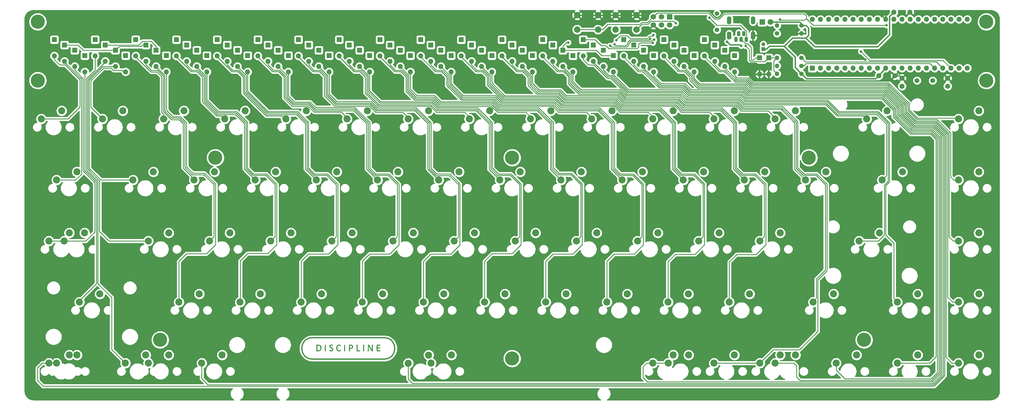
<source format=gbr>
G04 #@! TF.GenerationSoftware,KiCad,Pcbnew,(5.99.0-208-ga1d3f3486)*
G04 #@! TF.CreationDate,2019-11-19T11:23:25+07:00*
G04 #@! TF.ProjectId,discipline-pcb,64697363-6970-46c6-996e-652d7063622e,rev?*
G04 #@! TF.SameCoordinates,Original*
G04 #@! TF.FileFunction,Copper,L1,Top*
G04 #@! TF.FilePolarity,Positive*
%FSLAX46Y46*%
G04 Gerber Fmt 4.6, Leading zero omitted, Abs format (unit mm)*
G04 Created by KiCad (PCBNEW (5.99.0-208-ga1d3f3486)) date 2019-11-19 11:23:25*
%MOMM*%
%LPD*%
G04 APERTURE LIST*
%ADD10C,0.010000*%
%ADD11C,0.400000*%
%ADD12O,1.400000X2.500000*%
%ADD13O,1.100000X1.700000*%
%ADD14R,1.700000X1.700000*%
%ADD15C,1.700000*%
%ADD16C,4.400000*%
%ADD17C,1.400000*%
%ADD18O,1.600000X1.600000*%
%ADD19R,1.600000X1.600000*%
%ADD20C,2.000000*%
%ADD21C,1.600000*%
%ADD22O,1.400000X1.400000*%
%ADD23C,2.200000*%
%ADD24C,1.500000*%
%ADD25C,1.200000*%
%ADD26R,1.200000X1.200000*%
%ADD27C,1.800000*%
%ADD28R,1.800000X1.800000*%
%ADD29C,0.800000*%
%ADD30C,0.250000*%
%ADD31C,0.254000*%
G04 APERTURE END LIST*
D10*
G36*
X156835154Y-157897780D02*
G01*
X156958225Y-157931926D01*
X157050714Y-157976184D01*
X157092940Y-158021021D01*
X157110806Y-158105393D01*
X157104023Y-158179225D01*
X157084294Y-158209575D01*
X157040635Y-158206546D01*
X156963950Y-158178530D01*
X156930476Y-158162531D01*
X156772547Y-158105881D01*
X156623463Y-158095194D01*
X156494131Y-158126604D01*
X156395457Y-158196247D01*
X156338348Y-158300259D01*
X156328566Y-158375799D01*
X156351955Y-158488627D01*
X156425827Y-158587788D01*
X156555738Y-158679089D01*
X156675154Y-158737984D01*
X156902368Y-158853928D01*
X157065686Y-158972400D01*
X157149054Y-159067479D01*
X157191253Y-159175462D01*
X157208959Y-159316397D01*
X157201480Y-159462430D01*
X157168123Y-159585708D01*
X157162258Y-159597824D01*
X157052884Y-159741399D01*
X156899291Y-159846020D01*
X156712278Y-159907895D01*
X156502645Y-159923233D01*
X156312242Y-159896250D01*
X156195653Y-159857725D01*
X156093505Y-159806223D01*
X156029707Y-159753981D01*
X156027073Y-159750282D01*
X156005764Y-159684803D01*
X156006386Y-159608687D01*
X156027990Y-159555989D01*
X156032584Y-159552450D01*
X156077249Y-159555165D01*
X156155647Y-159583565D01*
X156199342Y-159604625D01*
X156373513Y-159671717D01*
X156541162Y-159693686D01*
X156692305Y-159673816D01*
X156816959Y-159615391D01*
X156905141Y-159521694D01*
X156946867Y-159396008D01*
X156948874Y-159358100D01*
X156927387Y-159268890D01*
X156859403Y-159179720D01*
X156739639Y-159085674D01*
X156562812Y-158981836D01*
X156520851Y-158959831D01*
X156336913Y-158856057D01*
X156207810Y-158759087D01*
X156125335Y-158658725D01*
X156081279Y-158544774D01*
X156067433Y-158407039D01*
X156067383Y-158396560D01*
X156093057Y-158209429D01*
X156169712Y-158062966D01*
X156296795Y-157957737D01*
X156473754Y-157894311D01*
X156570012Y-157879507D01*
X156699688Y-157878666D01*
X156835154Y-157897780D01*
X156835154Y-157897780D01*
G37*
X156835154Y-157897780D02*
X156958225Y-157931926D01*
X157050714Y-157976184D01*
X157092940Y-158021021D01*
X157110806Y-158105393D01*
X157104023Y-158179225D01*
X157084294Y-158209575D01*
X157040635Y-158206546D01*
X156963950Y-158178530D01*
X156930476Y-158162531D01*
X156772547Y-158105881D01*
X156623463Y-158095194D01*
X156494131Y-158126604D01*
X156395457Y-158196247D01*
X156338348Y-158300259D01*
X156328566Y-158375799D01*
X156351955Y-158488627D01*
X156425827Y-158587788D01*
X156555738Y-158679089D01*
X156675154Y-158737984D01*
X156902368Y-158853928D01*
X157065686Y-158972400D01*
X157149054Y-159067479D01*
X157191253Y-159175462D01*
X157208959Y-159316397D01*
X157201480Y-159462430D01*
X157168123Y-159585708D01*
X157162258Y-159597824D01*
X157052884Y-159741399D01*
X156899291Y-159846020D01*
X156712278Y-159907895D01*
X156502645Y-159923233D01*
X156312242Y-159896250D01*
X156195653Y-159857725D01*
X156093505Y-159806223D01*
X156029707Y-159753981D01*
X156027073Y-159750282D01*
X156005764Y-159684803D01*
X156006386Y-159608687D01*
X156027990Y-159555989D01*
X156032584Y-159552450D01*
X156077249Y-159555165D01*
X156155647Y-159583565D01*
X156199342Y-159604625D01*
X156373513Y-159671717D01*
X156541162Y-159693686D01*
X156692305Y-159673816D01*
X156816959Y-159615391D01*
X156905141Y-159521694D01*
X156946867Y-159396008D01*
X156948874Y-159358100D01*
X156927387Y-159268890D01*
X156859403Y-159179720D01*
X156739639Y-159085674D01*
X156562812Y-158981836D01*
X156520851Y-158959831D01*
X156336913Y-158856057D01*
X156207810Y-158759087D01*
X156125335Y-158658725D01*
X156081279Y-158544774D01*
X156067433Y-158407039D01*
X156067383Y-158396560D01*
X156093057Y-158209429D01*
X156169712Y-158062966D01*
X156296795Y-157957737D01*
X156473754Y-157894311D01*
X156570012Y-157879507D01*
X156699688Y-157878666D01*
X156835154Y-157897780D01*
G36*
X159184920Y-157883589D02*
G01*
X159397778Y-157937749D01*
X159456496Y-157964508D01*
X159561021Y-158031974D01*
X159613290Y-158108246D01*
X159625995Y-158196979D01*
X159611023Y-158260323D01*
X159563263Y-158274142D01*
X159478455Y-158238661D01*
X159428299Y-158207488D01*
X159290124Y-158138788D01*
X159129475Y-158108433D01*
X159108840Y-158106974D01*
X158919596Y-158119816D01*
X158766117Y-158186177D01*
X158642921Y-158309195D01*
X158583183Y-158407741D01*
X158544599Y-158490045D01*
X158520024Y-158567936D01*
X158506411Y-158659900D01*
X158500715Y-158784423D01*
X158499808Y-158913782D01*
X158501851Y-159077888D01*
X158509607Y-159194326D01*
X158525791Y-159280651D01*
X158553119Y-159354423D01*
X158574582Y-159397324D01*
X158685067Y-159540939D01*
X158831334Y-159637992D01*
X159001139Y-159686157D01*
X159182237Y-159683109D01*
X159362383Y-159626521D01*
X159464352Y-159566307D01*
X159535970Y-159522292D01*
X159587914Y-159502264D01*
X159590225Y-159502149D01*
X159621023Y-159527916D01*
X159626450Y-159590716D01*
X159609555Y-159668796D01*
X159573390Y-159740406D01*
X159553656Y-159762886D01*
X159432981Y-159838884D01*
X159269784Y-159891589D01*
X159083739Y-159917589D01*
X158894516Y-159913477D01*
X158788846Y-159895426D01*
X158601335Y-159818810D01*
X158445405Y-159689520D01*
X158324378Y-159513747D01*
X158241573Y-159297680D01*
X158200312Y-159047508D01*
X158201293Y-158800220D01*
X158242898Y-158547718D01*
X158324011Y-158325698D01*
X158439775Y-158144708D01*
X158552618Y-158037609D01*
X158744479Y-157934963D01*
X158961200Y-157883142D01*
X159184920Y-157883589D01*
X159184920Y-157883589D01*
G37*
X159184920Y-157883589D02*
X159397778Y-157937749D01*
X159456496Y-157964508D01*
X159561021Y-158031974D01*
X159613290Y-158108246D01*
X159625995Y-158196979D01*
X159611023Y-158260323D01*
X159563263Y-158274142D01*
X159478455Y-158238661D01*
X159428299Y-158207488D01*
X159290124Y-158138788D01*
X159129475Y-158108433D01*
X159108840Y-158106974D01*
X158919596Y-158119816D01*
X158766117Y-158186177D01*
X158642921Y-158309195D01*
X158583183Y-158407741D01*
X158544599Y-158490045D01*
X158520024Y-158567936D01*
X158506411Y-158659900D01*
X158500715Y-158784423D01*
X158499808Y-158913782D01*
X158501851Y-159077888D01*
X158509607Y-159194326D01*
X158525791Y-159280651D01*
X158553119Y-159354423D01*
X158574582Y-159397324D01*
X158685067Y-159540939D01*
X158831334Y-159637992D01*
X159001139Y-159686157D01*
X159182237Y-159683109D01*
X159362383Y-159626521D01*
X159464352Y-159566307D01*
X159535970Y-159522292D01*
X159587914Y-159502264D01*
X159590225Y-159502149D01*
X159621023Y-159527916D01*
X159626450Y-159590716D01*
X159609555Y-159668796D01*
X159573390Y-159740406D01*
X159553656Y-159762886D01*
X159432981Y-159838884D01*
X159269784Y-159891589D01*
X159083739Y-159917589D01*
X158894516Y-159913477D01*
X158788846Y-159895426D01*
X158601335Y-159818810D01*
X158445405Y-159689520D01*
X158324378Y-159513747D01*
X158241573Y-159297680D01*
X158200312Y-159047508D01*
X158201293Y-158800220D01*
X158242898Y-158547718D01*
X158324011Y-158325698D01*
X158439775Y-158144708D01*
X158552618Y-158037609D01*
X158744479Y-157934963D01*
X158961200Y-157883142D01*
X159184920Y-157883589D01*
G36*
X152621326Y-157911161D02*
G01*
X152834435Y-157935264D01*
X153011029Y-157984087D01*
X153163961Y-158060087D01*
X153171114Y-158064580D01*
X153322727Y-158198165D01*
X153436579Y-158377780D01*
X153509514Y-158594083D01*
X153538374Y-158837731D01*
X153520265Y-159097732D01*
X153457946Y-159345797D01*
X153356482Y-159544101D01*
X153212534Y-159697489D01*
X153031136Y-159807044D01*
X152939960Y-159835845D01*
X152811893Y-159859870D01*
X152660751Y-159878431D01*
X152500353Y-159890842D01*
X152344516Y-159896415D01*
X152207057Y-159894464D01*
X152101793Y-159884301D01*
X152042543Y-159865240D01*
X152035316Y-159856561D01*
X152031181Y-159813410D01*
X152027993Y-159713610D01*
X152025829Y-159565801D01*
X152024762Y-159378622D01*
X152024869Y-159160716D01*
X152026223Y-158920722D01*
X152026703Y-158865119D01*
X152033432Y-158130940D01*
X152280237Y-158130940D01*
X152280237Y-159665388D01*
X152534501Y-159665388D01*
X152691709Y-159659976D01*
X152809169Y-159640693D01*
X152911761Y-159602971D01*
X152934437Y-159591930D01*
X153072327Y-159494221D01*
X153169397Y-159357567D01*
X153229022Y-159175494D01*
X153252686Y-158981965D01*
X153251505Y-158750547D01*
X153216269Y-158564508D01*
X153143869Y-158411730D01*
X153087406Y-158337859D01*
X152980725Y-158237453D01*
X152861506Y-158173665D01*
X152712803Y-158140248D01*
X152526144Y-158130940D01*
X152280237Y-158130940D01*
X152033432Y-158130940D01*
X152035378Y-157918729D01*
X152358850Y-157909323D01*
X152621326Y-157911161D01*
X152621326Y-157911161D01*
G37*
X152621326Y-157911161D02*
X152834435Y-157935264D01*
X153011029Y-157984087D01*
X153163961Y-158060087D01*
X153171114Y-158064580D01*
X153322727Y-158198165D01*
X153436579Y-158377780D01*
X153509514Y-158594083D01*
X153538374Y-158837731D01*
X153520265Y-159097732D01*
X153457946Y-159345797D01*
X153356482Y-159544101D01*
X153212534Y-159697489D01*
X153031136Y-159807044D01*
X152939960Y-159835845D01*
X152811893Y-159859870D01*
X152660751Y-159878431D01*
X152500353Y-159890842D01*
X152344516Y-159896415D01*
X152207057Y-159894464D01*
X152101793Y-159884301D01*
X152042543Y-159865240D01*
X152035316Y-159856561D01*
X152031181Y-159813410D01*
X152027993Y-159713610D01*
X152025829Y-159565801D01*
X152024762Y-159378622D01*
X152024869Y-159160716D01*
X152026223Y-158920722D01*
X152026703Y-158865119D01*
X152033432Y-158130940D01*
X152280237Y-158130940D01*
X152280237Y-159665388D01*
X152534501Y-159665388D01*
X152691709Y-159659976D01*
X152809169Y-159640693D01*
X152911761Y-159602971D01*
X152934437Y-159591930D01*
X153072327Y-159494221D01*
X153169397Y-159357567D01*
X153229022Y-159175494D01*
X153252686Y-158981965D01*
X153251505Y-158750547D01*
X153216269Y-158564508D01*
X153143869Y-158411730D01*
X153087406Y-158337859D01*
X152980725Y-158237453D01*
X152861506Y-158173665D01*
X152712803Y-158140248D01*
X152526144Y-158130940D01*
X152280237Y-158130940D01*
X152033432Y-158130940D01*
X152035378Y-157918729D01*
X152358850Y-157909323D01*
X152621326Y-157911161D01*
G36*
X154908386Y-159877598D02*
G01*
X154802056Y-159887846D01*
X154716056Y-159882785D01*
X154679113Y-159854800D01*
X154675152Y-159812115D01*
X154672121Y-159712760D01*
X154670091Y-159565354D01*
X154669130Y-159378517D01*
X154669307Y-159160868D01*
X154670693Y-158921028D01*
X154671176Y-158865119D01*
X154679851Y-157918729D01*
X154908386Y-157918729D01*
X154908386Y-159877598D01*
X154908386Y-159877598D01*
G37*
X154908386Y-159877598D02*
X154802056Y-159887846D01*
X154716056Y-159882785D01*
X154679113Y-159854800D01*
X154675152Y-159812115D01*
X154672121Y-159712760D01*
X154670091Y-159565354D01*
X154669130Y-159378517D01*
X154669307Y-159160868D01*
X154670693Y-158921028D01*
X154671176Y-158865119D01*
X154679851Y-157918729D01*
X154908386Y-157918729D01*
X154908386Y-159877598D01*
G36*
X160931908Y-159893922D02*
G01*
X160816616Y-159893922D01*
X160735729Y-159883371D01*
X160688121Y-159857493D01*
X160685511Y-159852715D01*
X160681755Y-159810581D01*
X160678910Y-159711752D01*
X160677039Y-159564824D01*
X160676203Y-159378391D01*
X160676465Y-159161048D01*
X160677886Y-158921391D01*
X160678374Y-158865119D01*
X160687049Y-157918729D01*
X160809478Y-157908597D01*
X160931908Y-157898464D01*
X160931908Y-159893922D01*
X160931908Y-159893922D01*
G37*
X160931908Y-159893922D02*
X160816616Y-159893922D01*
X160735729Y-159883371D01*
X160688121Y-159857493D01*
X160685511Y-159852715D01*
X160681755Y-159810581D01*
X160678910Y-159711752D01*
X160677039Y-159564824D01*
X160676203Y-159378391D01*
X160676465Y-159161048D01*
X160677886Y-158921391D01*
X160678374Y-158865119D01*
X160687049Y-157918729D01*
X160809478Y-157908597D01*
X160931908Y-157898464D01*
X160931908Y-159893922D01*
G36*
X162640184Y-157908341D02*
G01*
X162810327Y-157916645D01*
X162930874Y-157928155D01*
X163017527Y-157945751D01*
X163085985Y-157972314D01*
X163133137Y-157998805D01*
X163259726Y-158098816D01*
X163337737Y-158219075D01*
X163374510Y-158374201D01*
X163379835Y-158490066D01*
X163356125Y-158701607D01*
X163284980Y-158870024D01*
X163165006Y-158996624D01*
X162994806Y-159082710D01*
X162772987Y-159129590D01*
X162688909Y-159136639D01*
X162433707Y-159151412D01*
X162433707Y-159893922D01*
X162324881Y-159893922D01*
X162244211Y-159887949D01*
X162195764Y-159873442D01*
X162194290Y-159872157D01*
X162188708Y-159835128D01*
X162183655Y-159741216D01*
X162179323Y-159598833D01*
X162175902Y-159416390D01*
X162173583Y-159202298D01*
X162172558Y-158964970D01*
X162172525Y-158913044D01*
X162172962Y-158635039D01*
X162174506Y-158415351D01*
X162177508Y-158247009D01*
X162182010Y-158130940D01*
X162433707Y-158130940D01*
X162433707Y-158517273D01*
X162435448Y-158669998D01*
X162440184Y-158798078D01*
X162447187Y-158887837D01*
X162455472Y-158925370D01*
X162507472Y-158942316D01*
X162600909Y-158945923D01*
X162713444Y-158936853D01*
X162822735Y-158915767D01*
X162827905Y-158914355D01*
X162966837Y-158850165D01*
X163058215Y-158745225D01*
X163106038Y-158594273D01*
X163112426Y-158540007D01*
X163118002Y-158433191D01*
X163106160Y-158363664D01*
X163067531Y-158303920D01*
X163012292Y-158245926D01*
X162947913Y-158185586D01*
X162891638Y-158151167D01*
X162821604Y-158135420D01*
X162715950Y-158131096D01*
X162665507Y-158130940D01*
X162433707Y-158130940D01*
X162182010Y-158130940D01*
X162182317Y-158123038D01*
X162189283Y-158036466D01*
X162198757Y-157980320D01*
X162211089Y-157947626D01*
X162221624Y-157934948D01*
X162269752Y-157915880D01*
X162361979Y-157905900D01*
X162506005Y-157904517D01*
X162640184Y-157908341D01*
X162640184Y-157908341D01*
G37*
X162640184Y-157908341D02*
X162810327Y-157916645D01*
X162930874Y-157928155D01*
X163017527Y-157945751D01*
X163085985Y-157972314D01*
X163133137Y-157998805D01*
X163259726Y-158098816D01*
X163337737Y-158219075D01*
X163374510Y-158374201D01*
X163379835Y-158490066D01*
X163356125Y-158701607D01*
X163284980Y-158870024D01*
X163165006Y-158996624D01*
X162994806Y-159082710D01*
X162772987Y-159129590D01*
X162688909Y-159136639D01*
X162433707Y-159151412D01*
X162433707Y-159893922D01*
X162324881Y-159893922D01*
X162244211Y-159887949D01*
X162195764Y-159873442D01*
X162194290Y-159872157D01*
X162188708Y-159835128D01*
X162183655Y-159741216D01*
X162179323Y-159598833D01*
X162175902Y-159416390D01*
X162173583Y-159202298D01*
X162172558Y-158964970D01*
X162172525Y-158913044D01*
X162172962Y-158635039D01*
X162174506Y-158415351D01*
X162177508Y-158247009D01*
X162182010Y-158130940D01*
X162433707Y-158130940D01*
X162433707Y-158517273D01*
X162435448Y-158669998D01*
X162440184Y-158798078D01*
X162447187Y-158887837D01*
X162455472Y-158925370D01*
X162507472Y-158942316D01*
X162600909Y-158945923D01*
X162713444Y-158936853D01*
X162822735Y-158915767D01*
X162827905Y-158914355D01*
X162966837Y-158850165D01*
X163058215Y-158745225D01*
X163106038Y-158594273D01*
X163112426Y-158540007D01*
X163118002Y-158433191D01*
X163106160Y-158363664D01*
X163067531Y-158303920D01*
X163012292Y-158245926D01*
X162947913Y-158185586D01*
X162891638Y-158151167D01*
X162821604Y-158135420D01*
X162715950Y-158131096D01*
X162665507Y-158130940D01*
X162433707Y-158130940D01*
X162182010Y-158130940D01*
X162182317Y-158123038D01*
X162189283Y-158036466D01*
X162198757Y-157980320D01*
X162211089Y-157947626D01*
X162221624Y-157934948D01*
X162269752Y-157915880D01*
X162361979Y-157905900D01*
X162506005Y-157904517D01*
X162640184Y-157908341D01*
G36*
X164645597Y-157908597D02*
G01*
X164768026Y-157918729D01*
X164785412Y-159663259D01*
X165518926Y-159681711D01*
X165518926Y-159877598D01*
X165043648Y-159886597D01*
X164873642Y-159888312D01*
X164727342Y-159886945D01*
X164616934Y-159882829D01*
X164554604Y-159876298D01*
X164545769Y-159872994D01*
X164540084Y-159835835D01*
X164534922Y-159741624D01*
X164530472Y-159598604D01*
X164526919Y-159415017D01*
X164524450Y-159199108D01*
X164523252Y-158959118D01*
X164523167Y-158874428D01*
X164523167Y-157898464D01*
X164645597Y-157908597D01*
X164645597Y-157908597D01*
G37*
X164645597Y-157908597D02*
X164768026Y-157918729D01*
X164785412Y-159663259D01*
X165518926Y-159681711D01*
X165518926Y-159877598D01*
X165043648Y-159886597D01*
X164873642Y-159888312D01*
X164727342Y-159886945D01*
X164616934Y-159882829D01*
X164554604Y-159876298D01*
X164545769Y-159872994D01*
X164540084Y-159835835D01*
X164534922Y-159741624D01*
X164530472Y-159598604D01*
X164526919Y-159415017D01*
X164524450Y-159199108D01*
X164523252Y-158959118D01*
X164523167Y-158874428D01*
X164523167Y-157898464D01*
X164645597Y-157908597D01*
G36*
X166669761Y-157908597D02*
G01*
X166792190Y-157918729D01*
X166792190Y-159877598D01*
X166547332Y-159897864D01*
X166547332Y-157898464D01*
X166669761Y-157908597D01*
X166669761Y-157908597D01*
G37*
X166669761Y-157908597D02*
X166792190Y-157918729D01*
X166792190Y-159877598D01*
X166547332Y-159897864D01*
X166547332Y-157898464D01*
X166669761Y-157908597D01*
G36*
X169510603Y-158887898D02*
G01*
X169501959Y-159877598D01*
X169387692Y-159887213D01*
X169294135Y-159882196D01*
X169222011Y-159856968D01*
X169218693Y-159854566D01*
X169189031Y-159815762D01*
X169132731Y-159727413D01*
X169054394Y-159597308D01*
X168958626Y-159433238D01*
X168850029Y-159242992D01*
X168733208Y-159034362D01*
X168721390Y-159013039D01*
X168278819Y-158213776D01*
X168270080Y-159045687D01*
X168261342Y-159877598D01*
X168154755Y-159887865D01*
X168048168Y-159898131D01*
X168056811Y-158908430D01*
X168065455Y-157918729D01*
X168216873Y-157908928D01*
X168317663Y-157908369D01*
X168380040Y-157928909D01*
X168429084Y-157978202D01*
X168461233Y-158028191D01*
X168519369Y-158126778D01*
X168598460Y-158265100D01*
X168693478Y-158434296D01*
X168799393Y-158625502D01*
X168881651Y-158775629D01*
X169273424Y-159493981D01*
X169306072Y-157918729D01*
X169412659Y-157908463D01*
X169519247Y-157898197D01*
X169510603Y-158887898D01*
X169510603Y-158887898D01*
G37*
X169510603Y-158887898D02*
X169501959Y-159877598D01*
X169387692Y-159887213D01*
X169294135Y-159882196D01*
X169222011Y-159856968D01*
X169218693Y-159854566D01*
X169189031Y-159815762D01*
X169132731Y-159727413D01*
X169054394Y-159597308D01*
X168958626Y-159433238D01*
X168850029Y-159242992D01*
X168733208Y-159034362D01*
X168721390Y-159013039D01*
X168278819Y-158213776D01*
X168270080Y-159045687D01*
X168261342Y-159877598D01*
X168154755Y-159887865D01*
X168048168Y-159898131D01*
X168056811Y-158908430D01*
X168065455Y-157918729D01*
X168216873Y-157908928D01*
X168317663Y-157908369D01*
X168380040Y-157928909D01*
X168429084Y-157978202D01*
X168461233Y-158028191D01*
X168519369Y-158126778D01*
X168598460Y-158265100D01*
X168693478Y-158434296D01*
X168799393Y-158625502D01*
X168881651Y-158775629D01*
X169273424Y-159493981D01*
X169306072Y-157918729D01*
X169412659Y-157908463D01*
X169519247Y-157898197D01*
X169510603Y-158887898D01*
G36*
X171525606Y-157902998D02*
G01*
X171661305Y-157905555D01*
X171751613Y-157911244D01*
X171806479Y-157921237D01*
X171835853Y-157936700D01*
X171849685Y-157958804D01*
X171851142Y-157963102D01*
X171857555Y-158042149D01*
X171849849Y-158077369D01*
X171832544Y-158100096D01*
X171794076Y-158115465D01*
X171723696Y-158124827D01*
X171610656Y-158129532D01*
X171444208Y-158130930D01*
X171423462Y-158130940D01*
X171017632Y-158130940D01*
X171027019Y-158432933D01*
X171036406Y-158734925D01*
X171387370Y-158744191D01*
X171738334Y-158753458D01*
X171738334Y-158947136D01*
X171020082Y-158947136D01*
X171020082Y-159663437D01*
X171852602Y-159681711D01*
X171852602Y-159877598D01*
X171345720Y-159886552D01*
X171130265Y-159888577D01*
X170973635Y-159885689D01*
X170869519Y-159877530D01*
X170811606Y-159863741D01*
X170798869Y-159855537D01*
X170786502Y-159811212D01*
X170776229Y-159711935D01*
X170768056Y-159568014D01*
X170761986Y-159389754D01*
X170758024Y-159187464D01*
X170756173Y-158971448D01*
X170756439Y-158752016D01*
X170758825Y-158539472D01*
X170763336Y-158344125D01*
X170769976Y-158176281D01*
X170778748Y-158046246D01*
X170789659Y-157964329D01*
X170798077Y-157941583D01*
X170844332Y-157924195D01*
X170945226Y-157912039D01*
X171104216Y-157904861D01*
X171324758Y-157902409D01*
X171334566Y-157902406D01*
X171525606Y-157902998D01*
X171525606Y-157902998D01*
G37*
X171525606Y-157902998D02*
X171661305Y-157905555D01*
X171751613Y-157911244D01*
X171806479Y-157921237D01*
X171835853Y-157936700D01*
X171849685Y-157958804D01*
X171851142Y-157963102D01*
X171857555Y-158042149D01*
X171849849Y-158077369D01*
X171832544Y-158100096D01*
X171794076Y-158115465D01*
X171723696Y-158124827D01*
X171610656Y-158129532D01*
X171444208Y-158130930D01*
X171423462Y-158130940D01*
X171017632Y-158130940D01*
X171027019Y-158432933D01*
X171036406Y-158734925D01*
X171387370Y-158744191D01*
X171738334Y-158753458D01*
X171738334Y-158947136D01*
X171020082Y-158947136D01*
X171020082Y-159663437D01*
X171852602Y-159681711D01*
X171852602Y-159877598D01*
X171345720Y-159886552D01*
X171130265Y-159888577D01*
X170973635Y-159885689D01*
X170869519Y-159877530D01*
X170811606Y-159863741D01*
X170798869Y-159855537D01*
X170786502Y-159811212D01*
X170776229Y-159711935D01*
X170768056Y-159568014D01*
X170761986Y-159389754D01*
X170758024Y-159187464D01*
X170756173Y-158971448D01*
X170756439Y-158752016D01*
X170758825Y-158539472D01*
X170763336Y-158344125D01*
X170769976Y-158176281D01*
X170778748Y-158046246D01*
X170789659Y-157964329D01*
X170798077Y-157941583D01*
X170844332Y-157924195D01*
X170945226Y-157912039D01*
X171104216Y-157904861D01*
X171324758Y-157902409D01*
X171334566Y-157902406D01*
X171525606Y-157902998D01*
D11*
X150803990Y-162401840D02*
G75*
G02X150803990Y-155721840I0J3340000D01*
G01*
X173103990Y-155721840D02*
G75*
G02X173103990Y-162401840I0J-3340000D01*
G01*
X150833990Y-155721840D02*
X173113990Y-155721840D01*
X150813990Y-162401840D02*
X173113990Y-162401840D01*
D12*
X288043750Y-61443750D03*
X288043750Y-56693750D03*
X280643750Y-56693750D03*
X280643750Y-61443750D03*
D13*
X283543750Y-60843750D03*
X285143750Y-60843750D03*
X282743750Y-62643750D03*
X285943750Y-62643750D03*
X284343750Y-62643750D03*
D14*
X262070364Y-55598500D03*
D15*
X262070364Y-58138500D03*
X259530364Y-55598500D03*
X259530364Y-58138500D03*
X256990364Y-55598500D03*
X256990364Y-58138500D03*
D16*
X212989879Y-162205740D03*
X212989879Y-99550624D03*
X305448502Y-99550624D03*
X120531257Y-99550624D03*
X322637337Y-156394590D03*
X103342422Y-156394590D03*
X360747255Y-75468873D03*
X360747255Y-57147160D03*
X65232504Y-57147160D03*
X65232504Y-75468873D03*
D17*
X276824148Y-54598468D03*
X276824148Y-59698468D03*
D18*
X70376818Y-67803242D03*
D19*
X70376818Y-62723242D03*
D18*
X79885207Y-72763829D03*
D19*
X79885207Y-67683829D03*
D18*
X92563059Y-72763829D03*
D19*
X92563059Y-67683829D03*
D18*
X95732522Y-67803242D03*
D19*
X95732522Y-62723242D03*
D18*
X108410374Y-67803242D03*
D19*
X108410374Y-62723242D03*
D18*
X121088226Y-67803242D03*
D19*
X121088226Y-62723242D03*
D18*
X133766078Y-67803242D03*
D19*
X133766078Y-62723242D03*
D18*
X146443930Y-67803242D03*
D19*
X146443930Y-62723242D03*
D18*
X159121782Y-67803242D03*
D19*
X159121782Y-62723242D03*
D18*
X171799634Y-67803242D03*
D19*
X171799634Y-62723242D03*
D18*
X184477486Y-67803242D03*
D19*
X184477486Y-62723242D03*
D18*
X197155338Y-67803242D03*
D19*
X197155338Y-62723242D03*
D18*
X209833190Y-67803242D03*
D19*
X209833190Y-62723242D03*
D18*
X222511042Y-67803242D03*
D19*
X222511042Y-62723242D03*
D18*
X235118910Y-67803242D03*
D19*
X235118910Y-62723242D03*
D18*
X282318463Y-72763829D03*
D19*
X282318463Y-67683829D03*
D18*
X73546281Y-69456771D03*
D19*
X73546281Y-64376771D03*
D18*
X89393596Y-71110300D03*
D19*
X89393596Y-66030300D03*
D18*
X98901985Y-69456771D03*
D19*
X98901985Y-64376771D03*
D18*
X111579837Y-69456771D03*
D19*
X111579837Y-64376771D03*
D18*
X124257689Y-69456771D03*
D19*
X124257689Y-64376771D03*
D18*
X136935541Y-69456771D03*
D19*
X136935541Y-64376771D03*
D18*
X149613393Y-69456771D03*
D19*
X149613393Y-64376771D03*
D18*
X162291245Y-69456771D03*
D19*
X162291245Y-64376771D03*
D18*
X174969097Y-69456771D03*
D19*
X174969097Y-64376771D03*
D18*
X187646949Y-69456771D03*
D19*
X187646949Y-64376771D03*
D18*
X200324801Y-69456771D03*
D19*
X200324801Y-64376771D03*
D18*
X213002653Y-69456771D03*
D19*
X213002653Y-64376771D03*
D18*
X225663009Y-69456771D03*
D19*
X225663009Y-64376771D03*
D18*
X238269683Y-69456771D03*
D19*
X238269683Y-64376771D03*
D18*
X279229739Y-71110300D03*
D19*
X279229739Y-66030300D03*
D18*
X76715744Y-71110300D03*
D19*
X76715744Y-66030300D03*
D18*
X86224133Y-69456771D03*
D19*
X86224133Y-64376771D03*
D18*
X102071448Y-71110300D03*
D19*
X102071448Y-66030300D03*
D18*
X114749300Y-71110300D03*
D19*
X114749300Y-66030300D03*
D18*
X127427152Y-71110300D03*
D19*
X127427152Y-66030300D03*
D18*
X140105004Y-71110300D03*
D19*
X140105004Y-66030300D03*
D18*
X152782856Y-71110300D03*
D19*
X152782856Y-66030300D03*
D18*
X165460708Y-71110300D03*
D19*
X165460708Y-66030300D03*
D18*
X178138560Y-71110300D03*
D19*
X178138560Y-66030300D03*
D18*
X190816412Y-71110300D03*
D19*
X190816412Y-66030300D03*
D18*
X203494264Y-71110300D03*
D19*
X203494264Y-66030300D03*
D18*
X216172116Y-71110300D03*
D19*
X216172116Y-66030300D03*
D18*
X241420456Y-71110300D03*
D19*
X241420456Y-66030300D03*
D18*
X276141015Y-69456771D03*
D19*
X276141015Y-64376771D03*
D18*
X105240911Y-72763829D03*
D19*
X105240911Y-67683829D03*
D18*
X117918763Y-72763829D03*
D19*
X117918763Y-67683829D03*
D18*
X130596615Y-72763829D03*
D19*
X130596615Y-67683829D03*
D18*
X143274467Y-72763829D03*
D19*
X143274467Y-67683829D03*
D18*
X155952319Y-72763829D03*
D19*
X155952319Y-67683829D03*
D18*
X168630171Y-72763829D03*
D19*
X168630171Y-67683829D03*
D18*
X181308023Y-72763829D03*
D19*
X181308023Y-67683829D03*
D18*
X193985875Y-72763829D03*
D19*
X193985875Y-67683829D03*
D18*
X206663727Y-72763829D03*
D19*
X206663727Y-67683829D03*
D18*
X219341579Y-72763829D03*
D19*
X219341579Y-67683829D03*
D18*
X228814976Y-71110300D03*
D19*
X228814976Y-66030300D03*
D18*
X244571229Y-72763829D03*
D19*
X244571229Y-67683829D03*
D18*
X272866140Y-67803242D03*
D19*
X272866140Y-62723242D03*
D18*
X266564592Y-71110300D03*
D19*
X266564592Y-66030300D03*
D18*
X83054670Y-67803242D03*
D19*
X83054670Y-62723242D03*
D18*
X263413818Y-69456771D03*
D19*
X263413818Y-64376771D03*
D18*
X260263045Y-67803242D03*
D19*
X260263045Y-62723242D03*
D18*
X257112272Y-72763829D03*
D19*
X257112272Y-67683829D03*
D18*
X231966943Y-72763829D03*
D19*
X231966943Y-67683829D03*
D18*
X250872775Y-69456771D03*
D19*
X250872775Y-64376771D03*
D18*
X247722002Y-67803242D03*
D19*
X247722002Y-62723242D03*
D18*
X269715366Y-72763829D03*
D19*
X269715366Y-67683829D03*
D18*
X253961499Y-71110300D03*
D19*
X253961499Y-66030300D03*
X292951516Y-68409826D03*
D18*
X292951516Y-73489826D03*
D19*
X290081844Y-68409826D03*
D18*
X290081844Y-73489826D03*
D20*
X245262266Y-59583704D03*
X245262266Y-55083704D03*
X251762266Y-59583704D03*
X251762266Y-55083704D03*
D21*
X336902064Y-54173808D03*
X331902064Y-54173808D03*
X327247596Y-73964046D03*
X332247596Y-73964046D03*
D18*
X306529964Y-56396812D03*
X354789964Y-71636812D03*
X309069964Y-56396812D03*
X352249964Y-71636812D03*
X311609964Y-56396812D03*
X349709964Y-71636812D03*
X314149964Y-56396812D03*
X347169964Y-71636812D03*
X316689964Y-56396812D03*
X344629964Y-71636812D03*
X319229964Y-56396812D03*
X342089964Y-71636812D03*
X321769964Y-56396812D03*
X339549964Y-71636812D03*
X324309964Y-56396812D03*
X337009964Y-71636812D03*
X326849964Y-56396812D03*
X334469964Y-71636812D03*
X329389964Y-56396812D03*
X331929964Y-71636812D03*
X331929964Y-56396812D03*
X329389964Y-71636812D03*
X334469964Y-56396812D03*
X326849964Y-71636812D03*
X337009964Y-56396812D03*
X324309964Y-71636812D03*
X339549964Y-56396812D03*
X321769964Y-71636812D03*
X342089964Y-56396812D03*
X319229964Y-71636812D03*
X344629964Y-56396812D03*
X316689964Y-71636812D03*
X347169964Y-56396812D03*
X314149964Y-71636812D03*
X349709964Y-56396812D03*
X311609964Y-71636812D03*
X352249964Y-56396812D03*
X309069964Y-71636812D03*
X354789964Y-56396812D03*
D19*
X306529964Y-71636812D03*
D17*
X303152850Y-70893147D03*
D22*
X295532850Y-70893147D03*
X295532850Y-68399682D03*
D17*
X303152850Y-68399682D03*
D22*
X295532850Y-73386612D03*
D17*
X303152850Y-73386612D03*
D23*
X275892740Y-163681380D03*
X282242740Y-161141380D03*
X256837418Y-163681380D03*
X263187418Y-161141380D03*
X99669565Y-163677449D03*
X106019565Y-161137449D03*
X71070234Y-163677449D03*
X77420234Y-161137449D03*
X68689084Y-125581380D03*
X75039084Y-123041380D03*
X186984107Y-161149270D03*
X180634107Y-163689270D03*
X261610470Y-163681380D03*
X267960470Y-161141380D03*
X290166662Y-163681380D03*
X296516662Y-161141380D03*
X294907784Y-87481380D03*
X301257784Y-84941380D03*
X132982784Y-106531380D03*
X139332784Y-103991380D03*
X66307784Y-87481380D03*
X72657784Y-84941380D03*
X85357784Y-87481380D03*
X91707784Y-84941380D03*
X104407784Y-87481380D03*
X110757784Y-84941380D03*
X123457784Y-87481380D03*
X129807784Y-84941380D03*
X142507784Y-87481380D03*
X148857784Y-84941380D03*
X167907784Y-84941380D03*
X161557784Y-87481380D03*
X186957784Y-84941380D03*
X180607784Y-87481380D03*
X206007784Y-84941380D03*
X199657784Y-87481380D03*
X225057784Y-84941380D03*
X218707784Y-87481380D03*
X237757784Y-87481380D03*
X244107784Y-84941380D03*
X263157784Y-84941380D03*
X256807784Y-87481380D03*
X282207784Y-84941380D03*
X275857784Y-87481380D03*
X352057784Y-87481380D03*
X358407784Y-84941380D03*
X94882784Y-106531380D03*
X101232784Y-103991380D03*
X120282784Y-103991380D03*
X113932784Y-106531380D03*
X158382784Y-103991380D03*
X152032784Y-106531380D03*
X177432784Y-103991380D03*
X171082784Y-106531380D03*
X190132784Y-106531380D03*
X196482784Y-103991380D03*
X209182784Y-106531380D03*
X215532784Y-103991380D03*
X228232784Y-106531380D03*
X234582784Y-103991380D03*
X247282784Y-106531380D03*
X253632784Y-103991380D03*
X266332784Y-106531380D03*
X272682784Y-103991380D03*
X285382784Y-106531380D03*
X291732784Y-103991380D03*
X310782784Y-103991380D03*
X304432784Y-106531380D03*
X358407784Y-103991380D03*
X352057784Y-106531380D03*
X105995284Y-123041380D03*
X99645284Y-125581380D03*
X125045284Y-123041380D03*
X118695284Y-125581380D03*
X144095284Y-123041380D03*
X137745284Y-125581380D03*
X163144784Y-123041380D03*
X156794784Y-125581380D03*
X182194784Y-123041380D03*
X175844784Y-125581380D03*
X194894784Y-125581380D03*
X201244784Y-123041380D03*
X220294784Y-123041380D03*
X213944784Y-125581380D03*
X232994784Y-125581380D03*
X239344784Y-123041380D03*
X252044784Y-125581380D03*
X258394784Y-123041380D03*
X277444784Y-123041380D03*
X271094784Y-125581380D03*
X296494784Y-123041380D03*
X290144784Y-125581380D03*
X358407784Y-123041380D03*
X352057784Y-125581380D03*
X109170284Y-144631380D03*
X115520284Y-142091380D03*
X134570284Y-142091380D03*
X128220284Y-144631380D03*
X147270284Y-144631380D03*
X153620284Y-142091380D03*
X166320784Y-144631380D03*
X172670784Y-142091380D03*
X185370784Y-144631380D03*
X191720784Y-142091380D03*
X204420784Y-144631380D03*
X210770784Y-142091380D03*
X229820784Y-142091380D03*
X223470784Y-144631380D03*
X248870784Y-142091380D03*
X242520784Y-144631380D03*
X267920784Y-142091380D03*
X261570784Y-144631380D03*
X286970784Y-142091380D03*
X280620784Y-144631380D03*
X339357784Y-142091380D03*
X333007784Y-144631380D03*
X358407784Y-142091380D03*
X352057784Y-144631380D03*
X187751784Y-163681380D03*
X194101784Y-161141380D03*
X313957784Y-163681380D03*
X320307784Y-161141380D03*
X333007784Y-163681380D03*
X339357784Y-161141380D03*
X352057784Y-163681380D03*
X358407784Y-161141380D03*
X323482784Y-87481380D03*
X329832784Y-84941380D03*
X71070284Y-106531380D03*
X77420284Y-103991380D03*
X334594784Y-103991380D03*
X328244784Y-106531380D03*
X79801584Y-123041380D03*
X73451584Y-125581380D03*
X321101784Y-125581380D03*
X327451784Y-123041380D03*
X84563984Y-142091380D03*
X78213984Y-144631380D03*
X306813784Y-144631380D03*
X313163784Y-142091380D03*
X68688984Y-163681380D03*
X75038984Y-161141380D03*
X98851584Y-161141380D03*
X92501584Y-163681380D03*
X116313984Y-163681380D03*
X122663984Y-161141380D03*
X294948062Y-163681380D03*
X301298062Y-161141380D03*
D21*
X348682646Y-77253670D03*
X348682646Y-74753670D03*
X334456772Y-74753670D03*
X334456772Y-77253670D03*
D24*
X344028178Y-75503870D03*
X339148178Y-75503870D03*
D25*
X291254210Y-64152496D03*
D26*
X291254210Y-65652496D03*
D20*
X239762266Y-55083704D03*
X239762266Y-59583704D03*
X233262266Y-55083704D03*
X233262266Y-59583704D03*
D27*
X293444250Y-57218460D03*
D28*
X290904250Y-57218460D03*
D22*
X303152850Y-60814664D03*
D17*
X295532850Y-60814664D03*
D22*
X295532850Y-58320834D03*
D17*
X303152850Y-58320834D03*
D29*
X264025821Y-57598790D03*
X321648236Y-66439906D03*
X285750000Y-64687500D03*
X296427971Y-56418460D03*
X329662320Y-58250842D03*
X230501154Y-63640226D03*
X245496940Y-62887812D03*
X256975628Y-61260498D03*
X255979321Y-62494715D03*
X244849514Y-64182664D03*
X243502168Y-64575212D03*
X257237692Y-62720424D03*
X256857000Y-63715359D03*
X274426922Y-55853616D03*
X309078784Y-61364317D03*
X311633443Y-61364317D03*
X314188102Y-61364317D03*
X316742761Y-61364317D03*
X319297420Y-61364317D03*
X321852079Y-61364317D03*
X329236096Y-66508631D03*
X326716432Y-66508631D03*
X324406740Y-61364317D03*
X323041922Y-68952036D03*
X324406740Y-66508631D03*
X269079118Y-55485101D03*
X269814020Y-59579555D03*
X219214944Y-173370184D03*
X323065574Y-73491600D03*
X241822360Y-60735558D03*
X256048234Y-65687492D03*
X283590086Y-57278652D03*
X305375096Y-73596588D03*
X64375142Y-81715660D03*
X310292034Y-84200376D03*
X349347570Y-89087536D03*
X256730656Y-168453246D03*
X283380110Y-168243270D03*
X296486112Y-168470744D03*
X290204330Y-168330760D03*
X340108626Y-164761168D03*
X323765494Y-83237986D03*
X331219642Y-87927450D03*
X111672236Y-119423850D03*
X281945274Y-117219102D03*
X261385124Y-116781652D03*
X134052178Y-173090216D03*
X324062960Y-142906166D03*
X284343750Y-64687500D03*
X279937500Y-63375000D03*
D30*
X255347922Y-57877352D02*
X253468618Y-57877352D01*
X253468618Y-57877352D02*
X251762266Y-59583704D01*
X255483431Y-57742300D02*
X255482974Y-57742300D01*
X256270826Y-56954905D02*
X255483431Y-57742300D01*
X255482974Y-57742300D02*
X255347922Y-57877352D01*
X264025821Y-57598790D02*
X263381936Y-56954905D01*
X263381936Y-56954905D02*
X256270826Y-56954905D01*
X321648236Y-66439906D02*
X324412920Y-69204590D01*
X324412920Y-69204590D02*
X347277742Y-69204590D01*
X347277742Y-69204590D02*
X349709964Y-71636812D01*
X290186832Y-68427324D02*
X289791732Y-68427324D01*
X295532850Y-68399682D02*
X294507849Y-69424683D01*
X294507849Y-69424683D02*
X294507849Y-72361611D01*
X294507849Y-72361611D02*
X294832851Y-72686613D01*
X294832851Y-72686613D02*
X295532850Y-73386612D01*
X292951516Y-68409826D02*
X295522706Y-68409826D01*
X295522706Y-68409826D02*
X295532850Y-68399682D01*
X295505208Y-68427324D02*
X295532850Y-68399682D01*
X303152850Y-68399682D02*
X304430204Y-69677036D01*
X304430204Y-69677036D02*
X345210188Y-69677036D01*
X345210188Y-69677036D02*
X347169964Y-71636812D01*
X343186300Y-70193148D02*
X304544020Y-70193148D01*
X344629964Y-71636812D02*
X343186300Y-70193148D01*
X304544020Y-70193148D02*
X303870268Y-70866900D01*
X303870268Y-70866900D02*
X303179097Y-70866900D01*
X303179097Y-70866900D02*
X303152850Y-70893147D01*
D11*
X307241529Y-64933841D02*
X326873911Y-64933841D01*
X326873911Y-64933841D02*
X330600914Y-61206838D01*
X330600914Y-61206838D02*
X330600914Y-55474958D01*
X330600914Y-55474958D02*
X331902064Y-54173808D01*
X331902064Y-56368912D02*
X331929964Y-56396812D01*
X304515816Y-62208128D02*
X307241529Y-64933841D01*
X303829484Y-62208128D02*
X304515816Y-62208128D01*
X300308530Y-62208128D02*
X303829484Y-62208128D01*
X303829484Y-62208128D02*
X304507970Y-62208128D01*
X305351781Y-59107118D02*
X304565497Y-58320834D01*
X305351781Y-61364317D02*
X305351781Y-59107118D01*
X304507970Y-62208128D02*
X305351781Y-61364317D01*
X297215366Y-64727840D02*
X297788818Y-64727840D01*
X297788818Y-64727840D02*
X300308530Y-62208128D01*
X304565497Y-58320834D02*
X303152850Y-58320834D01*
X293178866Y-64727840D02*
X297215366Y-64727840D01*
X297215366Y-64727840D02*
X297744267Y-64727840D01*
X301152341Y-68135914D02*
X301152341Y-71386103D01*
X301152341Y-71386103D02*
X303152850Y-73386612D01*
X297744267Y-64727840D02*
X301152341Y-68135914D01*
X303152850Y-58320834D02*
X303410651Y-58320834D01*
X302359680Y-57218460D02*
X293444250Y-57218460D01*
X303152850Y-57800568D02*
X302570742Y-57218460D01*
X302570742Y-57218460D02*
X302359680Y-57218460D01*
X303152850Y-58320834D02*
X303152850Y-57800568D01*
X293178866Y-64727840D02*
X292254210Y-65652496D01*
X292254210Y-65652496D02*
X291254210Y-65652496D01*
X303152850Y-73386612D02*
X304710172Y-74943934D01*
X304710172Y-74943934D02*
X326267708Y-74943934D01*
X326267708Y-74943934D02*
X326512680Y-74698962D01*
X326512680Y-74698962D02*
X327247596Y-73964046D01*
X327247596Y-73964046D02*
X327247596Y-73779180D01*
X327247596Y-73779180D02*
X329389964Y-71636812D01*
X331929964Y-54201708D02*
X331902064Y-54173808D01*
D30*
X329662320Y-58250842D02*
X306752704Y-58250842D01*
X306752704Y-58250842D02*
X304639101Y-56137239D01*
X304639101Y-56137239D02*
X304639101Y-55800059D01*
X256990364Y-55598500D02*
X255161522Y-57427342D01*
X253278725Y-57427342D02*
X252753795Y-57952272D01*
X252753795Y-57952272D02*
X242807911Y-57952272D01*
X242807911Y-57952272D02*
X241176479Y-59583704D01*
X241176479Y-59583704D02*
X239762266Y-59583704D01*
X255161522Y-57427342D02*
X253278725Y-57427342D01*
X233262266Y-59583704D02*
X239762266Y-59583704D01*
X277681550Y-56111544D02*
X277501958Y-56291136D01*
X277501958Y-56291136D02*
X276124298Y-56291136D01*
X276124298Y-56291136D02*
X274256661Y-54423499D01*
X274256661Y-54423499D02*
X258165365Y-54423499D01*
X258165365Y-54423499D02*
X257840363Y-54748501D01*
X257840363Y-54748501D02*
X256990364Y-55598500D01*
X279042895Y-54750199D02*
X277681550Y-56111544D01*
X294170772Y-54646254D02*
X279146840Y-54646254D01*
X279146840Y-54646254D02*
X279042895Y-54750199D01*
X304639101Y-55800059D02*
X304639101Y-55244858D01*
X304091949Y-56639947D02*
X302937103Y-56639947D01*
X304639101Y-55800059D02*
X304639101Y-56092795D01*
X304639101Y-56092795D02*
X304091949Y-56639947D01*
X296649458Y-56639947D02*
X296427971Y-56418460D01*
X302937103Y-56639947D02*
X296649458Y-56639947D01*
X294473842Y-54646254D02*
X294170772Y-54646254D01*
X304639101Y-55244858D02*
X304040497Y-54646254D01*
X304040497Y-54646254D02*
X294170772Y-54646254D01*
X277799813Y-55993281D02*
X277681550Y-56111544D01*
X302680404Y-169048178D02*
X301595528Y-167963302D01*
X286319774Y-80263326D02*
X328542448Y-80263326D01*
X345935460Y-166808434D02*
X343695716Y-169048178D01*
X301595528Y-167963302D02*
X301595528Y-164486288D01*
X345935460Y-93421822D02*
X345935460Y-166808434D01*
X296503696Y-163681380D02*
X294948062Y-163681380D01*
X332636980Y-86405124D02*
X337501424Y-91269568D01*
X332636980Y-84357858D02*
X332636980Y-86405124D01*
X328542448Y-80263326D02*
X332636980Y-84357858D01*
X259250368Y-76903710D02*
X266739512Y-76903710D01*
X266739512Y-76903710D02*
X268629296Y-78793494D01*
X343783206Y-91269568D02*
X345935460Y-93421822D01*
X268629296Y-78793494D02*
X284849942Y-78793494D01*
X343695716Y-169048178D02*
X302680404Y-169048178D01*
X284849942Y-78793494D02*
X286319774Y-80263326D01*
X301595528Y-164486288D02*
X300790620Y-163681380D01*
X256835644Y-74488986D02*
X259250368Y-76903710D01*
X337501424Y-91269568D02*
X343783206Y-91269568D01*
X300790620Y-163681380D02*
X296503696Y-163681380D01*
X253961499Y-71614841D02*
X256662261Y-74315603D01*
X253961499Y-71110300D02*
X253961499Y-71614841D01*
X256662261Y-74315603D02*
X256835644Y-74488986D01*
X256660664Y-74314006D02*
X256835644Y-74488986D01*
X329487340Y-77971088D02*
X334911720Y-83395468D01*
X338463814Y-88994828D02*
X344745596Y-88994828D01*
X287264666Y-77971088D02*
X329487340Y-77971088D01*
X348210200Y-92459432D02*
X348210200Y-161856500D01*
X285794834Y-76501256D02*
X287264666Y-77971088D01*
X271393980Y-76501256D02*
X285794834Y-76501256D01*
X334911720Y-83395468D02*
X334911720Y-85442734D01*
X269715366Y-72763829D02*
X269715366Y-74822642D01*
X269715366Y-74822642D02*
X271393980Y-76501256D01*
X334911720Y-85442734D02*
X338463814Y-88994828D01*
X344745596Y-88994828D02*
X348210200Y-92459432D01*
X348210200Y-161856500D02*
X350035080Y-163681380D01*
X350035080Y-163681380D02*
X352057784Y-163681380D01*
X258573660Y-77545021D02*
X258859697Y-77831058D01*
X258573660Y-77539352D02*
X258573660Y-77545021D01*
X247722002Y-68087534D02*
X252321160Y-72686692D01*
X253721000Y-72686692D02*
X258573660Y-77539352D01*
X252321160Y-72686692D02*
X253721000Y-72686692D01*
X331731824Y-84731418D02*
X331731824Y-86852213D01*
X247722002Y-67803242D02*
X247722002Y-68087534D01*
X258859697Y-77831058D02*
X266333187Y-77831058D01*
X266333187Y-77831058D02*
X268222935Y-79720806D01*
X268222935Y-79720806D02*
X284443272Y-79720806D01*
X284443272Y-79720806D02*
X285893845Y-81171379D01*
X285893845Y-81171379D02*
X328171785Y-81171379D01*
X328171785Y-81171379D02*
X331731824Y-84731418D01*
X331731824Y-86852213D02*
X333524227Y-88644616D01*
X333007784Y-163681380D02*
X343078198Y-163681380D01*
X343078198Y-163681380D02*
X345025564Y-161734014D01*
X345025564Y-161734014D02*
X345025564Y-93806778D01*
X345025564Y-93806778D02*
X343432926Y-92214140D01*
X343432926Y-92214140D02*
X337093751Y-92214140D01*
X337093751Y-92214140D02*
X333524227Y-88644616D01*
X333524227Y-88644616D02*
X333734199Y-88854588D01*
X343607915Y-91741703D02*
X345480512Y-93614300D01*
X337303723Y-91741703D02*
X343607915Y-91741703D01*
X250872775Y-70588141D02*
X252519935Y-72235301D01*
X332181835Y-86619815D02*
X337303723Y-91741703D01*
X286123048Y-80718173D02*
X328354990Y-80718173D01*
X268432907Y-79248369D02*
X284653244Y-79248369D01*
X259046838Y-77358621D02*
X266543159Y-77358621D01*
X343503238Y-168591455D02*
X316696857Y-168591455D01*
X332181835Y-84545018D02*
X332181835Y-86619815D01*
X266543159Y-77358621D02*
X268432907Y-79248369D01*
X250872775Y-69456771D02*
X250872775Y-70588141D01*
X258806840Y-77118623D02*
X259046838Y-77358621D01*
X284653244Y-79248369D02*
X286123048Y-80718173D01*
X252519935Y-72235301D02*
X253917035Y-72235301D01*
X328354990Y-80718173D02*
X332181835Y-84545018D01*
X253917035Y-72235301D02*
X258800357Y-77118623D01*
X313957784Y-165852382D02*
X313957784Y-163681380D01*
X258800357Y-77118623D02*
X258806840Y-77118623D01*
X345480512Y-93614300D02*
X345480512Y-166614181D01*
X345480512Y-166614181D02*
X343503238Y-168591455D01*
X316696857Y-168591455D02*
X313957784Y-165852382D01*
X231966943Y-75852995D02*
X231966943Y-72763829D01*
X302540420Y-159476772D02*
X294371270Y-159476772D01*
X294371270Y-159476772D02*
X290166662Y-163681380D01*
X308238785Y-153778407D02*
X302540420Y-159476772D01*
X308238785Y-137693377D02*
X308238785Y-153778407D01*
X283049422Y-163681380D02*
X281493788Y-163681380D01*
X281493788Y-163681380D02*
X275892740Y-163681380D01*
X290166662Y-163681380D02*
X288611028Y-163681380D01*
X288611028Y-163681380D02*
X283001784Y-163681380D01*
X234417443Y-78303495D02*
X231966943Y-75852995D01*
X246667796Y-78303495D02*
X234417443Y-78303495D01*
X248557544Y-80193243D02*
X246667796Y-78303495D01*
X267173075Y-82082991D02*
X265283327Y-80193243D01*
X265283327Y-80193243D02*
X248557544Y-80193243D01*
X283393412Y-82082991D02*
X267173075Y-82082991D01*
X301975934Y-102712740D02*
X301975934Y-88329658D01*
X308238785Y-137693377D02*
X311057223Y-134874939D01*
X297199071Y-83552795D02*
X284863216Y-83552795D01*
X311057223Y-134874939D02*
X311057223Y-107804561D01*
X311057223Y-107804561D02*
X307855150Y-104602488D01*
X307855150Y-104602488D02*
X303865682Y-104602488D01*
X303865682Y-104602488D02*
X301975934Y-102712740D01*
X284863216Y-83552795D02*
X283393412Y-82082991D01*
X301975934Y-88329658D02*
X297199071Y-83552795D01*
X343888194Y-169503126D02*
X255138338Y-169503126D01*
X255138338Y-169503126D02*
X253738498Y-168103286D01*
X259442846Y-76448762D02*
X266931990Y-76448762D01*
X346390408Y-93229344D02*
X346390408Y-167000912D01*
X285042420Y-78338546D02*
X286512252Y-79808378D01*
X337693902Y-90814620D02*
X343975684Y-90814620D01*
X346390408Y-167000912D02*
X343888194Y-169503126D01*
X333091928Y-86212646D02*
X337693902Y-90814620D01*
X328734926Y-79808378D02*
X333091928Y-84165380D01*
X286512252Y-79808378D02*
X328734926Y-79808378D01*
X257112272Y-72763829D02*
X257112272Y-74118188D01*
X257112272Y-74118188D02*
X259442846Y-76448762D01*
X343975684Y-90814620D02*
X346390408Y-93229344D01*
X333091928Y-84165380D02*
X333091928Y-86212646D01*
X266931990Y-76448762D02*
X268821774Y-78338546D01*
X268821774Y-78338546D02*
X285042420Y-78338546D01*
X253738498Y-168103286D02*
X253738498Y-164813662D01*
X253738498Y-164813662D02*
X254870780Y-163681380D01*
X254870780Y-163681380D02*
X256837418Y-163681380D01*
X259217146Y-163681380D02*
X261610470Y-163681380D01*
X256837418Y-163681380D02*
X259217146Y-163681380D01*
X346845356Y-167193390D02*
X344080672Y-169958074D01*
X333546876Y-83972902D02*
X333546876Y-86020168D01*
X268349328Y-75398882D02*
X270816546Y-77866100D01*
X346845356Y-93036866D02*
X346845356Y-167193390D01*
X333546876Y-86020168D02*
X337886380Y-90359672D01*
X344168162Y-90359672D02*
X346845356Y-93036866D01*
X328909906Y-79335932D02*
X333546876Y-83972902D01*
X286687232Y-79335932D02*
X328909906Y-79335932D01*
X285217400Y-77866100D02*
X286687232Y-79335932D01*
X260263045Y-68082511D02*
X264902222Y-72721688D01*
X260263045Y-67803242D02*
X260263045Y-68082511D01*
X270816546Y-77866100D02*
X285217400Y-77866100D01*
X264902222Y-72721688D02*
X266757010Y-72721688D01*
X266757010Y-72721688D02*
X268349328Y-74314006D01*
X337886380Y-90359672D02*
X344168162Y-90359672D01*
X268349328Y-74314006D02*
X268349328Y-75398882D01*
X344080672Y-169958074D02*
X343783206Y-169958074D01*
X343783206Y-169958074D02*
X184918864Y-169958074D01*
X181961702Y-169958074D02*
X184918864Y-169958074D01*
X180631854Y-165247157D02*
X180631854Y-168628226D01*
X180631854Y-168628226D02*
X181961702Y-169958074D01*
X180634107Y-163689270D02*
X180634107Y-165244904D01*
X180634107Y-165244904D02*
X180631854Y-165247157D01*
X184918864Y-169958074D02*
X182311662Y-169958074D01*
X347300304Y-167385868D02*
X344273150Y-170413022D01*
X344360640Y-89904724D02*
X347300304Y-92844388D01*
X271009024Y-77411152D02*
X285409878Y-77411152D01*
X338078858Y-89904724D02*
X344360640Y-89904724D01*
X329102384Y-78880984D02*
X334001824Y-83780424D01*
X334001824Y-83780424D02*
X334001824Y-85827690D01*
X286879710Y-78880984D02*
X329102384Y-78880984D01*
X285409878Y-77411152D02*
X286879710Y-78880984D01*
X344273150Y-170413022D02*
X118216488Y-170413022D01*
X263413818Y-70588141D02*
X265092417Y-72266740D01*
X263413818Y-69456771D02*
X263413818Y-70588141D01*
X347300304Y-92844388D02*
X347300304Y-167385868D01*
X265092417Y-72266740D02*
X266949488Y-72266740D01*
X266949488Y-72266740D02*
X268804276Y-74121528D01*
X334001824Y-85827690D02*
X338078858Y-89904724D01*
X268804276Y-75206404D02*
X271009024Y-77411152D01*
X268804276Y-74121528D02*
X268804276Y-75206404D01*
X118216488Y-170413022D02*
X116313984Y-168510518D01*
X116313984Y-168510518D02*
X116313984Y-163681380D01*
X99673496Y-163681380D02*
X99669565Y-163677449D01*
X83054670Y-67803242D02*
X83054670Y-72222582D01*
X83054670Y-72222582D02*
X80350816Y-74926436D01*
X80350816Y-74926436D02*
X80350816Y-103395477D01*
X80350816Y-103395477D02*
X80560792Y-103605453D01*
X80560792Y-103605453D02*
X83972505Y-107017166D01*
X80350488Y-103395149D02*
X80560792Y-103605453D01*
X83972505Y-138880417D02*
X88278985Y-143186897D01*
X88278985Y-143186897D02*
X88278985Y-159458781D01*
X88278985Y-159458781D02*
X91401585Y-162581381D01*
X91401585Y-162581381D02*
X92501584Y-163681380D01*
X83972505Y-107017166D02*
X83972505Y-138880417D01*
X253961499Y-66410300D02*
X254111499Y-66410300D01*
X344465628Y-170867970D02*
X66877356Y-170867970D01*
X347755252Y-92651910D02*
X347755252Y-167578346D01*
X266564592Y-71234418D02*
X269259224Y-73929050D01*
X347755252Y-167578346D02*
X344465628Y-170867970D01*
X344553118Y-89449776D02*
X347755252Y-92651910D01*
X66877356Y-170867970D02*
X65162552Y-169153166D01*
X285602356Y-76956204D02*
X287072188Y-78426036D01*
X334456772Y-85635212D02*
X338271336Y-89449776D01*
X334456772Y-83587946D02*
X334456772Y-85635212D01*
X329294862Y-78426036D02*
X334456772Y-83587946D01*
X287072188Y-78426036D02*
X329294862Y-78426036D01*
X338271336Y-89449776D02*
X344553118Y-89449776D01*
X65162552Y-169153166D02*
X65162552Y-165098718D01*
X266564592Y-71110300D02*
X266564592Y-71234418D01*
X269259224Y-73929050D02*
X269259224Y-75013926D01*
X269259224Y-75013926D02*
X271201502Y-76956204D01*
X271201502Y-76956204D02*
X285602356Y-76956204D01*
X65162552Y-165098718D02*
X66579890Y-163681380D01*
X66579890Y-163681380D02*
X68688984Y-163681380D01*
X68688984Y-163681380D02*
X71066303Y-163681380D01*
X71066303Y-163681380D02*
X71070234Y-163677449D01*
X285987312Y-76046308D02*
X287457144Y-77516140D01*
X348665148Y-143116142D02*
X350180386Y-144631380D01*
X282522708Y-76046308D02*
X285987312Y-76046308D01*
X279180590Y-72704190D02*
X282522708Y-76046308D01*
X348665148Y-92266954D02*
X348665148Y-143116142D01*
X277605770Y-72704190D02*
X279180590Y-72704190D01*
X272866140Y-67964560D02*
X277605770Y-72704190D01*
X350180386Y-144631380D02*
X352057784Y-144631380D01*
X272866140Y-67803242D02*
X272866140Y-67964560D01*
X338673790Y-88539880D02*
X344938074Y-88539880D01*
X287457144Y-77516140D02*
X329679818Y-77516140D01*
X335384166Y-85250256D02*
X338673790Y-88539880D01*
X329679818Y-77516140D02*
X335384166Y-83220488D01*
X335384166Y-83220488D02*
X335384166Y-85250256D01*
X344938074Y-88539880D02*
X348665148Y-92266954D01*
X244574811Y-73664870D02*
X244574811Y-72767411D01*
X244574811Y-72767411D02*
X244571229Y-72763829D01*
X333007784Y-144631380D02*
X331907785Y-143531381D01*
X331907785Y-126187952D02*
X329377280Y-123657447D01*
X329377280Y-123657447D02*
X329377280Y-108307882D01*
X329377280Y-108307882D02*
X330584619Y-107100543D01*
X330584619Y-107100543D02*
X330584619Y-88697109D01*
X331907785Y-143531381D02*
X331907785Y-126187952D01*
X327015095Y-85127585D02*
X314836719Y-85127585D01*
X314836719Y-85127585D02*
X311372181Y-81663047D01*
X266123215Y-78303495D02*
X249213436Y-78303495D01*
X249213436Y-78303495D02*
X244574811Y-73664870D01*
X268012963Y-80193243D02*
X266123215Y-78303495D01*
X284233300Y-80193243D02*
X268012963Y-80193243D01*
X330584619Y-88697109D02*
X327015095Y-85127585D01*
X285703104Y-81663047D02*
X284233300Y-80193243D01*
X311372181Y-81663047D02*
X285703104Y-81663047D01*
X228814976Y-71210490D02*
X231477835Y-73873349D01*
X228814976Y-71110300D02*
X228814976Y-71210490D01*
X231477835Y-73873349D02*
X231477835Y-76046296D01*
X231477835Y-76046296D02*
X234207471Y-78775932D01*
X234207471Y-78775932D02*
X246503821Y-78775932D01*
X246503821Y-78775932D02*
X246700805Y-78972916D01*
X310567785Y-107955379D02*
X307687331Y-105074925D01*
X310567785Y-134586498D02*
X310567785Y-107955379D01*
X296995594Y-84025232D02*
X284653244Y-84025232D01*
X307750164Y-137404119D02*
X310567785Y-134586498D01*
X284653244Y-84025232D02*
X283183440Y-82555428D01*
X307750164Y-143394815D02*
X307750164Y-137404119D01*
X283183440Y-82555428D02*
X266963103Y-82555428D01*
X306813784Y-144331195D02*
X307750164Y-143394815D01*
X301503497Y-88533135D02*
X296995594Y-84025232D01*
X306813784Y-144631380D02*
X306813784Y-144331195D01*
X307687331Y-105074925D02*
X303655710Y-105074925D01*
X303655710Y-105074925D02*
X301503497Y-102922712D01*
X301503497Y-102922712D02*
X301503497Y-88533135D01*
X266963103Y-82555428D02*
X265073355Y-80665680D01*
X265073355Y-80665680D02*
X248393569Y-80665680D01*
X248393569Y-80665680D02*
X246700805Y-78972916D01*
X246700805Y-78972916D02*
X246526252Y-78798363D01*
X219341579Y-76298388D02*
X219341579Y-72763829D01*
X292002264Y-107752068D02*
X292002264Y-126732902D01*
X288852684Y-104602488D02*
X292002264Y-107752068D01*
X228013297Y-78355988D02*
X229850552Y-80193243D01*
X288965032Y-129770134D02*
X282949969Y-129770134D01*
X282920975Y-88560747D02*
X282920975Y-102712740D01*
X278332967Y-83972739D02*
X282920975Y-88560747D01*
X266333187Y-83972739D02*
X278332967Y-83972739D01*
X264443439Y-82082991D02*
X266333187Y-83972739D01*
X219341579Y-76298388D02*
X221399179Y-78355988D01*
X247901650Y-82082991D02*
X264443439Y-82082991D01*
X284810723Y-104602488D02*
X288852684Y-104602488D01*
X292002264Y-126732902D02*
X288965032Y-129770134D01*
X282920975Y-102712740D02*
X284810723Y-104602488D01*
X221399179Y-78355988D02*
X228013297Y-78355988D01*
X229850552Y-80193243D02*
X246011902Y-80193243D01*
X246011902Y-80193243D02*
X247901650Y-82082991D01*
X282949969Y-129770134D02*
X280654997Y-132065106D01*
X280654997Y-132065106D02*
X280654997Y-144788859D01*
X206663727Y-76218856D02*
X206663727Y-72763829D01*
X272947305Y-107752068D02*
X272947305Y-126737861D01*
X263866016Y-88555788D02*
X263866016Y-102712740D01*
X272947305Y-126737861D02*
X270020018Y-129665148D01*
X265755764Y-104602488D02*
X269797725Y-104602488D01*
X229063157Y-82082991D02*
X245267631Y-82082991D01*
X269797725Y-129665148D02*
X263895010Y-129665148D01*
X259282967Y-83972739D02*
X263866016Y-88555788D01*
X270007697Y-129665148D02*
X269797725Y-129665148D01*
X263866016Y-102712740D02*
X265755764Y-104602488D01*
X269797725Y-104602488D02*
X272947305Y-107752068D01*
X247157379Y-83972739D02*
X259282967Y-83972739D01*
X206663727Y-76218856D02*
X210690607Y-80245736D01*
X210690607Y-80245736D02*
X227225902Y-80245736D01*
X245267631Y-82082991D02*
X247157379Y-83972739D01*
X227225902Y-80245736D02*
X229063157Y-82082991D01*
X270020018Y-129665148D02*
X269797725Y-129665148D01*
X261600038Y-131960120D02*
X261600038Y-144683873D01*
X263895010Y-129665148D02*
X261600038Y-131960120D01*
X193985875Y-76506776D02*
X193985875Y-72763829D01*
X250900245Y-129612655D02*
X244787558Y-129612655D01*
X251005231Y-129612655D02*
X250900245Y-129612655D01*
X253892346Y-126742820D02*
X251022511Y-129612655D01*
X251022511Y-129612655D02*
X250900245Y-129612655D01*
X226333521Y-82082991D02*
X228223269Y-83972739D01*
X209798226Y-82082991D02*
X226333521Y-82082991D01*
X246700805Y-104602488D02*
X250742766Y-104602488D01*
X207908478Y-80193243D02*
X209798226Y-82082991D01*
X197672342Y-80193243D02*
X207908478Y-80193243D01*
X193985875Y-76506776D02*
X197672342Y-80193243D01*
X228223269Y-83972739D02*
X240250660Y-83972739D01*
X240250660Y-83972739D02*
X244863550Y-88585629D01*
X250742766Y-104602488D02*
X253892346Y-107752068D01*
X244863550Y-88585629D02*
X244863550Y-102765233D01*
X244863550Y-102765233D02*
X246700805Y-104602488D01*
X253892346Y-107752068D02*
X253892346Y-126742820D01*
X242492586Y-131907627D02*
X242492586Y-144631380D01*
X244787558Y-129612655D02*
X242492586Y-131907627D01*
X181294527Y-78198509D02*
X181308023Y-78185013D01*
X181308023Y-78185013D02*
X181308023Y-72763829D01*
X234837387Y-126747779D02*
X234815148Y-126747779D01*
X234815148Y-126747779D02*
X231950272Y-129612655D01*
X183289261Y-80193243D02*
X181294527Y-78198509D01*
X188853519Y-80193243D02*
X183289261Y-80193243D01*
X190743267Y-82082991D02*
X188853519Y-80193243D01*
X221241700Y-83972739D02*
X209004337Y-83972739D01*
X234837387Y-107752068D02*
X231530328Y-104445009D01*
X207114589Y-82082991D02*
X190743267Y-82082991D01*
X227593353Y-104445009D02*
X225808591Y-102660247D01*
X209004337Y-83972739D02*
X207114589Y-82082991D01*
X225808591Y-88539630D02*
X221241700Y-83972739D01*
X225808591Y-102660247D02*
X225808591Y-88539630D01*
X234837387Y-126747779D02*
X234837387Y-107752068D01*
X231530328Y-104445009D02*
X227593353Y-104445009D01*
X223437627Y-131907627D02*
X223437627Y-144631380D01*
X231950272Y-129612655D02*
X225732599Y-129612655D01*
X225732599Y-129612655D02*
X223437627Y-131907627D01*
X168630171Y-78762389D02*
X168630171Y-72763829D01*
X215782428Y-126752738D02*
X215755230Y-126752738D01*
X215755230Y-126752738D02*
X212947806Y-129560162D01*
X208695873Y-104602488D02*
X206806125Y-102712740D01*
X215782428Y-126752738D02*
X215782428Y-107752068D01*
X212632848Y-104602488D02*
X208695873Y-104602488D01*
X188049049Y-82105421D02*
X188036060Y-82105420D01*
X171950773Y-82082991D02*
X168630171Y-78762389D01*
X215782428Y-107752068D02*
X212632848Y-104602488D01*
X206806125Y-102712740D02*
X206806125Y-88539630D01*
X206806125Y-88539630D02*
X202239234Y-83972739D01*
X202239234Y-83972739D02*
X189916367Y-83972739D01*
X189916367Y-83972739D02*
X188049049Y-82105421D01*
X188036060Y-82105420D02*
X188013631Y-82082991D01*
X188013631Y-82082991D02*
X171950773Y-82082991D01*
X204435161Y-131855134D02*
X204435161Y-144578887D01*
X212947806Y-129560162D02*
X206730133Y-129560162D01*
X206730133Y-129560162D02*
X204435161Y-131855134D01*
X155952319Y-79627731D02*
X155952319Y-72763829D01*
X183082967Y-83972739D02*
X187698673Y-88588445D01*
X171058392Y-83972739D02*
X183082967Y-83972739D01*
X189535928Y-104654981D02*
X193630382Y-104654981D01*
X169116151Y-82030498D02*
X171058392Y-83972739D01*
X158355086Y-82030498D02*
X169116151Y-82030498D01*
X187698673Y-88588445D02*
X187698673Y-102817726D01*
X155952319Y-79627731D02*
X158355086Y-82030498D01*
X187698673Y-102817726D02*
X189535928Y-104654981D01*
X193630382Y-104654981D02*
X196727469Y-107752068D01*
X196727469Y-107752068D02*
X196727469Y-126778033D01*
X185380202Y-131907627D02*
X185380202Y-144631380D01*
X196727469Y-126778033D02*
X193892847Y-129612655D01*
X193892847Y-129612655D02*
X187675174Y-129612655D01*
X187675174Y-129612655D02*
X185380202Y-131907627D01*
X143274467Y-80230608D02*
X143274467Y-72763829D01*
X163980474Y-83920246D02*
X168643714Y-88583486D01*
X151812946Y-83920246D02*
X163980474Y-83920246D01*
X150059046Y-82166346D02*
X151812946Y-83920246D01*
X145210205Y-82166346D02*
X150059046Y-82166346D01*
X168620215Y-129612655D02*
X166325243Y-131907627D01*
X143274467Y-80230608D02*
X145210205Y-82166346D01*
X168643714Y-88583486D02*
X168643714Y-102765233D01*
X168643714Y-102765233D02*
X170480969Y-104602488D01*
X170480969Y-104602488D02*
X174575423Y-104602488D01*
X177725003Y-107752068D02*
X177725003Y-126725540D01*
X174575423Y-104602488D02*
X177725003Y-107752068D01*
X177725003Y-126725540D02*
X174837888Y-129612655D01*
X174837888Y-129612655D02*
X168620215Y-129612655D01*
X166325243Y-131907627D02*
X166325243Y-144631380D01*
X130596615Y-78786258D02*
X130596615Y-72763829D01*
X147270284Y-131907627D02*
X147270284Y-144631380D01*
X149588755Y-102765233D02*
X151426010Y-104602488D01*
X130596615Y-78786258D02*
X136966714Y-85156357D01*
X149565256Y-129612655D02*
X147270284Y-131907627D01*
X149588755Y-88539630D02*
X149588755Y-102765233D01*
X146205482Y-85156357D02*
X149588755Y-88539630D01*
X136966714Y-85156357D02*
X146205482Y-85156357D01*
X151426010Y-104602488D02*
X155467971Y-104602488D01*
X155467971Y-104602488D02*
X158670044Y-107804561D01*
X158670044Y-107804561D02*
X158670044Y-126715122D01*
X158670044Y-126715122D02*
X155782929Y-129602237D01*
X155782929Y-129602237D02*
X155782929Y-129612655D01*
X155782929Y-129612655D02*
X149565256Y-129612655D01*
X139615085Y-107804561D02*
X136413012Y-104602488D01*
X139615085Y-126720581D02*
X139615085Y-107804561D01*
X136880490Y-129455176D02*
X139615085Y-126720581D01*
X128267818Y-144473901D02*
X128267818Y-131750148D01*
X130562790Y-129455176D02*
X136880490Y-129455176D01*
X128267818Y-131750148D02*
X130562790Y-129455176D01*
X127203016Y-85156357D02*
X121533772Y-85156357D01*
X136413012Y-104602488D02*
X132371051Y-104602488D01*
X130533796Y-102765233D02*
X130533796Y-88487137D01*
X130533796Y-88487137D02*
X127203016Y-85156357D01*
X132371051Y-104602488D02*
X130533796Y-102765233D01*
X121533772Y-85156357D02*
X117918763Y-81541348D01*
X117918763Y-81541348D02*
X117918763Y-72763829D01*
X105240911Y-82118114D02*
X105240911Y-81873019D01*
X105240911Y-84716382D02*
X105240911Y-82118114D01*
X105240911Y-72763829D02*
X105240911Y-82118114D01*
X120560126Y-107804561D02*
X117148081Y-104392516D01*
X120560126Y-126725540D02*
X120560126Y-107804561D01*
X109170284Y-131897709D02*
X111560324Y-129507669D01*
X117777997Y-129507669D02*
X120560126Y-126725540D01*
X111560324Y-129507669D02*
X117777997Y-129507669D01*
X109170284Y-144631380D02*
X109170284Y-131897709D01*
X117148081Y-104392516D02*
X113526064Y-104392516D01*
X113526064Y-104392516D02*
X111531330Y-102397782D01*
X111531330Y-102397782D02*
X111531330Y-88644616D01*
X111531330Y-88644616D02*
X109694075Y-86807361D01*
X109694075Y-86807361D02*
X109648076Y-86807361D01*
X109648076Y-86807361D02*
X109618010Y-86777295D01*
X107301824Y-86777295D02*
X105240911Y-84716382D01*
X109618010Y-86777295D02*
X107301824Y-86777295D01*
X105240911Y-81873019D02*
X105240911Y-82354197D01*
X83516585Y-138869654D02*
X78213984Y-144172255D01*
X83516585Y-137107795D02*
X83516585Y-138869654D01*
X78213984Y-144172255D02*
X78213984Y-144631380D01*
X83516585Y-137107795D02*
X83516585Y-107236499D01*
X83516585Y-137107795D02*
X83516585Y-138795240D01*
X79885207Y-74226516D02*
X79885207Y-103605121D01*
X79885207Y-72763829D02*
X79885207Y-74226516D01*
X83516585Y-107236499D02*
X79885207Y-103605121D01*
X255103342Y-62345374D02*
X255750768Y-61697948D01*
X249766452Y-62345374D02*
X255103342Y-62345374D01*
X248961544Y-61540466D02*
X249766452Y-62345374D01*
X246719776Y-61540466D02*
X248961544Y-61540466D01*
X245496940Y-62887812D02*
X245496940Y-62763302D01*
X245496940Y-62763302D02*
X246719776Y-61540466D01*
X255750768Y-61697948D02*
X256538178Y-61697948D01*
X256538178Y-61697948D02*
X256975628Y-61260498D01*
X230501154Y-63640226D02*
X229935469Y-63640226D01*
X229935469Y-63640226D02*
X228814976Y-64760719D01*
X228814976Y-64760719D02*
X228814976Y-64980300D01*
X228814976Y-64980300D02*
X228814976Y-66030300D01*
X244571229Y-67683829D02*
X240888983Y-67683829D01*
X240888983Y-67683829D02*
X239235454Y-66030300D01*
X239235454Y-66030300D02*
X229864976Y-66030300D01*
X229864976Y-66030300D02*
X228814976Y-66030300D01*
X286179790Y-75591360D02*
X287649622Y-77061192D01*
X282715186Y-75591360D02*
X286179790Y-75591360D01*
X279373068Y-72249242D02*
X282715186Y-75591360D01*
X338866268Y-88084932D02*
X345130552Y-88084932D01*
X277802116Y-72249242D02*
X279373068Y-72249242D01*
X335839114Y-83028010D02*
X335839114Y-85057778D01*
X276141015Y-69456771D02*
X276141015Y-70588141D01*
X335839114Y-85057778D02*
X338866268Y-88084932D01*
X276141015Y-70588141D02*
X277802116Y-72249242D01*
X287649622Y-77061192D02*
X329872296Y-77061192D01*
X329872296Y-77061192D02*
X335839114Y-83028010D01*
X345130552Y-88084932D02*
X349120096Y-92074476D01*
X349120096Y-92074476D02*
X349120096Y-124235800D01*
X349120096Y-124235800D02*
X350465676Y-125581380D01*
X350465676Y-125581380D02*
X352057784Y-125581380D01*
X244167092Y-73894054D02*
X247036764Y-76763726D01*
X247036764Y-76763726D02*
X247037257Y-76763726D01*
X243072840Y-73894054D02*
X244167092Y-73894054D01*
X241420456Y-71110300D02*
X241420456Y-72241670D01*
X241420456Y-72241670D02*
X243072840Y-73894054D01*
X247037257Y-76763726D02*
X249049463Y-78775932D01*
X249049463Y-78775932D02*
X265913243Y-78775932D01*
X330112182Y-106936570D02*
X328927269Y-108121482D01*
X328927269Y-108121482D02*
X328927269Y-123674897D01*
X330112182Y-88907081D02*
X330112182Y-106936570D01*
X326805123Y-85600022D02*
X330112182Y-88907081D01*
X285493132Y-82135484D02*
X311162209Y-82135484D01*
X328927269Y-123674897D02*
X327002478Y-125599688D01*
X314626747Y-85600022D02*
X326805123Y-85600022D01*
X284023328Y-80665680D02*
X285493132Y-82135484D01*
X267802991Y-80665680D02*
X284023328Y-80665680D01*
X311162209Y-82135484D02*
X314626747Y-85600022D01*
X265913243Y-78775932D02*
X267802991Y-80665680D01*
X327002478Y-125599688D02*
X326984170Y-125581380D01*
X326984170Y-125581380D02*
X321101784Y-125581380D01*
X284600751Y-105074925D02*
X288637331Y-105074925D01*
X282448538Y-102922712D02*
X284600751Y-105074925D01*
X282448538Y-88724721D02*
X282448538Y-102922712D01*
X218879515Y-76571226D02*
X221136714Y-78828425D01*
X278168993Y-84445176D02*
X282448538Y-88724721D01*
X247698172Y-82555428D02*
X264233467Y-82555428D01*
X245808424Y-80665680D02*
X247698172Y-82555428D01*
X266123215Y-84445176D02*
X278168993Y-84445176D01*
X291517785Y-107955379D02*
X291517785Y-124208379D01*
X229640580Y-80665680D02*
X245808424Y-80665680D01*
X216172116Y-71218684D02*
X218879515Y-73926083D01*
X216172116Y-71110300D02*
X216172116Y-71218684D01*
X218879515Y-73926083D02*
X218879515Y-76571226D01*
X288637331Y-105074925D02*
X291517785Y-107955379D01*
X264233467Y-82555428D02*
X266123215Y-84445176D01*
X221136714Y-78828425D02*
X227803325Y-78828425D01*
X227803325Y-78828425D02*
X229640580Y-80665680D01*
X291517785Y-124208379D02*
X290144784Y-125581380D01*
X226993504Y-80695747D02*
X228853185Y-82555428D01*
X210458209Y-80695747D02*
X226993504Y-80695747D01*
X206176209Y-76413747D02*
X210458209Y-80695747D01*
X206176209Y-73873831D02*
X206176209Y-76413747D01*
X203494264Y-71110300D02*
X203494264Y-71191886D01*
X263393579Y-102922712D02*
X265545792Y-105074925D01*
X203494264Y-71191886D02*
X206176209Y-73873831D01*
X246963270Y-84445176D02*
X259118993Y-84445176D01*
X272467785Y-107955379D02*
X272467785Y-124208379D01*
X228853185Y-82555428D02*
X245073522Y-82555428D01*
X245073522Y-82555428D02*
X246963270Y-84445176D01*
X259118993Y-84445176D02*
X263393579Y-88719762D01*
X269587331Y-105074925D02*
X272467785Y-107955379D01*
X263393579Y-88719762D02*
X263393579Y-102922712D01*
X265545792Y-105074925D02*
X269587331Y-105074925D01*
X272467785Y-124208379D02*
X271094784Y-125581380D01*
X207698506Y-80665680D02*
X209588254Y-82555428D01*
X244391113Y-88749602D02*
X244391113Y-102975205D01*
X197508369Y-80665680D02*
X207698506Y-80665680D01*
X190816412Y-71110300D02*
X190816412Y-71200084D01*
X193535864Y-76693175D02*
X197508369Y-80665680D01*
X193535864Y-73919536D02*
X193535864Y-76693175D01*
X190816412Y-71200084D02*
X193535864Y-73919536D01*
X209588254Y-82555428D02*
X226071056Y-82555428D01*
X226071056Y-82555428D02*
X227960804Y-84445176D01*
X227960804Y-84445176D02*
X240086687Y-84445176D01*
X240086687Y-84445176D02*
X244391113Y-88749602D01*
X244391113Y-102975205D02*
X246490833Y-105074925D01*
X246490833Y-105074925D02*
X250537331Y-105074925D01*
X253417785Y-124208379D02*
X252044784Y-125581380D01*
X250537331Y-105074925D02*
X253417785Y-107955379D01*
X253417785Y-107955379D02*
X253417785Y-124208379D01*
X188643547Y-80665680D02*
X190533295Y-82555428D01*
X231329852Y-104917446D02*
X234367785Y-107955379D01*
X183079289Y-80665680D02*
X188643547Y-80665680D01*
X225336154Y-102922712D02*
X227330888Y-104917446D01*
X180822090Y-78408481D02*
X183079289Y-80665680D01*
X180822090Y-73874314D02*
X180822090Y-78408481D01*
X178138560Y-71110300D02*
X178138560Y-71190784D01*
X178138560Y-71190784D02*
X180822090Y-73874314D01*
X190533295Y-82555428D02*
X206950616Y-82555428D01*
X208840364Y-84445176D02*
X221031728Y-84445176D01*
X206950616Y-82555428D02*
X208840364Y-84445176D01*
X221031728Y-84445176D02*
X225336154Y-88749602D01*
X225336154Y-88749602D02*
X225336154Y-102922712D01*
X227330888Y-104917446D02*
X231329852Y-104917446D01*
X234367785Y-107955379D02*
X234367785Y-124208379D01*
X234367785Y-124208379D02*
X232994784Y-125581380D01*
X181137048Y-82555428D02*
X187862648Y-82555430D01*
X215317785Y-107955379D02*
X215317785Y-124208379D01*
X171786799Y-82555428D02*
X181137048Y-82555428D01*
X168171277Y-78939906D02*
X171786799Y-82555428D01*
X168171277Y-73909551D02*
X168171277Y-78939906D01*
X165460708Y-71110300D02*
X165460708Y-71198982D01*
X165460708Y-71198982D02*
X168171277Y-73909551D01*
X187862648Y-82555430D02*
X189752394Y-84445176D01*
X189752394Y-84445176D02*
X201968993Y-84445176D01*
X201968993Y-84445176D02*
X206333688Y-88809871D01*
X206333688Y-88809871D02*
X206333688Y-102975205D01*
X206333688Y-102975205D02*
X208433408Y-105074925D01*
X208433408Y-105074925D02*
X212437331Y-105074925D01*
X212437331Y-105074925D02*
X215317785Y-107955379D01*
X215317785Y-124208379D02*
X213944784Y-125581380D01*
X168952178Y-82502935D02*
X170894419Y-84445176D01*
X182918993Y-84445176D02*
X187226236Y-88752419D01*
X158145114Y-82502935D02*
X168952178Y-82502935D01*
X155467971Y-79825792D02*
X158145114Y-82502935D01*
X193417398Y-105104992D02*
X196267785Y-107955379D01*
X155467971Y-73874797D02*
X155467971Y-79825792D01*
X152782856Y-71110300D02*
X152782856Y-71189682D01*
X152782856Y-71189682D02*
X155467971Y-73874797D01*
X170894419Y-84445176D02*
X182918993Y-84445176D01*
X196267785Y-107955379D02*
X196267785Y-124208379D01*
X187226236Y-88752419D02*
X187226236Y-102981699D01*
X187226236Y-102981699D02*
X189349528Y-105104992D01*
X189349528Y-105104992D02*
X193417398Y-105104992D01*
X196267785Y-124208379D02*
X194894784Y-125581380D01*
X140105004Y-71215378D02*
X142818676Y-73929050D01*
X140105004Y-71110300D02*
X140105004Y-71215378D01*
X142818676Y-73929050D02*
X142818676Y-80509719D01*
X142818676Y-80509719D02*
X143063648Y-80754691D01*
X143063648Y-80754691D02*
X142817158Y-80508201D01*
X144925314Y-82616357D02*
X143063648Y-80754691D01*
X175844784Y-125581380D02*
X177217785Y-124208379D01*
X170270997Y-105074925D02*
X168171277Y-102975205D01*
X177217785Y-124208379D02*
X177217785Y-107955379D01*
X177217785Y-107955379D02*
X174337331Y-105074925D01*
X174337331Y-105074925D02*
X170270997Y-105074925D01*
X168171277Y-102975205D02*
X168171277Y-88747460D01*
X149872646Y-82616357D02*
X144925314Y-82616357D01*
X151648971Y-84392683D02*
X149872646Y-82616357D01*
X163816500Y-84392683D02*
X151648971Y-84392683D01*
X168171277Y-88747460D02*
X163816500Y-84392683D01*
X145973084Y-85606368D02*
X149116318Y-88749602D01*
X127427152Y-71110300D02*
X127427152Y-71223576D01*
X136780314Y-85606368D02*
X145973084Y-85606368D01*
X130132626Y-78958680D02*
X136780314Y-85606368D01*
X130132626Y-73929050D02*
X130132626Y-78958680D01*
X158167785Y-107955379D02*
X158167785Y-124208379D01*
X127427152Y-71223576D02*
X130132626Y-73929050D01*
X149116318Y-88749602D02*
X149116318Y-102975205D01*
X149116318Y-102975205D02*
X151216038Y-105074925D01*
X151216038Y-105074925D02*
X155287331Y-105074925D01*
X155287331Y-105074925D02*
X158167785Y-107955379D01*
X158167785Y-124208379D02*
X156794784Y-125581380D01*
X114749300Y-71110300D02*
X114749300Y-71301766D01*
X114749300Y-71301766D02*
X117464074Y-74016540D01*
X117464074Y-74016540D02*
X117464074Y-81769068D01*
X117464074Y-81769068D02*
X117603144Y-81908138D01*
X117603144Y-81908138D02*
X121301374Y-85606368D01*
X117463039Y-81768033D02*
X117603144Y-81908138D01*
X130061359Y-102929206D02*
X132207078Y-105074925D01*
X121301374Y-85606368D02*
X126970618Y-85606368D01*
X130061359Y-88697109D02*
X130061359Y-102929206D01*
X136237331Y-105074925D02*
X139117785Y-107955379D01*
X126970618Y-85606368D02*
X130061359Y-88697109D01*
X139117785Y-124208879D02*
X138845283Y-124481381D01*
X138845283Y-124481381D02*
X137745284Y-125581380D01*
X139117785Y-107955379D02*
X139117785Y-124208879D01*
X132207078Y-105074925D02*
X136237331Y-105074925D01*
X109431610Y-87227305D02*
X111006400Y-88802095D01*
X116977359Y-104864953D02*
X120067785Y-107955379D01*
X107069425Y-87227305D02*
X109431610Y-87227305D01*
X104790900Y-84948780D02*
X107069425Y-87227305D01*
X104790900Y-73906930D02*
X104790900Y-84948780D01*
X102071448Y-71110300D02*
X102071448Y-71187478D01*
X102071448Y-71187478D02*
X104790900Y-73906930D01*
X111006400Y-88802095D02*
X111006400Y-102555261D01*
X111006400Y-102555261D02*
X113316092Y-104864953D01*
X113316092Y-104864953D02*
X116977359Y-104864953D01*
X120067785Y-107955379D02*
X120067785Y-124208879D01*
X120067785Y-124208879D02*
X118695284Y-125581380D01*
X86224133Y-69456771D02*
X86224133Y-69735541D01*
X86224133Y-69735541D02*
X80805764Y-75153910D01*
X80805764Y-75153910D02*
X80805764Y-103168016D01*
X80805764Y-103168016D02*
X80945748Y-103308000D01*
X80945748Y-103308000D02*
X84444942Y-106807194D01*
X80822925Y-103185177D02*
X80945748Y-103308000D01*
X84444942Y-106807194D02*
X84444942Y-122607587D01*
X84444942Y-122607587D02*
X87418735Y-125581380D01*
X87418735Y-125581380D02*
X90061693Y-125581380D01*
X90061693Y-125581380D02*
X99645284Y-125581380D01*
X255673714Y-62800322D02*
X255979321Y-62494715D01*
X245249513Y-64582663D02*
X248526549Y-64582663D01*
X248909050Y-64200162D02*
X248909050Y-63587732D01*
X248526549Y-64582663D02*
X248909050Y-64200162D01*
X244849514Y-64182664D02*
X245249513Y-64582663D01*
X249696460Y-62800322D02*
X255673714Y-62800322D01*
X248909050Y-63587732D02*
X249696460Y-62800322D01*
X100557506Y-63251770D02*
X102071448Y-64765712D01*
X102071448Y-64765712D02*
X102071448Y-66030300D01*
X96716983Y-64376771D02*
X97841984Y-63251770D01*
X86224133Y-64376771D02*
X96716983Y-64376771D01*
X97841984Y-63251770D02*
X100557506Y-63251770D01*
X83027631Y-122712573D02*
X80158824Y-125581380D01*
X83027631Y-107384617D02*
X83027631Y-122712573D01*
X79353121Y-103710107D02*
X83027631Y-107384617D01*
X79353121Y-74879047D02*
X79353121Y-103710107D01*
X76715744Y-72241670D02*
X79353121Y-74879047D01*
X76715744Y-71110300D02*
X76715744Y-72241670D01*
X80158824Y-125581380D02*
X73451584Y-125581380D01*
X73451584Y-125581380D02*
X68712544Y-125581380D01*
X68712544Y-125581380D02*
X68698695Y-125567531D01*
X330064774Y-76606244D02*
X336294062Y-82835532D01*
X279229739Y-71110300D02*
X279229739Y-71458487D01*
X339093742Y-87629984D02*
X345323030Y-87629984D01*
X287842100Y-76606244D02*
X330064774Y-76606244D01*
X286372268Y-75136412D02*
X287842100Y-76606244D01*
X282907664Y-75136412D02*
X286372268Y-75136412D01*
X279229739Y-71458487D02*
X282907664Y-75136412D01*
X336294062Y-82835532D02*
X336294062Y-84830304D01*
X336294062Y-84830304D02*
X339093742Y-87629984D01*
X345323030Y-87629984D02*
X349575044Y-91881998D01*
X349575044Y-91881998D02*
X349575044Y-105477944D01*
X349575044Y-105477944D02*
X350659920Y-106562820D01*
X350659920Y-106562820D02*
X352026344Y-106562820D01*
X352026344Y-106562820D02*
X352057784Y-106531380D01*
X246895730Y-77258609D02*
X248885490Y-79248369D01*
X242889738Y-74349002D02*
X243974614Y-74349002D01*
X246884221Y-77258609D02*
X246895730Y-77258609D01*
X265703271Y-79248369D02*
X267593019Y-81138117D01*
X243974614Y-74349002D02*
X246884221Y-77258609D01*
X238269683Y-69456771D02*
X238269683Y-69728947D01*
X238269683Y-69728947D02*
X242889738Y-74349002D01*
X248885490Y-79248369D02*
X265703271Y-79248369D01*
X267593019Y-81138117D02*
X283813356Y-81138117D01*
X329639745Y-105136419D02*
X328244784Y-106531380D01*
X283813356Y-81138117D02*
X285283160Y-82607921D01*
X285283160Y-82607921D02*
X310952237Y-82607921D01*
X310952237Y-82607921D02*
X314400695Y-86056379D01*
X314400695Y-86056379D02*
X326625070Y-86056379D01*
X326625070Y-86056379D02*
X329639745Y-89071054D01*
X329639745Y-89071054D02*
X329639745Y-105136419D01*
X248229596Y-81138117D02*
X246339848Y-79248369D01*
X264863383Y-81138117D02*
X248229596Y-81138117D01*
X266753131Y-83027865D02*
X264863383Y-81138117D01*
X282973468Y-83027865D02*
X266753131Y-83027865D01*
X295939239Y-84497669D02*
X284443272Y-84497669D01*
X227324110Y-72249242D02*
X225663009Y-70588141D01*
X284443272Y-84497669D02*
X282973468Y-83027865D01*
X246339848Y-79248369D02*
X233997499Y-79248369D01*
X233997499Y-79248369D02*
X231026094Y-76276964D01*
X231026094Y-76276964D02*
X231026094Y-74069034D01*
X231026094Y-74069034D02*
X229206302Y-72249242D01*
X229206302Y-72249242D02*
X227324110Y-72249242D01*
X225663009Y-70588141D02*
X225663009Y-69456771D01*
X296635075Y-84497669D02*
X295939239Y-84497669D01*
X304432784Y-106531380D02*
X301053486Y-103152082D01*
X301053486Y-103152082D02*
X301053486Y-88719535D01*
X301053486Y-88719535D02*
X296831620Y-84497669D01*
X296831620Y-84497669D02*
X295939239Y-84497669D01*
X218427534Y-74121528D02*
X218427534Y-76801654D01*
X218427534Y-76801654D02*
X220926742Y-79300862D01*
X216572746Y-72266740D02*
X218427534Y-74121528D01*
X214681252Y-72266740D02*
X216572746Y-72266740D01*
X213002653Y-69456771D02*
X213002653Y-70588141D01*
X213002653Y-70588141D02*
X214681252Y-72266740D01*
X264023495Y-83027865D02*
X265913243Y-84917613D01*
X281992785Y-88905379D02*
X281992785Y-91636717D01*
X220926742Y-79300862D02*
X227593353Y-79300862D01*
X247488200Y-83027865D02*
X264023495Y-83027865D01*
X227593353Y-79300862D02*
X229430608Y-81138117D01*
X229430608Y-81138117D02*
X245598452Y-81138117D01*
X278005019Y-84917613D02*
X281992785Y-88905379D01*
X245598452Y-81138117D02*
X247488200Y-83027865D01*
X265913243Y-84917613D02*
X278005019Y-84917613D01*
X281992785Y-91636717D02*
X281992785Y-91830005D01*
X281992785Y-91636717D02*
X281992785Y-103141381D01*
X281992785Y-103141381D02*
X285382784Y-106531380D01*
X205723986Y-76643933D02*
X210225811Y-81145758D01*
X210225811Y-81145758D02*
X226761106Y-81145758D01*
X205723986Y-74069034D02*
X205723986Y-76643933D01*
X200324801Y-70588141D02*
X201985902Y-72249242D01*
X203904194Y-72249242D02*
X205723986Y-74069034D01*
X201985902Y-72249242D02*
X203904194Y-72249242D01*
X200324801Y-69456771D02*
X200324801Y-70588141D01*
X226761106Y-81145758D02*
X228643213Y-83027865D01*
X228643213Y-83027865D02*
X244863550Y-83027865D01*
X244863550Y-83027865D02*
X246753298Y-84917613D01*
X246753298Y-84917613D02*
X258955019Y-84917613D01*
X258955019Y-84917613D02*
X262943568Y-88906162D01*
X262943568Y-88906162D02*
X262943568Y-103142164D01*
X262943568Y-103142164D02*
X266332784Y-106531380D01*
X193109988Y-76903710D02*
X197344395Y-81138117D01*
X193085853Y-76879575D02*
X193109988Y-76903710D01*
X193072932Y-74104030D02*
X193072932Y-76866654D01*
X193072932Y-76866654D02*
X193109988Y-76903710D01*
X191218144Y-72249242D02*
X193072932Y-74104030D01*
X189308050Y-72249242D02*
X191218144Y-72249242D01*
X187646949Y-69456771D02*
X187646949Y-70588141D01*
X187646949Y-70588141D02*
X189308050Y-72249242D01*
X225861084Y-83027865D02*
X227750832Y-84917613D01*
X209378282Y-83027865D02*
X225861084Y-83027865D01*
X243892785Y-103141381D02*
X247282784Y-106531380D01*
X207488534Y-81138117D02*
X209378282Y-83027865D01*
X227750832Y-84917613D02*
X239905019Y-84917613D01*
X197344395Y-81138117D02*
X207488534Y-81138117D01*
X239905019Y-84917613D02*
X243892785Y-88905379D01*
X243892785Y-88905379D02*
X243892785Y-103141381D01*
X180369384Y-78638184D02*
X182869317Y-81138117D01*
X180369384Y-74069034D02*
X180369384Y-78638184D01*
X178549592Y-72249242D02*
X180369384Y-74069034D01*
X176630198Y-72249242D02*
X178549592Y-72249242D01*
X174969097Y-69456771D02*
X174969097Y-70588141D01*
X206786643Y-83027865D02*
X208676391Y-84917613D01*
X174969097Y-70588141D02*
X176630198Y-72249242D01*
X182869317Y-81138117D02*
X188479574Y-81138117D01*
X188479574Y-81138117D02*
X190369322Y-83027865D01*
X190369322Y-83027865D02*
X206786643Y-83027865D01*
X208676391Y-84917613D02*
X220855019Y-84917613D01*
X220855019Y-84917613D02*
X224863717Y-88926311D01*
X224863717Y-88926311D02*
X224863717Y-103162313D01*
X224863717Y-103162313D02*
X228232784Y-106531380D01*
X171508403Y-83005439D02*
X167873892Y-79370928D01*
X167718330Y-74104030D02*
X167718330Y-79215366D01*
X167718330Y-79215366D02*
X167873892Y-79370928D01*
X165863542Y-72249242D02*
X167718330Y-74104030D01*
X163952346Y-72249242D02*
X165863542Y-72249242D01*
X162291245Y-69456771D02*
X162291245Y-70588141D01*
X162291245Y-70588141D02*
X163952346Y-72249242D01*
X187676247Y-83005439D02*
X171508403Y-83005439D01*
X189588421Y-84917613D02*
X187676247Y-83005439D01*
X201805019Y-84917613D02*
X189588421Y-84917613D01*
X205861251Y-88973845D02*
X201805019Y-84917613D01*
X209182784Y-106531380D02*
X205861251Y-103209847D01*
X205861251Y-103209847D02*
X205861251Y-88973845D01*
X155014782Y-80009014D02*
X157981140Y-82975372D01*
X182755019Y-84917613D02*
X186742785Y-88905379D01*
X155014782Y-74069034D02*
X155014782Y-80009014D01*
X153194990Y-72249242D02*
X155014782Y-74069034D01*
X151274494Y-72249242D02*
X153194990Y-72249242D01*
X168748700Y-82975372D02*
X170690941Y-84917613D01*
X149613393Y-69456771D02*
X149613393Y-70588141D01*
X149613393Y-70588141D02*
X151274494Y-72249242D01*
X157981140Y-82975372D02*
X168748700Y-82975372D01*
X170690941Y-84917613D02*
X182755019Y-84917613D01*
X186742785Y-88905379D02*
X186742785Y-103141381D01*
X186742785Y-103141381D02*
X190132784Y-106531380D01*
X142747276Y-81120728D02*
X144692916Y-83066368D01*
X142363728Y-74121528D02*
X142363728Y-80737180D01*
X142363728Y-80737180D02*
X142747276Y-81120728D01*
X140491442Y-72249242D02*
X142363728Y-74121528D01*
X138596642Y-72249242D02*
X140491442Y-72249242D01*
X136935541Y-69456771D02*
X136935541Y-70588141D01*
X136935541Y-70588141D02*
X138596642Y-72249242D01*
X163652526Y-84865120D02*
X151484998Y-84865120D01*
X171082784Y-106531380D02*
X167692785Y-103141381D01*
X167692785Y-88905379D02*
X163652526Y-84865120D01*
X149686246Y-83066368D02*
X151478503Y-84858625D01*
X167692785Y-103141381D02*
X167692785Y-88905379D01*
X151484998Y-84865120D02*
X151478503Y-84858625D01*
X144692916Y-83066368D02*
X149686246Y-83066368D01*
X129905152Y-79367617D02*
X129696593Y-79159058D01*
X136593914Y-86056379D02*
X129905152Y-79367617D01*
X129677678Y-74121528D02*
X129677678Y-79140143D01*
X129677678Y-79140143D02*
X129905152Y-79367617D01*
X127805392Y-72249242D02*
X129677678Y-74121528D01*
X125918790Y-72249242D02*
X127805392Y-72249242D01*
X124257689Y-69456771D02*
X124257689Y-70588141D01*
X124257689Y-70588141D02*
X125918790Y-72249242D01*
X148642785Y-103141381D02*
X148642785Y-88912479D01*
X148642785Y-88912479D02*
X145786685Y-86056379D01*
X152032784Y-106531380D02*
X148642785Y-103141381D01*
X145786685Y-86056379D02*
X136593914Y-86056379D01*
X111579837Y-69456771D02*
X111579837Y-70588141D01*
X111579837Y-70588141D02*
X113258436Y-72266740D01*
X113258436Y-72266740D02*
X115066848Y-72266740D01*
X115066848Y-72266740D02*
X117009126Y-74209018D01*
X117009126Y-74209018D02*
X117009126Y-81996529D01*
X117009126Y-81996529D02*
X117166608Y-82154011D01*
X117166608Y-82154011D02*
X121068976Y-86056379D01*
X126743785Y-86056379D02*
X129592785Y-88905379D01*
X129592785Y-103141381D02*
X131882785Y-105431381D01*
X129592785Y-88905379D02*
X129592785Y-103141381D01*
X131882785Y-105431381D02*
X132982784Y-106531380D01*
X121068976Y-86056379D02*
X126743785Y-86056379D01*
X98901985Y-69456771D02*
X98901985Y-70588141D01*
X98901985Y-70588141D02*
X100633078Y-72319234D01*
X100633078Y-72319234D02*
X102555778Y-72319234D01*
X102555778Y-72319234D02*
X104323076Y-74086532D01*
X104323076Y-74086532D02*
X104323076Y-85163365D01*
X104323076Y-85163365D02*
X104567449Y-85407738D01*
X104567449Y-85407738D02*
X104340889Y-85181178D01*
X106856090Y-87696379D02*
X104567449Y-85407738D01*
X109233781Y-87696379D02*
X106856090Y-87696379D01*
X110542785Y-89005383D02*
X109233781Y-87696379D01*
X110542785Y-102774055D02*
X110542785Y-89005383D01*
X113053627Y-105284897D02*
X110542785Y-102774055D01*
X113053627Y-105652223D02*
X113053627Y-105284897D01*
X113932784Y-106531380D02*
X113053627Y-105652223D01*
X81680843Y-103360686D02*
X81260712Y-102940555D01*
X81260712Y-102940555D02*
X81260712Y-75346388D01*
X81260712Y-75346388D02*
X85496800Y-71110300D01*
X85496800Y-71110300D02*
X86912566Y-71110300D01*
X86912566Y-71110300D02*
X89393596Y-71110300D01*
X81680843Y-103360686D02*
X81295362Y-102975205D01*
X84851537Y-106531380D02*
X81680843Y-103360686D01*
X94882784Y-106531380D02*
X84851537Y-106531380D01*
X71070284Y-106531380D02*
X76989286Y-106531380D01*
X76989286Y-106531380D02*
X78845285Y-104675381D01*
X78845285Y-104675381D02*
X78845285Y-75013223D01*
X78845285Y-75013223D02*
X73546281Y-69714219D01*
X73546281Y-69714219D02*
X73546281Y-69456771D01*
X79363776Y-66030300D02*
X77710247Y-64376771D01*
X77710247Y-64376771D02*
X73546281Y-64376771D01*
X89393596Y-66030300D02*
X79363776Y-66030300D01*
X243962085Y-65035129D02*
X248710494Y-65035129D01*
X249933916Y-63251770D02*
X256295270Y-63251770D01*
X243502168Y-64575212D02*
X243962085Y-65035129D01*
X256826616Y-62720424D02*
X257237692Y-62720424D01*
X249359061Y-63826625D02*
X249933916Y-63251770D01*
X256295270Y-63251770D02*
X256826616Y-62720424D01*
X248710494Y-65035129D02*
X249359061Y-64386562D01*
X249359061Y-64386562D02*
X249359061Y-63826625D01*
X97851985Y-64376771D02*
X97363670Y-64865086D01*
X98901985Y-64376771D02*
X97851985Y-64376771D01*
X97363670Y-64865086D02*
X90604644Y-64865086D01*
X90604644Y-64865086D02*
X89439430Y-66030300D01*
X89439430Y-66030300D02*
X89393596Y-66030300D01*
X352057784Y-87481380D02*
X351751440Y-87175036D01*
X351751440Y-87175036D02*
X339286220Y-87175036D01*
X339286220Y-87175036D02*
X336749010Y-84637826D01*
X336749010Y-84637826D02*
X336749010Y-82654070D01*
X336749010Y-82654070D02*
X330246236Y-76151296D01*
X330246236Y-76151296D02*
X288034578Y-76151296D01*
X288034578Y-76151296D02*
X286564746Y-74681464D01*
X286564746Y-74681464D02*
X284132524Y-74681464D01*
X283835058Y-74681464D02*
X284132524Y-74681464D01*
X282318463Y-72763829D02*
X282318463Y-73895199D01*
X282318463Y-73895199D02*
X283104728Y-74681464D01*
X283104728Y-74681464D02*
X284132524Y-74681464D01*
X243782136Y-74803950D02*
X246686804Y-77708618D01*
X246686804Y-77708618D02*
X246709329Y-77708618D01*
X242697260Y-74803950D02*
X243782136Y-74803950D01*
X238480242Y-70586932D02*
X242697260Y-74803950D01*
X236771230Y-70586932D02*
X238480242Y-70586932D01*
X235118910Y-67803242D02*
X235118910Y-68934612D01*
X235118910Y-68934612D02*
X236771230Y-70586932D01*
X248721517Y-79720806D02*
X246709329Y-77708618D01*
X265493299Y-79720806D02*
X248721517Y-79720806D01*
X322553190Y-86544896D02*
X314206803Y-86544896D01*
X310742265Y-83080358D02*
X285073188Y-83080358D01*
X267383047Y-81610554D02*
X265493299Y-79720806D01*
X323482784Y-87481380D02*
X323482784Y-87474490D01*
X283603384Y-81610554D02*
X267383047Y-81610554D01*
X314206803Y-86544896D02*
X310742265Y-83080358D01*
X323482784Y-87474490D02*
X322553190Y-86544896D01*
X285073188Y-83080358D02*
X283603384Y-81610554D01*
X230571146Y-76504425D02*
X233787527Y-79720806D01*
X229013824Y-72704190D02*
X230571146Y-74261512D01*
X294907784Y-87088231D02*
X294907784Y-87481380D01*
X230571146Y-74261512D02*
X230571146Y-76504425D01*
X227141538Y-72704190D02*
X229013824Y-72704190D01*
X264653411Y-81610554D02*
X266543159Y-83500302D01*
X222511042Y-67803242D02*
X222511042Y-68073694D01*
X222511042Y-68073694D02*
X227141538Y-72704190D01*
X284279299Y-84970106D02*
X292789659Y-84970106D01*
X233787527Y-79720806D02*
X246175875Y-79720806D01*
X246175875Y-79720806D02*
X248065623Y-81610554D01*
X292789659Y-84970106D02*
X294907784Y-87088231D01*
X248065623Y-81610554D02*
X264653411Y-81610554D01*
X266543159Y-83500302D02*
X282809495Y-83500302D01*
X282809495Y-83500302D02*
X284279299Y-84970106D01*
X294907784Y-87481380D02*
X294828496Y-87481380D01*
X217972586Y-77029115D02*
X220716770Y-79773299D01*
X217972586Y-74314006D02*
X217972586Y-77029115D01*
X247321352Y-83500302D02*
X263813523Y-83500302D01*
X275857784Y-86725739D02*
X275857784Y-87481380D01*
X216380268Y-72721688D02*
X217972586Y-74314006D01*
X214490484Y-72721688D02*
X216380268Y-72721688D01*
X209833190Y-67803242D02*
X209833190Y-68064394D01*
X209833190Y-68064394D02*
X214490484Y-72721688D01*
X245431604Y-81610554D02*
X247321352Y-83500302D01*
X220716770Y-79773299D02*
X227429380Y-79773299D01*
X227429380Y-79773299D02*
X229266635Y-81610554D01*
X229266635Y-81610554D02*
X245431604Y-81610554D01*
X274522095Y-85390050D02*
X275857784Y-86725739D01*
X263813523Y-83500302D02*
X265703271Y-85390050D01*
X265703271Y-85390050D02*
X274522095Y-85390050D01*
X205269038Y-76871394D02*
X210030625Y-81632981D01*
X205269038Y-74279010D02*
X205269038Y-76871394D01*
X203694218Y-72704190D02*
X205269038Y-74279010D01*
X201804434Y-72704190D02*
X203694218Y-72704190D01*
X197155338Y-67803242D02*
X197155338Y-68055094D01*
X197155338Y-68055094D02*
X201804434Y-72704190D01*
X244699577Y-83500302D02*
X246589325Y-85390050D01*
X210030625Y-81632981D02*
X226565920Y-81632981D01*
X226565920Y-81632981D02*
X228433241Y-83500302D01*
X228433241Y-83500302D02*
X244699577Y-83500302D01*
X246589325Y-85390050D02*
X255414643Y-85390050D01*
X255414643Y-85390050D02*
X256807784Y-86783191D01*
X256807784Y-86783191D02*
X256807784Y-87481380D01*
X184477486Y-68063292D02*
X189118384Y-72704190D01*
X184477486Y-67803242D02*
X184477486Y-68063292D01*
X189118384Y-72704190D02*
X191025666Y-72704190D01*
X191025666Y-72704190D02*
X192617984Y-74296508D01*
X192617984Y-74296508D02*
X192617984Y-77048117D01*
X192617984Y-77048117D02*
X192845458Y-77275591D01*
X192845458Y-77275591D02*
X197180421Y-81610554D01*
X192635842Y-77065975D02*
X192845458Y-77275591D01*
X237757784Y-86998122D02*
X237757784Y-87481380D01*
X236149712Y-85390050D02*
X237757784Y-86998122D01*
X227540860Y-85390050D02*
X236149712Y-85390050D01*
X197180421Y-81610554D02*
X207278562Y-81610554D01*
X209168310Y-83500302D02*
X225651112Y-83500302D01*
X207278562Y-81610554D02*
X209168310Y-83500302D01*
X225651112Y-83500302D02*
X227540860Y-85390050D01*
X179914436Y-78865645D02*
X182659345Y-81610554D01*
X208512417Y-85390050D02*
X217304725Y-85390050D01*
X179914436Y-74261512D02*
X179914436Y-78865645D01*
X182659345Y-81610554D02*
X188276096Y-81610554D01*
X178357114Y-72704190D02*
X179914436Y-74261512D01*
X176432334Y-72704190D02*
X178357114Y-72704190D01*
X171799634Y-67803242D02*
X171799634Y-68071490D01*
X206638746Y-83516379D02*
X208512417Y-85390050D01*
X171799634Y-68071490D02*
X176432334Y-72704190D01*
X188276096Y-81610554D02*
X190181921Y-83516379D01*
X190181921Y-83516379D02*
X206638746Y-83516379D01*
X217304725Y-85390050D02*
X218707784Y-86793109D01*
X218707784Y-86793109D02*
X218707784Y-87481380D01*
X167263382Y-79442827D02*
X171320857Y-83500302D01*
X167263382Y-74296508D02*
X167263382Y-79442827D01*
X165671064Y-72704190D02*
X167263382Y-74296508D01*
X187534700Y-83500302D02*
X189424448Y-85390050D01*
X163763782Y-72704190D02*
X165671064Y-72704190D01*
X159121782Y-67803242D02*
X159121782Y-68062190D01*
X189424448Y-85390050D02*
X198249766Y-85390050D01*
X159121782Y-68062190D02*
X163763782Y-72704190D01*
X171320857Y-83500302D02*
X187534700Y-83500302D01*
X198249766Y-85390050D02*
X199657784Y-86798068D01*
X199657784Y-86798068D02*
X199657784Y-87481380D01*
X154559834Y-80229980D02*
X157777663Y-83447809D01*
X154559834Y-74261512D02*
X154559834Y-80229980D01*
X153002512Y-72704190D02*
X154559834Y-74261512D01*
X151077732Y-72704190D02*
X153002512Y-72704190D01*
X180607784Y-87012999D02*
X180607784Y-87481380D01*
X146443930Y-67803242D02*
X146443930Y-68070388D01*
X146443930Y-68070388D02*
X151077732Y-72704190D01*
X168584727Y-83447809D02*
X170526968Y-85390050D01*
X157777663Y-83447809D02*
X168584727Y-83447809D01*
X178984835Y-85390050D02*
X180607784Y-87012999D01*
X170526968Y-85390050D02*
X178984835Y-85390050D01*
X141908780Y-80964641D02*
X144460518Y-83516379D01*
X141908780Y-74314006D02*
X141908780Y-80964641D01*
X140298964Y-72704190D02*
X141908780Y-74314006D01*
X138409180Y-72704190D02*
X140298964Y-72704190D01*
X133766078Y-67803242D02*
X133766078Y-68061088D01*
X133766078Y-68061088D02*
X138409180Y-72704190D01*
X151321024Y-85337557D02*
X159772397Y-85337557D01*
X159772397Y-85337557D02*
X161557784Y-87122944D01*
X144460518Y-83516379D02*
X149499846Y-83516379D01*
X149499846Y-83516379D02*
X151321024Y-85337557D01*
X161557784Y-87122944D02*
X161557784Y-87481380D01*
X133766078Y-67803242D02*
X133766078Y-68078586D01*
X121088226Y-68069286D02*
X125723130Y-72704190D01*
X121088226Y-67803242D02*
X121088226Y-68069286D01*
X125723130Y-72704190D02*
X127612914Y-72704190D01*
X127612914Y-72704190D02*
X129222730Y-74314006D01*
X129222730Y-74314006D02*
X129222730Y-79407107D01*
X129222730Y-79407107D02*
X129501515Y-79685892D01*
X129501515Y-79685892D02*
X136360519Y-86544896D01*
X129221471Y-79405848D02*
X129501515Y-79685892D01*
X136360519Y-86544896D02*
X141242368Y-86544896D01*
X141242368Y-86544896D02*
X142178852Y-87481380D01*
X142178852Y-87481380D02*
X142507784Y-87481380D01*
X116554178Y-82177991D02*
X120921083Y-86544896D01*
X116554178Y-74401496D02*
X116554178Y-82177991D01*
X114874370Y-72721688D02*
X116554178Y-74401496D01*
X113072076Y-72721688D02*
X114874370Y-72721688D01*
X108410374Y-68059986D02*
X113072076Y-72721688D01*
X108410374Y-67803242D02*
X108410374Y-68059986D01*
X120921083Y-86544896D02*
X122397381Y-86544896D01*
X122397381Y-86544896D02*
X123333865Y-87481380D01*
X123333865Y-87481380D02*
X123457784Y-87481380D01*
X108410374Y-67803242D02*
X108410374Y-67937500D01*
X108410374Y-67803242D02*
X108410374Y-68112480D01*
X95732522Y-67803242D02*
X95732522Y-68068184D01*
X95732522Y-68068184D02*
X100438520Y-72774182D01*
X100438520Y-72774182D02*
X102363300Y-72774182D01*
X102363300Y-72774182D02*
X103867352Y-74278234D01*
X103867352Y-74278234D02*
X103867352Y-77069442D01*
X103867352Y-77069442D02*
X103867352Y-81015740D01*
X103867352Y-81015740D02*
X103867352Y-82765400D01*
X103867352Y-80508201D02*
X103867352Y-81015740D01*
X103867352Y-82765400D02*
X103867352Y-82975372D01*
X103867352Y-82765400D02*
X103867352Y-85385314D01*
X103867352Y-85385314D02*
X104407784Y-85925746D01*
X104407784Y-85925746D02*
X104407784Y-87481380D01*
X105547128Y-87542263D02*
X105486245Y-87481380D01*
X105486245Y-87481380D02*
X104407784Y-87481380D01*
X103867352Y-81610554D02*
X103867352Y-80508201D01*
X103867352Y-81610554D02*
X103867352Y-82975372D01*
X85670208Y-71584318D02*
X81715660Y-75538866D01*
X88102430Y-71584318D02*
X85670208Y-71584318D01*
X88767354Y-72249242D02*
X88102430Y-71584318D01*
X81715660Y-83839256D02*
X85357784Y-87481380D01*
X91357058Y-72249242D02*
X88767354Y-72249242D01*
X92563059Y-72763829D02*
X91871645Y-72763829D01*
X81715660Y-75538866D02*
X81715660Y-83839256D01*
X91871645Y-72763829D02*
X91357058Y-72249242D01*
X78355754Y-83710274D02*
X74584648Y-87481380D01*
X70376818Y-67803242D02*
X70376818Y-68934612D01*
X78355754Y-75171118D02*
X78355754Y-83710274D01*
X73771568Y-70586932D02*
X78355754Y-75171118D01*
X72029138Y-70586932D02*
X73771568Y-70586932D01*
X70376818Y-68934612D02*
X72029138Y-70586932D01*
X74584648Y-87481380D02*
X66307784Y-87481380D01*
X70376818Y-67803242D02*
X70376818Y-67962094D01*
X251932776Y-65501772D02*
X252376984Y-65057564D01*
X240737484Y-64620114D02*
X242195272Y-64620114D01*
X243076930Y-65501772D02*
X251932776Y-65501772D01*
X242195272Y-64620114D02*
X243076930Y-65501772D01*
X252840959Y-63715359D02*
X256857000Y-63715359D01*
X238840612Y-62723242D02*
X240737484Y-64620114D01*
X235118910Y-62723242D02*
X238840612Y-62723242D01*
X252376984Y-65057564D02*
X252376984Y-64179334D01*
X252376984Y-64179334D02*
X252840959Y-63715359D01*
D11*
X289025638Y-70077335D02*
X287035037Y-70077335D01*
X290076318Y-71128015D02*
X289025638Y-70077335D01*
X290076318Y-72352930D02*
X290076318Y-71128015D01*
X290081844Y-73489826D02*
X290081844Y-72358456D01*
X290081844Y-72358456D02*
X290076318Y-72352930D01*
X239762266Y-55083704D02*
X238348053Y-55083704D01*
X238348053Y-55083704D02*
X233262266Y-55083704D01*
X245262266Y-55083704D02*
X243848053Y-55083704D01*
X243848053Y-55083704D02*
X239762266Y-55083704D01*
X251762266Y-55083704D02*
X250348053Y-55083704D01*
X250348053Y-55083704D02*
X245262266Y-55083704D01*
X277284492Y-55766126D02*
X276351702Y-55766126D01*
X278946802Y-54103816D02*
X277284492Y-55766126D01*
X304290220Y-54103816D02*
X278946802Y-54103816D01*
X305135201Y-54948797D02*
X304290220Y-54103816D01*
X329389964Y-56396812D02*
X327941949Y-54948797D01*
X327941949Y-54948797D02*
X305135201Y-54948797D01*
X276351702Y-55766126D02*
X274443394Y-53857818D01*
X274443394Y-53857818D02*
X256638277Y-53857818D01*
X256638277Y-53857818D02*
X255412391Y-55083704D01*
X255412391Y-55083704D02*
X251762266Y-55083704D01*
X332247596Y-73964046D02*
X333667148Y-73964046D01*
X333667148Y-73964046D02*
X334456772Y-74753670D01*
X288209558Y-75556364D02*
X330655278Y-75556364D01*
X330655278Y-75556364D02*
X332247596Y-73964046D01*
X287019694Y-71076876D02*
X287019694Y-74366500D01*
X287019694Y-70061992D02*
X287019694Y-71076876D01*
X287019694Y-71559046D02*
X287019694Y-71076876D01*
X292951516Y-73489826D02*
X290081844Y-73489826D01*
X287019694Y-74366500D02*
X288209558Y-75556364D01*
X290186832Y-73507324D02*
X290186832Y-73229130D01*
D30*
X286875000Y-65812500D02*
X285750000Y-64687500D01*
X292853882Y-68409826D02*
X291711383Y-69552325D01*
X287262441Y-69552325D02*
X287262441Y-69541309D01*
X292951516Y-68409826D02*
X292853882Y-68409826D01*
X287262441Y-69541309D02*
X286875000Y-69153868D01*
X291711383Y-69552325D02*
X287262441Y-69552325D01*
X286875000Y-69153868D02*
X286875000Y-65812500D01*
D11*
X280337499Y-63774999D02*
X279937500Y-63375000D01*
X280850001Y-64287501D02*
X280337499Y-63774999D01*
X283943751Y-64287501D02*
X280850001Y-64287501D01*
X284343750Y-64687500D02*
X283943751Y-64287501D01*
D30*
X284343750Y-62581201D02*
X284343750Y-62343750D01*
X285725048Y-63962499D02*
X284343750Y-62581201D01*
X287462499Y-65087499D02*
X286337499Y-63962499D01*
X290081844Y-68409826D02*
X288876346Y-68409826D01*
X288876346Y-68409826D02*
X288186570Y-69099602D01*
X288186570Y-69099602D02*
X287457144Y-69099602D01*
X287457144Y-69099602D02*
X287457144Y-65175894D01*
X286337499Y-63962499D02*
X285725048Y-63962499D01*
X287457144Y-65175894D02*
X287462499Y-65170539D01*
X287462499Y-65170539D02*
X287462499Y-65087499D01*
X274826921Y-56253615D02*
X274426922Y-55853616D01*
X284106211Y-58268760D02*
X276842066Y-58268760D01*
X286018760Y-60181309D02*
X284106211Y-58268760D01*
X276842066Y-58268760D02*
X274826921Y-56253615D01*
X286018760Y-61506191D02*
X286018760Y-60181309D01*
X285943750Y-61581201D02*
X286018760Y-61506191D01*
X285943750Y-62343750D02*
X285943750Y-61581201D01*
D31*
G36*
X139926095Y-171823748D02*
G01*
X139748699Y-172067912D01*
X139607011Y-172334389D01*
X139503787Y-172617992D01*
X139441040Y-172913201D01*
X139419986Y-173214270D01*
X139441040Y-173515339D01*
X139503787Y-173810548D01*
X139607011Y-174094151D01*
X139748699Y-174360628D01*
X139926095Y-174604792D01*
X140135746Y-174821892D01*
X140373571Y-175007701D01*
X140560888Y-175115849D01*
X128318060Y-175115849D01*
X128375742Y-175087716D01*
X128625948Y-174918949D01*
X128850232Y-174717003D01*
X129044228Y-174485808D01*
X129204160Y-174229863D01*
X129326914Y-173954152D01*
X129410104Y-173664039D01*
X129452106Y-173365172D01*
X129452106Y-173063368D01*
X129410104Y-172764501D01*
X129326914Y-172474388D01*
X129204160Y-172198677D01*
X129044228Y-171942732D01*
X128850232Y-171711537D01*
X128756311Y-171626970D01*
X140116121Y-171626970D01*
X139926095Y-171823748D01*
X139926095Y-171823748D01*
G37*
X139926095Y-171823748D02*
X139748699Y-172067912D01*
X139607011Y-172334389D01*
X139503787Y-172617992D01*
X139441040Y-172913201D01*
X139419986Y-173214270D01*
X139441040Y-173515339D01*
X139503787Y-173810548D01*
X139607011Y-174094151D01*
X139748699Y-174360628D01*
X139926095Y-174604792D01*
X140135746Y-174821892D01*
X140373571Y-175007701D01*
X140560888Y-175115849D01*
X128318060Y-175115849D01*
X128375742Y-175087716D01*
X128625948Y-174918949D01*
X128850232Y-174717003D01*
X129044228Y-174485808D01*
X129204160Y-174229863D01*
X129326914Y-173954152D01*
X129410104Y-173664039D01*
X129452106Y-173365172D01*
X129452106Y-173063368D01*
X129410104Y-172764501D01*
X129326914Y-172474388D01*
X129204160Y-172198677D01*
X129044228Y-171942732D01*
X128850232Y-171711537D01*
X128756311Y-171626970D01*
X140116121Y-171626970D01*
X139926095Y-171823748D01*
G36*
X232569463Y-53597982D02*
G01*
X232340836Y-53727861D01*
X232200374Y-53840793D01*
X233262266Y-54902685D01*
X234329460Y-53835490D01*
X234086872Y-53666887D01*
X233897967Y-53576380D01*
X239127550Y-53576380D01*
X239069463Y-53597982D01*
X238840836Y-53727861D01*
X238700374Y-53840793D01*
X239762266Y-54902685D01*
X240829460Y-53835490D01*
X240586872Y-53666887D01*
X240397967Y-53576380D01*
X244627550Y-53576380D01*
X244569463Y-53597982D01*
X244340836Y-53727861D01*
X244200374Y-53840793D01*
X245262266Y-54902685D01*
X246329460Y-53835490D01*
X246086872Y-53666887D01*
X245897967Y-53576380D01*
X251127550Y-53576380D01*
X251069463Y-53597982D01*
X250840836Y-53727861D01*
X250700374Y-53840793D01*
X251762266Y-54902685D01*
X252829460Y-53835490D01*
X252586872Y-53666887D01*
X252397967Y-53576380D01*
X275964722Y-53576380D01*
X275833499Y-53697046D01*
X275689527Y-53886722D01*
X275581420Y-54098895D01*
X275512593Y-54326858D01*
X275485225Y-54563407D01*
X275486250Y-54579700D01*
X274878707Y-53972158D01*
X274878706Y-53972156D01*
X274708351Y-53801802D01*
X274654462Y-53774343D01*
X274605534Y-53738795D01*
X274548020Y-53720109D01*
X274494129Y-53692649D01*
X274434387Y-53683187D01*
X274376874Y-53664500D01*
X274316911Y-53664500D01*
X274316905Y-53664499D01*
X258105121Y-53664499D01*
X258105115Y-53664500D01*
X258045151Y-53664500D01*
X257987640Y-53683187D01*
X257927897Y-53692649D01*
X257874007Y-53720108D01*
X257816490Y-53738796D01*
X257767562Y-53774344D01*
X257713675Y-53801802D01*
X257543320Y-53972156D01*
X257543318Y-53972160D01*
X257356017Y-54159461D01*
X257187341Y-54122221D01*
X256935788Y-54110138D01*
X256685795Y-54140613D01*
X256444511Y-54212772D01*
X256218834Y-54324553D01*
X256015218Y-54472761D01*
X255839484Y-54653156D01*
X255696657Y-54860583D01*
X255590821Y-55089109D01*
X255525003Y-55332199D01*
X255501084Y-55582904D01*
X255519748Y-55834054D01*
X255551917Y-55963561D01*
X254847136Y-56668342D01*
X253218481Y-56668342D01*
X253218475Y-56668343D01*
X253158511Y-56668343D01*
X253101000Y-56687030D01*
X253041257Y-56696492D01*
X252987367Y-56723951D01*
X252929850Y-56742639D01*
X252880921Y-56778188D01*
X252827035Y-56805644D01*
X252777256Y-56855424D01*
X252439409Y-57193272D01*
X242747667Y-57193272D01*
X242747661Y-57193273D01*
X242687697Y-57193273D01*
X242630186Y-57211960D01*
X242570443Y-57221422D01*
X242516553Y-57248881D01*
X242459036Y-57267569D01*
X242410107Y-57303118D01*
X242356221Y-57330574D01*
X242306442Y-57380354D01*
X241075492Y-58611305D01*
X240991932Y-58499607D01*
X240802787Y-58316953D01*
X240586872Y-58166887D01*
X240349743Y-58053275D01*
X240097499Y-57979035D01*
X239836630Y-57946079D01*
X239573848Y-57955256D01*
X239315914Y-58006329D01*
X239069463Y-58097982D01*
X238840835Y-58227861D01*
X238635915Y-58392622D01*
X238459972Y-58588025D01*
X238317535Y-58809046D01*
X238310694Y-58824704D01*
X234709326Y-58824704D01*
X234649441Y-58710154D01*
X234491932Y-58499607D01*
X234302787Y-58316953D01*
X234086872Y-58166887D01*
X233849743Y-58053275D01*
X233597499Y-57979035D01*
X233336630Y-57946079D01*
X233073848Y-57955256D01*
X232815914Y-58006329D01*
X232569463Y-58097982D01*
X232340835Y-58227861D01*
X232135915Y-58392622D01*
X231959972Y-58588025D01*
X231817535Y-58809046D01*
X231712266Y-59049996D01*
X231646874Y-59304677D01*
X231623044Y-59566538D01*
X231641386Y-59828839D01*
X231701429Y-60084834D01*
X231801628Y-60327936D01*
X231939406Y-60551891D01*
X232111218Y-60750937D01*
X232312644Y-60919953D01*
X232538500Y-61054591D01*
X232782977Y-61151386D01*
X233039786Y-61207849D01*
X233302318Y-61222526D01*
X233563820Y-61195042D01*
X233817563Y-61126101D01*
X234057020Y-61017479D01*
X234276030Y-60871969D01*
X234468959Y-60693315D01*
X234630843Y-60486114D01*
X234709683Y-60342704D01*
X238310713Y-60342704D01*
X238439406Y-60551891D01*
X238611218Y-60750937D01*
X238812644Y-60919953D01*
X239038500Y-61054591D01*
X239282977Y-61151386D01*
X239539786Y-61207849D01*
X239802318Y-61222526D01*
X240063820Y-61195042D01*
X240317563Y-61126101D01*
X240557020Y-61017479D01*
X240776030Y-60871969D01*
X240968959Y-60693315D01*
X241130843Y-60486114D01*
X241209683Y-60342704D01*
X241236723Y-60342704D01*
X241236729Y-60342703D01*
X241296692Y-60342703D01*
X241354205Y-60324016D01*
X241413947Y-60314554D01*
X241467838Y-60287094D01*
X241525352Y-60268408D01*
X241574280Y-60232860D01*
X241628169Y-60205401D01*
X241798524Y-60035047D01*
X241798526Y-60035043D01*
X243122298Y-58711272D01*
X243880546Y-58711272D01*
X243817535Y-58809046D01*
X243712266Y-59049996D01*
X243646874Y-59304677D01*
X243623044Y-59566538D01*
X243641386Y-59828839D01*
X243701429Y-60084834D01*
X243801628Y-60327936D01*
X243939406Y-60551891D01*
X244111218Y-60750937D01*
X244312644Y-60919953D01*
X244538500Y-61054591D01*
X244782977Y-61151386D01*
X245039786Y-61207849D01*
X245302318Y-61222526D01*
X245563820Y-61195042D01*
X245817563Y-61126101D01*
X246057020Y-61017479D01*
X246276030Y-60871969D01*
X246468959Y-60693315D01*
X246630843Y-60486114D01*
X246757516Y-60255696D01*
X246845720Y-60007990D01*
X246893306Y-59748714D01*
X246896404Y-59452889D01*
X246854258Y-59192674D01*
X246771260Y-58943174D01*
X246650025Y-58711272D01*
X250380546Y-58711272D01*
X250317535Y-58809046D01*
X250212266Y-59049996D01*
X250146874Y-59304677D01*
X250123044Y-59566538D01*
X250141386Y-59828839D01*
X250201429Y-60084834D01*
X250301628Y-60327936D01*
X250439406Y-60551891D01*
X250611218Y-60750937D01*
X250812644Y-60919953D01*
X251038500Y-61054591D01*
X251282977Y-61151386D01*
X251539786Y-61207849D01*
X251802318Y-61222526D01*
X252063820Y-61195042D01*
X252317563Y-61126101D01*
X252557020Y-61017479D01*
X252776030Y-60871969D01*
X252968959Y-60693315D01*
X253130843Y-60486114D01*
X253257516Y-60255696D01*
X253345720Y-60007990D01*
X253393306Y-59748714D01*
X253396404Y-59452889D01*
X253367711Y-59275731D01*
X256034152Y-59275731D01*
X256192324Y-59396009D01*
X256415610Y-59512492D01*
X256655330Y-59589690D01*
X256904630Y-59625392D01*
X257156381Y-59618580D01*
X257403386Y-59569448D01*
X257638580Y-59479401D01*
X257959861Y-59289016D01*
X256990364Y-58319519D01*
X256034152Y-59275731D01*
X253367711Y-59275731D01*
X253354258Y-59192673D01*
X253322413Y-59096944D01*
X253783006Y-58636352D01*
X255408166Y-58636352D01*
X255408172Y-58636351D01*
X255468135Y-58636351D01*
X255525648Y-58617664D01*
X255578194Y-58609342D01*
X255580461Y-58618470D01*
X255681487Y-58849162D01*
X255847076Y-59100769D01*
X256990364Y-57957480D01*
X258142171Y-59109288D01*
X258259865Y-58907475D01*
X258359939Y-59059533D01*
X258531857Y-59243571D01*
X258732324Y-59396010D01*
X258955610Y-59512492D01*
X259195330Y-59589690D01*
X259444630Y-59625392D01*
X259696381Y-59618580D01*
X259943386Y-59569448D01*
X260178580Y-59479401D01*
X260395241Y-59351012D01*
X260587171Y-59187955D01*
X260748885Y-58994891D01*
X260799865Y-58907475D01*
X260899939Y-59059533D01*
X261071857Y-59243571D01*
X261272324Y-59396010D01*
X261495610Y-59512492D01*
X261735330Y-59589690D01*
X261984630Y-59625392D01*
X262236381Y-59618580D01*
X262483386Y-59569448D01*
X262718580Y-59479401D01*
X262935241Y-59351012D01*
X263127171Y-59187955D01*
X263288885Y-58994891D01*
X263415757Y-58777340D01*
X263504160Y-58541522D01*
X263512780Y-58496546D01*
X263626712Y-58562324D01*
X263889693Y-58632790D01*
X264161949Y-58632790D01*
X264424930Y-58562324D01*
X264660712Y-58426196D01*
X264853227Y-58233681D01*
X264989355Y-57997899D01*
X265059821Y-57734918D01*
X265059821Y-57462662D01*
X264989355Y-57199681D01*
X264853227Y-56963899D01*
X264660712Y-56771384D01*
X264424930Y-56635256D01*
X264161949Y-56564790D01*
X264065207Y-56564790D01*
X264003983Y-56503566D01*
X264003981Y-56503562D01*
X263833626Y-56333208D01*
X263779737Y-56305749D01*
X263730809Y-56270201D01*
X263673295Y-56251515D01*
X263619404Y-56224055D01*
X263562201Y-56214995D01*
X263562201Y-55182499D01*
X273635742Y-55182499D01*
X273599516Y-55218725D01*
X273463388Y-55454507D01*
X273392922Y-55717488D01*
X273392922Y-55989744D01*
X273463388Y-56252725D01*
X273599516Y-56488507D01*
X273792031Y-56681022D01*
X274027813Y-56817150D01*
X274290794Y-56887616D01*
X274387536Y-56887616D01*
X276086477Y-58586558D01*
X276008783Y-58635864D01*
X275833499Y-58797046D01*
X275689527Y-58986722D01*
X275581420Y-59198895D01*
X275512593Y-59426858D01*
X275485225Y-59663407D01*
X275500177Y-59901064D01*
X275556977Y-60132318D01*
X275653832Y-60349857D01*
X275787680Y-60546807D01*
X275954288Y-60716943D01*
X276148393Y-60854885D01*
X276363856Y-60956275D01*
X276593869Y-61017906D01*
X276831161Y-61037832D01*
X277068231Y-61015423D01*
X277297586Y-60951385D01*
X277511976Y-60847745D01*
X277704625Y-60707777D01*
X277869443Y-60535908D01*
X278001220Y-60337566D01*
X278095792Y-60119025D01*
X278150549Y-59885569D01*
X278158523Y-59581043D01*
X278116059Y-59345041D01*
X278033055Y-59121849D01*
X277977411Y-59027760D01*
X283791824Y-59027760D01*
X284392521Y-59628458D01*
X284343015Y-59668263D01*
X284209035Y-59557424D01*
X284004786Y-59446988D01*
X283782977Y-59378327D01*
X283552056Y-59354056D01*
X283320819Y-59375100D01*
X283098073Y-59440658D01*
X282892302Y-59548232D01*
X282711346Y-59693726D01*
X282562094Y-59871596D01*
X282450235Y-60075068D01*
X282379891Y-60296816D01*
X282359750Y-60488444D01*
X282359750Y-61202118D01*
X282361693Y-61221933D01*
X282298073Y-61240658D01*
X282092302Y-61348232D01*
X281977750Y-61440335D01*
X281977750Y-60833438D01*
X281961965Y-60656566D01*
X281899129Y-60426878D01*
X281796614Y-60211949D01*
X281657656Y-60018570D01*
X281486651Y-59852854D01*
X281289002Y-59720039D01*
X281070959Y-59624326D01*
X280839411Y-59568735D01*
X280601679Y-59555028D01*
X280365278Y-59583636D01*
X280137678Y-59653655D01*
X279926074Y-59762872D01*
X279901522Y-59781711D01*
X279737155Y-59907834D01*
X279576892Y-60083961D01*
X279450351Y-60285683D01*
X279360164Y-60510030D01*
X279309750Y-60851436D01*
X279309750Y-62054061D01*
X279325535Y-62230933D01*
X279388371Y-62460621D01*
X279402380Y-62489991D01*
X279302609Y-62547594D01*
X279110094Y-62740109D01*
X278973966Y-62975891D01*
X278903500Y-63238872D01*
X278903500Y-63511128D01*
X278973966Y-63774109D01*
X279110094Y-64009891D01*
X279302609Y-64202406D01*
X279538391Y-64338534D01*
X279788632Y-64405586D01*
X279971509Y-64588463D01*
X278413151Y-64588463D01*
X278112228Y-64669095D01*
X277936574Y-64816485D01*
X277824783Y-65010114D01*
X277787902Y-65219276D01*
X277787902Y-66846888D01*
X277868534Y-67147812D01*
X278015924Y-67323465D01*
X278209553Y-67435256D01*
X278418715Y-67472137D01*
X280046327Y-67472137D01*
X280347251Y-67391505D01*
X280522904Y-67244115D01*
X280634695Y-67050486D01*
X280666025Y-66872805D01*
X280876626Y-66872805D01*
X280876626Y-68500417D01*
X280957258Y-68801341D01*
X281104648Y-68976994D01*
X281298277Y-69088785D01*
X281507439Y-69125666D01*
X283135051Y-69125666D01*
X283435975Y-69045034D01*
X283611628Y-68897644D01*
X283723419Y-68704015D01*
X283760300Y-68494853D01*
X283760300Y-66867241D01*
X283679668Y-66566318D01*
X283532278Y-66390664D01*
X283338649Y-66278873D01*
X283129487Y-66241992D01*
X281501875Y-66241992D01*
X281200952Y-66322624D01*
X281025298Y-66470014D01*
X280913507Y-66663643D01*
X280876626Y-66872805D01*
X280666025Y-66872805D01*
X280671576Y-66841324D01*
X280671576Y-65213712D01*
X280641085Y-65099918D01*
X280669072Y-65110410D01*
X280765827Y-65117601D01*
X280791927Y-65121501D01*
X280818318Y-65121501D01*
X280907308Y-65128115D01*
X280938292Y-65121501D01*
X283400361Y-65121501D01*
X283516344Y-65322391D01*
X283708859Y-65514906D01*
X283944641Y-65651034D01*
X284207622Y-65721500D01*
X284479878Y-65721500D01*
X284742859Y-65651034D01*
X284978641Y-65514906D01*
X285046875Y-65446672D01*
X285115109Y-65514906D01*
X285350891Y-65651034D01*
X285613872Y-65721500D01*
X285710613Y-65721500D01*
X286116001Y-66126889D01*
X286116000Y-69214111D01*
X286116001Y-69214117D01*
X286116001Y-69274081D01*
X286134688Y-69331592D01*
X286144150Y-69391335D01*
X286171609Y-69445225D01*
X286190297Y-69502742D01*
X286225846Y-69551671D01*
X286253302Y-69605557D01*
X286423657Y-69775913D01*
X286423661Y-69775915D01*
X286629297Y-69981551D01*
X286640743Y-70004015D01*
X286810751Y-70174023D01*
X287024974Y-70283175D01*
X287262441Y-70320786D01*
X287322175Y-70311325D01*
X291771627Y-70311325D01*
X291771633Y-70311324D01*
X291831596Y-70311324D01*
X291889109Y-70292637D01*
X291948851Y-70283175D01*
X292002742Y-70255715D01*
X292060256Y-70237029D01*
X292109184Y-70201481D01*
X292163073Y-70174022D01*
X292333428Y-70003668D01*
X292333429Y-70003666D01*
X292485433Y-69851663D01*
X293748849Y-69851663D01*
X293748850Y-72261354D01*
X293748850Y-72297535D01*
X293671255Y-72243202D01*
X293443846Y-72137159D01*
X293079516Y-72039538D01*
X293079516Y-74940114D01*
X293443846Y-74842493D01*
X293671255Y-74736450D01*
X293876795Y-74592529D01*
X294054219Y-74415105D01*
X294198140Y-74209565D01*
X294304183Y-73982156D01*
X294316059Y-73937835D01*
X294401972Y-74104289D01*
X294546934Y-74293208D01*
X294723061Y-74453471D01*
X294924783Y-74580011D01*
X295149130Y-74670198D01*
X295490536Y-74720612D01*
X295593162Y-74720612D01*
X295770034Y-74704827D01*
X295999722Y-74641991D01*
X296214651Y-74539476D01*
X296408030Y-74400518D01*
X296573746Y-74229513D01*
X296706561Y-74031864D01*
X296802274Y-73813821D01*
X296857865Y-73582273D01*
X296871572Y-73344540D01*
X296842964Y-73108139D01*
X296772945Y-72880539D01*
X296663728Y-72668935D01*
X296518766Y-72480016D01*
X296342639Y-72319753D01*
X296140917Y-72193213D01*
X296013457Y-72141975D01*
X296214651Y-72046011D01*
X296408030Y-71907053D01*
X296573746Y-71736048D01*
X296706561Y-71538399D01*
X296802274Y-71320356D01*
X296857865Y-71088808D01*
X296871572Y-70851075D01*
X296842964Y-70614674D01*
X296772945Y-70387074D01*
X296663728Y-70175470D01*
X296518766Y-69986551D01*
X296342639Y-69826288D01*
X296140917Y-69699748D01*
X296013457Y-69648510D01*
X296214651Y-69552546D01*
X296408030Y-69413588D01*
X296573746Y-69242583D01*
X296706561Y-69044934D01*
X296802274Y-68826891D01*
X296857865Y-68595343D01*
X296871572Y-68357610D01*
X296842964Y-68121209D01*
X296772945Y-67893609D01*
X296663728Y-67682005D01*
X296518766Y-67493086D01*
X296342639Y-67332823D01*
X296140917Y-67206283D01*
X295916570Y-67116096D01*
X295575164Y-67065682D01*
X295472538Y-67065682D01*
X295295666Y-67081467D01*
X295065978Y-67144303D01*
X294851049Y-67246818D01*
X294657670Y-67385776D01*
X294491954Y-67556781D01*
X294428759Y-67650826D01*
X294393353Y-67650826D01*
X294393353Y-67593238D01*
X294312721Y-67292315D01*
X294165331Y-67116661D01*
X293971702Y-67004870D01*
X293762540Y-66967989D01*
X292134928Y-66967989D01*
X291834005Y-67048621D01*
X291658351Y-67196011D01*
X291546560Y-67389640D01*
X291515828Y-67563930D01*
X291443049Y-67292315D01*
X291295659Y-67116661D01*
X291102030Y-67004870D01*
X290892868Y-66967989D01*
X289265256Y-66967989D01*
X288964333Y-67048621D01*
X288788679Y-67196011D01*
X288676888Y-67389640D01*
X288640007Y-67598802D01*
X288640007Y-67678797D01*
X288638879Y-67678976D01*
X288584988Y-67706434D01*
X288527471Y-67725123D01*
X288478541Y-67760673D01*
X288424656Y-67788128D01*
X288381215Y-67831569D01*
X288381208Y-67831575D01*
X288216144Y-67996639D01*
X288216144Y-65307230D01*
X288221498Y-65290752D01*
X288221498Y-65230789D01*
X288221499Y-65230783D01*
X288221499Y-65027256D01*
X288221498Y-65027250D01*
X288221498Y-64967285D01*
X288202811Y-64909770D01*
X288193349Y-64850032D01*
X288165891Y-64796143D01*
X288147202Y-64738623D01*
X288111650Y-64689692D01*
X288084197Y-64635810D01*
X288043244Y-64594857D01*
X288043240Y-64594852D01*
X286974674Y-63526288D01*
X287037266Y-63412432D01*
X287107609Y-63190684D01*
X287127750Y-62999056D01*
X287127750Y-62963808D01*
X287200849Y-63034646D01*
X287398498Y-63167461D01*
X287616541Y-63263174D01*
X287915750Y-63335008D01*
X287915750Y-61571750D01*
X288171750Y-61571750D01*
X288171750Y-63350155D01*
X288549822Y-63233845D01*
X288761426Y-63124628D01*
X288950346Y-62979666D01*
X289110609Y-62803539D01*
X289237149Y-62601817D01*
X289327336Y-62377470D01*
X289377750Y-62036064D01*
X289377750Y-61571750D01*
X288171750Y-61571750D01*
X287915750Y-61571750D01*
X287915750Y-61315750D01*
X288171750Y-61315750D01*
X289377750Y-61315750D01*
X289377750Y-60833438D01*
X289361965Y-60656566D01*
X289299129Y-60426878D01*
X289196614Y-60211949D01*
X289057656Y-60018570D01*
X288886651Y-59852854D01*
X288689002Y-59720039D01*
X288470959Y-59624326D01*
X288171750Y-59552492D01*
X288171750Y-61315750D01*
X287915750Y-61315750D01*
X287915750Y-59537345D01*
X287537678Y-59653655D01*
X287326074Y-59762872D01*
X287137155Y-59907834D01*
X286976892Y-60083961D01*
X286850351Y-60285683D01*
X286777760Y-60466259D01*
X286777760Y-60061095D01*
X286759070Y-60003574D01*
X286749610Y-59943842D01*
X286722152Y-59889951D01*
X286703463Y-59832434D01*
X286667913Y-59783504D01*
X286640458Y-59729619D01*
X286597017Y-59686178D01*
X286597011Y-59686171D01*
X284728257Y-57817419D01*
X284728256Y-57817417D01*
X284557901Y-57647063D01*
X284504012Y-57619604D01*
X284455084Y-57584056D01*
X284397570Y-57565370D01*
X284343679Y-57537910D01*
X284283937Y-57528448D01*
X284226424Y-57509761D01*
X284166461Y-57509761D01*
X284166455Y-57509760D01*
X281944718Y-57509760D01*
X281977750Y-57286064D01*
X281977750Y-56083438D01*
X281961965Y-55906566D01*
X281899129Y-55676878D01*
X281796614Y-55461949D01*
X281755874Y-55405254D01*
X286932170Y-55405254D01*
X286850351Y-55535683D01*
X286760164Y-55760030D01*
X286709750Y-56101436D01*
X286709750Y-57304061D01*
X286725535Y-57480933D01*
X286788371Y-57710621D01*
X286890886Y-57925550D01*
X287029844Y-58118930D01*
X287200849Y-58284646D01*
X287398498Y-58417461D01*
X287616541Y-58513174D01*
X287848089Y-58568765D01*
X288085821Y-58582472D01*
X288322222Y-58553864D01*
X288549822Y-58483845D01*
X288706310Y-58403075D01*
X288761426Y-58374628D01*
X288950346Y-58229666D01*
X289110609Y-58053539D01*
X289237149Y-57851817D01*
X289327336Y-57627470D01*
X289362413Y-57389927D01*
X289362413Y-58135048D01*
X289443045Y-58435972D01*
X289590435Y-58611625D01*
X289784064Y-58723416D01*
X289993226Y-58760297D01*
X291820838Y-58760297D01*
X292121762Y-58679665D01*
X292297415Y-58532275D01*
X292402419Y-58350401D01*
X292412100Y-58360764D01*
X292619322Y-58518339D01*
X292850131Y-58638746D01*
X293097928Y-58718545D01*
X293355628Y-58755450D01*
X293615862Y-58748409D01*
X293871188Y-58697620D01*
X294114307Y-58604539D01*
X294216072Y-58544236D01*
X294222736Y-58599307D01*
X294292755Y-58826907D01*
X294401972Y-59038511D01*
X294546934Y-59227430D01*
X294723061Y-59387693D01*
X294924783Y-59514233D01*
X295057713Y-59567671D01*
X294918543Y-59624465D01*
X294717485Y-59752060D01*
X294542201Y-59913242D01*
X294398229Y-60102918D01*
X294290122Y-60315091D01*
X294221295Y-60543054D01*
X294193927Y-60779603D01*
X294208879Y-61017260D01*
X294265679Y-61248514D01*
X294362534Y-61466053D01*
X294496382Y-61663003D01*
X294662990Y-61833139D01*
X294857095Y-61971081D01*
X295072558Y-62072471D01*
X295302571Y-62134102D01*
X295539863Y-62154028D01*
X295776933Y-62131619D01*
X296006288Y-62067581D01*
X296220678Y-61963941D01*
X296413327Y-61823973D01*
X296578145Y-61652104D01*
X296709922Y-61453762D01*
X296804494Y-61235221D01*
X296859251Y-61001765D01*
X296867225Y-60697239D01*
X296824761Y-60461237D01*
X296741757Y-60238045D01*
X296620540Y-60033079D01*
X296464944Y-59852818D01*
X296279884Y-59702960D01*
X296071212Y-59588241D01*
X296014511Y-59569159D01*
X296214651Y-59473698D01*
X296408030Y-59334740D01*
X296573746Y-59163735D01*
X296706561Y-58966086D01*
X296802274Y-58748043D01*
X296857865Y-58516495D01*
X296871572Y-58278762D01*
X296844186Y-58052460D01*
X301840921Y-58052460D01*
X301813927Y-58285773D01*
X301828879Y-58523430D01*
X301885679Y-58754684D01*
X301982534Y-58972223D01*
X302116382Y-59169173D01*
X302282990Y-59339309D01*
X302477095Y-59477251D01*
X302668818Y-59567470D01*
X302471049Y-59661800D01*
X302277670Y-59800758D01*
X302111954Y-59971763D01*
X301979139Y-60169412D01*
X301883426Y-60387455D01*
X301811592Y-60686664D01*
X304509257Y-60686664D01*
X304392945Y-60308591D01*
X304283728Y-60096987D01*
X304138766Y-59908068D01*
X303962639Y-59747805D01*
X303760917Y-59621265D01*
X303633750Y-59570144D01*
X303840678Y-59470111D01*
X304033327Y-59330143D01*
X304198145Y-59158274D01*
X304200431Y-59154834D01*
X304220043Y-59154834D01*
X304517782Y-59452574D01*
X304517781Y-61018863D01*
X304462556Y-61074089D01*
X304494108Y-60942664D01*
X301796443Y-60942664D01*
X301912755Y-61320737D01*
X301940312Y-61374128D01*
X300401956Y-61374128D01*
X300376102Y-61368278D01*
X300281798Y-61374128D01*
X300248719Y-61374128D01*
X300223442Y-61377748D01*
X300137668Y-61383069D01*
X300105701Y-61394609D01*
X300072050Y-61399429D01*
X299993813Y-61435002D01*
X299912600Y-61464319D01*
X299885932Y-61484052D01*
X299854580Y-61498308D01*
X299781076Y-61561642D01*
X299759869Y-61577335D01*
X299741224Y-61595981D01*
X299673604Y-61654246D01*
X299656368Y-61680837D01*
X297443366Y-63893840D01*
X293272294Y-63893840D01*
X293246439Y-63887989D01*
X293152134Y-63893840D01*
X293119055Y-63893840D01*
X293093778Y-63897460D01*
X293008004Y-63902781D01*
X292976037Y-63914321D01*
X292942386Y-63919141D01*
X292864149Y-63954714D01*
X292782936Y-63984031D01*
X292756269Y-64003763D01*
X292724916Y-64018019D01*
X292651419Y-64081348D01*
X292630203Y-64097048D01*
X292611553Y-64115699D01*
X292543939Y-64173958D01*
X292526707Y-64200544D01*
X292487641Y-64239611D01*
X292488351Y-64036002D01*
X292443996Y-63804578D01*
X292356740Y-63585872D01*
X292229703Y-63387611D01*
X292067468Y-63216950D01*
X291875888Y-63080045D01*
X291661876Y-62981836D01*
X291433155Y-62925869D01*
X291197977Y-62914161D01*
X290964828Y-62947135D01*
X290742121Y-63023603D01*
X290537891Y-63140803D01*
X290359508Y-63294508D01*
X290213408Y-63479171D01*
X290104862Y-63688129D01*
X290037789Y-63913844D01*
X290014607Y-64148169D01*
X290036153Y-64382650D01*
X290101649Y-64608827D01*
X290137616Y-64679264D01*
X290049254Y-64832310D01*
X290012373Y-65041472D01*
X290012373Y-66269084D01*
X290093005Y-66570008D01*
X290240395Y-66745661D01*
X290434024Y-66857452D01*
X290643186Y-66894333D01*
X291870798Y-66894333D01*
X292171722Y-66813701D01*
X292347375Y-66666311D01*
X292459166Y-66472683D01*
X292460427Y-66465529D01*
X292490690Y-66461196D01*
X292568933Y-66425619D01*
X292650139Y-66396304D01*
X292676802Y-66376575D01*
X292708160Y-66362317D01*
X292781670Y-66298976D01*
X292802871Y-66283289D01*
X292821517Y-66264642D01*
X292889136Y-66206378D01*
X292906372Y-66179787D01*
X293524319Y-65561840D01*
X297398814Y-65561840D01*
X300318341Y-68481368D01*
X300318342Y-71292670D01*
X300312490Y-71318531D01*
X300318342Y-71412852D01*
X300318342Y-71445914D01*
X300321961Y-71471186D01*
X300327282Y-71556963D01*
X300338824Y-71588935D01*
X300343643Y-71622584D01*
X300379212Y-71700811D01*
X300408533Y-71782033D01*
X300428265Y-71808697D01*
X300442521Y-71840053D01*
X300505855Y-71913555D01*
X300521548Y-71934764D01*
X300540201Y-71953416D01*
X300598460Y-72021030D01*
X300625048Y-72038263D01*
X301826828Y-73240043D01*
X301813927Y-73351551D01*
X301828879Y-73589208D01*
X301885679Y-73820462D01*
X301982534Y-74038001D01*
X302116382Y-74234951D01*
X302282990Y-74405087D01*
X302477095Y-74543029D01*
X302692558Y-74644419D01*
X302922571Y-74706050D01*
X303159863Y-74725976D01*
X303299556Y-74712771D01*
X303979081Y-75392296D01*
X288348965Y-75392296D01*
X287186793Y-74230125D01*
X287186791Y-74230121D01*
X287016436Y-74059767D01*
X286962547Y-74032308D01*
X286913619Y-73996760D01*
X286856105Y-73978074D01*
X286802214Y-73950614D01*
X286742472Y-73941152D01*
X286684959Y-73922465D01*
X286624996Y-73922465D01*
X286624990Y-73922464D01*
X283419115Y-73922464D01*
X283303462Y-73806811D01*
X283421166Y-73689108D01*
X283471078Y-73617826D01*
X288631556Y-73617826D01*
X288729177Y-73982156D01*
X288835220Y-74209565D01*
X288979141Y-74415105D01*
X289156565Y-74592529D01*
X289362105Y-74736450D01*
X289589514Y-74842493D01*
X289953844Y-74940114D01*
X289953844Y-73617826D01*
X290209844Y-73617826D01*
X290209844Y-74940114D01*
X290574174Y-74842493D01*
X290801583Y-74736450D01*
X291007123Y-74592529D01*
X291184547Y-74415105D01*
X291328468Y-74209565D01*
X291434511Y-73982156D01*
X291516680Y-73675494D01*
X291598849Y-73982156D01*
X291704892Y-74209565D01*
X291848813Y-74415105D01*
X292026237Y-74592529D01*
X292231777Y-74736450D01*
X292459186Y-74842493D01*
X292823516Y-74940114D01*
X292823516Y-73617826D01*
X290209844Y-73617826D01*
X289953844Y-73617826D01*
X288631556Y-73617826D01*
X283471078Y-73617826D01*
X283565087Y-73483568D01*
X283621856Y-73361826D01*
X288631556Y-73361826D01*
X289953844Y-73361826D01*
X289953844Y-72039538D01*
X290209844Y-72039538D01*
X290209844Y-73361826D01*
X292823516Y-73361826D01*
X292823516Y-72039538D01*
X292459186Y-72137159D01*
X292231777Y-72243202D01*
X292026237Y-72387123D01*
X291848813Y-72564547D01*
X291704892Y-72770087D01*
X291598849Y-72997496D01*
X291516680Y-73304158D01*
X291434511Y-72997496D01*
X291328468Y-72770087D01*
X291184547Y-72564547D01*
X291007123Y-72387123D01*
X290801583Y-72243202D01*
X290574174Y-72137159D01*
X290209844Y-72039538D01*
X289953844Y-72039538D01*
X289589514Y-72137159D01*
X289362105Y-72243202D01*
X289156565Y-72387123D01*
X288979141Y-72564547D01*
X288835220Y-72770087D01*
X288729177Y-72997496D01*
X288631556Y-73361826D01*
X283621856Y-73361826D01*
X283671130Y-73256159D01*
X283736072Y-73013791D01*
X283757940Y-72763829D01*
X283736072Y-72513867D01*
X283671130Y-72271499D01*
X283565087Y-72044090D01*
X283421166Y-71838550D01*
X283243742Y-71661126D01*
X283038202Y-71517205D01*
X282810793Y-71411162D01*
X282568425Y-71346220D01*
X282381069Y-71329829D01*
X282255857Y-71329829D01*
X282068501Y-71346220D01*
X281826133Y-71411162D01*
X281598724Y-71517205D01*
X281393184Y-71661126D01*
X281215760Y-71838550D01*
X281071839Y-72044090D01*
X281013607Y-72168968D01*
X280539430Y-71694791D01*
X280582406Y-71602630D01*
X280647348Y-71360262D01*
X280669216Y-71110300D01*
X280647348Y-70860338D01*
X280582406Y-70617970D01*
X280476363Y-70390561D01*
X280332442Y-70185021D01*
X280155018Y-70007597D01*
X279949478Y-69863676D01*
X279722069Y-69757633D01*
X279479701Y-69692691D01*
X279292345Y-69676300D01*
X279167133Y-69676300D01*
X278979777Y-69692691D01*
X278737409Y-69757633D01*
X278510000Y-69863676D01*
X278304460Y-70007597D01*
X278127036Y-70185021D01*
X277983115Y-70390561D01*
X277877072Y-70617970D01*
X277812130Y-70860338D01*
X277790262Y-71110300D01*
X277795410Y-71169149D01*
X277126014Y-70499753D01*
X277243718Y-70382050D01*
X277387639Y-70176510D01*
X277493682Y-69949101D01*
X277558624Y-69706733D01*
X277580492Y-69456771D01*
X277558624Y-69206809D01*
X277493682Y-68964441D01*
X277387639Y-68737032D01*
X277243718Y-68531492D01*
X277066294Y-68354068D01*
X276860754Y-68210147D01*
X276633345Y-68104104D01*
X276390977Y-68039162D01*
X276203621Y-68022771D01*
X276078409Y-68022771D01*
X275891053Y-68039162D01*
X275648685Y-68104104D01*
X275421276Y-68210147D01*
X275215736Y-68354068D01*
X275038312Y-68531492D01*
X274894391Y-68737032D01*
X274836387Y-68861420D01*
X274229739Y-68254772D01*
X274283749Y-68053204D01*
X274305617Y-67803242D01*
X274283749Y-67553280D01*
X274218807Y-67310912D01*
X274112764Y-67083503D01*
X273968843Y-66877963D01*
X273791419Y-66700539D01*
X273585879Y-66556618D01*
X273358470Y-66450575D01*
X273116102Y-66385633D01*
X272928746Y-66369242D01*
X272803534Y-66369242D01*
X272616178Y-66385633D01*
X272373810Y-66450575D01*
X272146401Y-66556618D01*
X271940861Y-66700539D01*
X271763437Y-66877963D01*
X271619516Y-67083503D01*
X271513473Y-67310912D01*
X271448531Y-67553280D01*
X271426663Y-67803242D01*
X271448531Y-68053204D01*
X271513473Y-68295572D01*
X271619516Y-68522981D01*
X271763437Y-68728521D01*
X271940861Y-68905945D01*
X272146401Y-69049866D01*
X272373810Y-69155909D01*
X272616178Y-69220851D01*
X272803534Y-69237242D01*
X272928746Y-69237242D01*
X273054440Y-69226246D01*
X276998184Y-73169991D01*
X277154080Y-73325888D01*
X277207966Y-73353344D01*
X277256895Y-73388893D01*
X277314412Y-73407581D01*
X277368302Y-73435040D01*
X277428045Y-73444502D01*
X277485556Y-73463189D01*
X277545520Y-73463189D01*
X277545526Y-73463190D01*
X278866204Y-73463190D01*
X281145268Y-75742256D01*
X271708369Y-75742256D01*
X270474366Y-74508255D01*
X270474366Y-73982962D01*
X270640645Y-73866532D01*
X270818069Y-73689108D01*
X270961990Y-73483568D01*
X271068033Y-73256159D01*
X271132975Y-73013791D01*
X271154843Y-72763829D01*
X271132975Y-72513867D01*
X271068033Y-72271499D01*
X270961990Y-72044090D01*
X270818069Y-71838550D01*
X270640645Y-71661126D01*
X270435105Y-71517205D01*
X270207696Y-71411162D01*
X269965328Y-71346220D01*
X269777972Y-71329829D01*
X269652760Y-71329829D01*
X269465404Y-71346220D01*
X269223036Y-71411162D01*
X268995627Y-71517205D01*
X268790087Y-71661126D01*
X268612663Y-71838550D01*
X268468742Y-72044090D01*
X268462035Y-72058474D01*
X267936052Y-71532491D01*
X267982201Y-71360262D01*
X268004069Y-71110300D01*
X267982201Y-70860338D01*
X267917259Y-70617970D01*
X267811216Y-70390561D01*
X267667295Y-70185021D01*
X267489871Y-70007597D01*
X267284331Y-69863676D01*
X267056922Y-69757633D01*
X266814554Y-69692691D01*
X266627198Y-69676300D01*
X266501986Y-69676300D01*
X266314630Y-69692691D01*
X266072262Y-69757633D01*
X265844853Y-69863676D01*
X265639313Y-70007597D01*
X265461889Y-70185021D01*
X265317968Y-70390561D01*
X265211925Y-70617970D01*
X265146983Y-70860338D01*
X265125115Y-71110300D01*
X265136212Y-71237148D01*
X264398817Y-70499753D01*
X264516521Y-70382050D01*
X264660442Y-70176510D01*
X264766485Y-69949101D01*
X264831427Y-69706733D01*
X264853295Y-69456771D01*
X264831427Y-69206809D01*
X264766485Y-68964441D01*
X264660442Y-68737032D01*
X264516521Y-68531492D01*
X264339097Y-68354068D01*
X264133557Y-68210147D01*
X263906148Y-68104104D01*
X263663780Y-68039162D01*
X263476424Y-68022771D01*
X263351212Y-68022771D01*
X263163856Y-68039162D01*
X262921488Y-68104104D01*
X262694079Y-68210147D01*
X262488539Y-68354068D01*
X262311115Y-68531492D01*
X262167194Y-68737032D01*
X262111147Y-68857227D01*
X261594652Y-68340732D01*
X261615711Y-68295572D01*
X261680654Y-68053204D01*
X261702522Y-67803242D01*
X261680654Y-67553280D01*
X261615712Y-67310912D01*
X261509669Y-67083503D01*
X261365748Y-66877963D01*
X261188324Y-66700539D01*
X260982784Y-66556618D01*
X260755375Y-66450575D01*
X260513007Y-66385633D01*
X260325651Y-66369242D01*
X260200439Y-66369242D01*
X260013083Y-66385633D01*
X259770715Y-66450575D01*
X259543306Y-66556618D01*
X259337766Y-66700539D01*
X259160342Y-66877963D01*
X259016421Y-67083503D01*
X258910378Y-67310912D01*
X258845436Y-67553280D01*
X258823568Y-67803242D01*
X258845436Y-68053204D01*
X258910378Y-68295572D01*
X259016421Y-68522981D01*
X259160342Y-68728521D01*
X259337766Y-68905945D01*
X259543306Y-69049866D01*
X259770715Y-69155909D01*
X260013083Y-69220851D01*
X260200439Y-69237242D01*
X260325651Y-69237242D01*
X260342882Y-69235734D01*
X264294636Y-73187489D01*
X264450532Y-73343386D01*
X264504418Y-73370842D01*
X264553347Y-73406391D01*
X264610864Y-73425079D01*
X264664754Y-73452538D01*
X264724497Y-73462000D01*
X264782008Y-73480687D01*
X264841972Y-73480687D01*
X264841978Y-73480688D01*
X266442623Y-73480688D01*
X267590328Y-74628395D01*
X267590329Y-75298625D01*
X267590329Y-75519095D01*
X267609018Y-75576614D01*
X267618479Y-75636349D01*
X267645936Y-75690237D01*
X267664625Y-75747757D01*
X267700177Y-75796688D01*
X267727631Y-75850572D01*
X267777410Y-75900350D01*
X269456605Y-77579546D01*
X269136161Y-77579546D01*
X267554037Y-75997423D01*
X267554035Y-75997419D01*
X267383680Y-75827065D01*
X267329791Y-75799606D01*
X267280863Y-75764058D01*
X267223349Y-75745372D01*
X267169458Y-75717912D01*
X267109716Y-75708450D01*
X267052203Y-75689763D01*
X266992240Y-75689763D01*
X266992234Y-75689762D01*
X259757233Y-75689762D01*
X257976647Y-73909177D01*
X258037551Y-73866532D01*
X258214975Y-73689108D01*
X258358896Y-73483568D01*
X258464939Y-73256159D01*
X258529881Y-73013791D01*
X258551749Y-72763829D01*
X258529881Y-72513867D01*
X258464939Y-72271499D01*
X258358896Y-72044090D01*
X258214975Y-71838550D01*
X258037551Y-71661126D01*
X257832011Y-71517205D01*
X257604602Y-71411162D01*
X257362234Y-71346220D01*
X257174878Y-71329829D01*
X257049666Y-71329829D01*
X256862310Y-71346220D01*
X256619942Y-71411162D01*
X256392533Y-71517205D01*
X256186993Y-71661126D01*
X256009569Y-71838550D01*
X255865648Y-72044090D01*
X255759605Y-72271499D01*
X255745222Y-72325177D01*
X255221468Y-71801422D01*
X255314166Y-71602630D01*
X255379108Y-71360262D01*
X255400976Y-71110300D01*
X255379108Y-70860338D01*
X255314166Y-70617970D01*
X255208123Y-70390561D01*
X255064202Y-70185021D01*
X254886778Y-70007597D01*
X254681238Y-69863676D01*
X254453829Y-69757633D01*
X254211461Y-69692691D01*
X254024105Y-69676300D01*
X253898893Y-69676300D01*
X253711537Y-69692691D01*
X253469169Y-69757633D01*
X253241760Y-69863676D01*
X253036220Y-70007597D01*
X252858796Y-70185021D01*
X252714875Y-70390561D01*
X252608832Y-70617970D01*
X252543890Y-70860338D01*
X252522022Y-71110300D01*
X252527170Y-71169149D01*
X251857774Y-70499753D01*
X251975478Y-70382050D01*
X252119399Y-70176510D01*
X252225442Y-69949101D01*
X252290384Y-69706733D01*
X252312252Y-69456771D01*
X252290384Y-69206809D01*
X252225442Y-68964441D01*
X252119399Y-68737032D01*
X251975478Y-68531492D01*
X251798054Y-68354068D01*
X251592514Y-68210147D01*
X251365105Y-68104104D01*
X251122737Y-68039162D01*
X250935381Y-68022771D01*
X250810169Y-68022771D01*
X250622813Y-68039162D01*
X250380445Y-68104104D01*
X250153036Y-68210147D01*
X249947496Y-68354068D01*
X249770072Y-68531492D01*
X249626151Y-68737032D01*
X249568506Y-68860651D01*
X249052013Y-68344158D01*
X249074669Y-68295572D01*
X249139611Y-68053204D01*
X249161479Y-67803242D01*
X249139611Y-67553280D01*
X249074669Y-67310912D01*
X248968626Y-67083503D01*
X248824705Y-66877963D01*
X248647281Y-66700539D01*
X248441741Y-66556618D01*
X248214332Y-66450575D01*
X247971964Y-66385633D01*
X247784608Y-66369242D01*
X247659396Y-66369242D01*
X247472040Y-66385633D01*
X247229672Y-66450575D01*
X247002263Y-66556618D01*
X246796723Y-66700539D01*
X246619299Y-66877963D01*
X246475378Y-67083503D01*
X246369335Y-67310912D01*
X246304393Y-67553280D01*
X246282525Y-67803242D01*
X246304393Y-68053204D01*
X246369335Y-68295572D01*
X246475378Y-68522981D01*
X246619299Y-68728521D01*
X246796723Y-68905945D01*
X247002263Y-69049866D01*
X247229672Y-69155909D01*
X247472040Y-69220851D01*
X247659396Y-69237242D01*
X247784609Y-69237242D01*
X247797220Y-69236138D01*
X251826022Y-73264943D01*
X251826029Y-73264949D01*
X251869470Y-73308390D01*
X251923355Y-73335845D01*
X251972285Y-73371395D01*
X252029802Y-73390084D01*
X252083693Y-73417542D01*
X252143425Y-73427002D01*
X252200946Y-73445692D01*
X253406614Y-73445692D01*
X257505415Y-77544495D01*
X249527823Y-77544495D01*
X245673184Y-73689856D01*
X245673932Y-73689108D01*
X245817853Y-73483568D01*
X245923896Y-73256159D01*
X245988838Y-73013791D01*
X246010706Y-72763829D01*
X245988838Y-72513867D01*
X245923896Y-72271499D01*
X245817853Y-72044090D01*
X245673932Y-71838550D01*
X245496508Y-71661126D01*
X245290968Y-71517205D01*
X245063559Y-71411162D01*
X244821191Y-71346220D01*
X244633835Y-71329829D01*
X244508623Y-71329829D01*
X244321267Y-71346220D01*
X244078899Y-71411162D01*
X243851490Y-71517205D01*
X243645950Y-71661126D01*
X243468526Y-71838550D01*
X243324605Y-72044090D01*
X243218562Y-72271499D01*
X243153620Y-72513867D01*
X243131752Y-72763829D01*
X243142849Y-72890676D01*
X242405455Y-72153282D01*
X242523159Y-72035579D01*
X242667080Y-71830039D01*
X242773123Y-71602630D01*
X242838065Y-71360262D01*
X242859933Y-71110300D01*
X242838065Y-70860338D01*
X242773123Y-70617970D01*
X242667080Y-70390561D01*
X242523159Y-70185021D01*
X242345735Y-70007597D01*
X242140195Y-69863676D01*
X241912786Y-69757633D01*
X241670418Y-69692691D01*
X241483062Y-69676300D01*
X241357850Y-69676300D01*
X241170494Y-69692691D01*
X240928126Y-69757633D01*
X240700717Y-69863676D01*
X240495177Y-70007597D01*
X240317753Y-70185021D01*
X240173832Y-70390561D01*
X240120040Y-70505918D01*
X239603547Y-69989425D01*
X239622350Y-69949101D01*
X239687292Y-69706733D01*
X239709160Y-69456771D01*
X239687292Y-69206809D01*
X239622350Y-68964441D01*
X239516307Y-68737032D01*
X239372386Y-68531492D01*
X239194962Y-68354068D01*
X238989422Y-68210147D01*
X238762013Y-68104104D01*
X238519645Y-68039162D01*
X238332289Y-68022771D01*
X238207077Y-68022771D01*
X238019721Y-68039162D01*
X237777353Y-68104104D01*
X237549944Y-68210147D01*
X237344404Y-68354068D01*
X237166980Y-68531492D01*
X237023059Y-68737032D01*
X236917016Y-68964441D01*
X236852074Y-69206809D01*
X236830206Y-69456771D01*
X236841303Y-69583618D01*
X236103909Y-68846224D01*
X236221613Y-68728521D01*
X236365534Y-68522981D01*
X236471577Y-68295572D01*
X236536519Y-68053204D01*
X236558387Y-67803242D01*
X236536519Y-67553280D01*
X236471577Y-67310912D01*
X236365534Y-67083503D01*
X236221613Y-66877963D01*
X236132950Y-66789300D01*
X238921068Y-66789300D01*
X240281397Y-68149630D01*
X240437293Y-68305527D01*
X240491179Y-68332983D01*
X240540108Y-68368532D01*
X240597625Y-68387220D01*
X240651515Y-68414679D01*
X240711258Y-68424141D01*
X240768769Y-68442828D01*
X240828733Y-68442828D01*
X240828739Y-68442829D01*
X243129392Y-68442829D01*
X243129392Y-68500417D01*
X243210024Y-68801341D01*
X243357414Y-68976994D01*
X243551043Y-69088785D01*
X243760205Y-69125666D01*
X245387817Y-69125666D01*
X245688741Y-69045034D01*
X245864394Y-68897644D01*
X245976185Y-68704015D01*
X246013066Y-68494853D01*
X246013066Y-66867241D01*
X245932434Y-66566318D01*
X245785044Y-66390664D01*
X245591415Y-66278873D01*
X245488759Y-66260772D01*
X251993020Y-66260772D01*
X251993026Y-66260771D01*
X252052989Y-66260771D01*
X252110502Y-66242084D01*
X252170244Y-66232622D01*
X252224135Y-66205162D01*
X252281649Y-66186476D01*
X252330577Y-66150928D01*
X252384466Y-66123469D01*
X252519662Y-65988274D01*
X252519662Y-66846888D01*
X252600294Y-67147812D01*
X252747684Y-67323465D01*
X252941313Y-67435256D01*
X253150475Y-67472137D01*
X254778087Y-67472137D01*
X255079011Y-67391505D01*
X255254664Y-67244115D01*
X255366455Y-67050486D01*
X255397785Y-66872805D01*
X255670435Y-66872805D01*
X255670435Y-68500417D01*
X255751067Y-68801341D01*
X255898457Y-68976994D01*
X256092086Y-69088785D01*
X256301248Y-69125666D01*
X257928860Y-69125666D01*
X258229784Y-69045034D01*
X258405437Y-68897644D01*
X258517228Y-68704015D01*
X258554109Y-68494853D01*
X258554109Y-66867241D01*
X258473477Y-66566318D01*
X258326087Y-66390664D01*
X258132458Y-66278873D01*
X257923296Y-66241992D01*
X256295684Y-66241992D01*
X255994761Y-66322624D01*
X255819107Y-66470014D01*
X255707316Y-66663643D01*
X255670435Y-66872805D01*
X255397785Y-66872805D01*
X255403336Y-66841324D01*
X255403336Y-65213712D01*
X255322704Y-64912789D01*
X255175314Y-64737135D01*
X254981685Y-64625344D01*
X254772523Y-64588463D01*
X253144911Y-64588463D01*
X253135984Y-64590855D01*
X253135984Y-64493721D01*
X253155346Y-64474359D01*
X256153704Y-64474359D01*
X256222109Y-64542765D01*
X256457891Y-64678893D01*
X256720872Y-64749359D01*
X256993128Y-64749359D01*
X257256109Y-64678893D01*
X257491891Y-64542765D01*
X257684406Y-64350250D01*
X257820534Y-64114468D01*
X257891000Y-63851487D01*
X257891000Y-63579231D01*
X257880472Y-63539941D01*
X258065098Y-63355315D01*
X258201226Y-63119533D01*
X258271692Y-62856552D01*
X258271692Y-62584296D01*
X258201226Y-62321315D01*
X258065098Y-62085533D01*
X257891783Y-61912218D01*
X258821208Y-61912218D01*
X258821208Y-63539830D01*
X258901840Y-63840754D01*
X259049230Y-64016407D01*
X259242859Y-64128198D01*
X259452021Y-64165079D01*
X261079633Y-64165079D01*
X261380557Y-64084447D01*
X261556210Y-63937057D01*
X261668001Y-63743428D01*
X261699331Y-63565747D01*
X261971981Y-63565747D01*
X261971981Y-65193359D01*
X262052613Y-65494283D01*
X262200003Y-65669936D01*
X262393632Y-65781727D01*
X262602794Y-65818608D01*
X264230406Y-65818608D01*
X264531330Y-65737976D01*
X264706983Y-65590586D01*
X264818774Y-65396957D01*
X264850104Y-65219276D01*
X265122755Y-65219276D01*
X265122755Y-66846888D01*
X265203387Y-67147812D01*
X265350777Y-67323465D01*
X265544406Y-67435256D01*
X265753568Y-67472137D01*
X267381180Y-67472137D01*
X267682104Y-67391505D01*
X267857757Y-67244115D01*
X267969548Y-67050486D01*
X268000878Y-66872805D01*
X268273529Y-66872805D01*
X268273529Y-68500417D01*
X268354161Y-68801341D01*
X268501551Y-68976994D01*
X268695180Y-69088785D01*
X268904342Y-69125666D01*
X270531954Y-69125666D01*
X270832878Y-69045034D01*
X271008531Y-68897644D01*
X271120322Y-68704015D01*
X271157203Y-68494853D01*
X271157203Y-66867241D01*
X271076571Y-66566318D01*
X270929181Y-66390664D01*
X270735552Y-66278873D01*
X270526390Y-66241992D01*
X268898778Y-66241992D01*
X268597855Y-66322624D01*
X268422201Y-66470014D01*
X268310410Y-66663643D01*
X268273529Y-66872805D01*
X268000878Y-66872805D01*
X268006429Y-66841324D01*
X268006429Y-65213712D01*
X267925797Y-64912789D01*
X267778407Y-64737135D01*
X267584778Y-64625344D01*
X267375616Y-64588463D01*
X265748004Y-64588463D01*
X265447081Y-64669095D01*
X265271427Y-64816485D01*
X265159636Y-65010114D01*
X265122755Y-65219276D01*
X264850104Y-65219276D01*
X264855655Y-65187795D01*
X264855655Y-63560183D01*
X264775023Y-63259260D01*
X264627633Y-63083606D01*
X264434004Y-62971815D01*
X264224842Y-62934934D01*
X262597230Y-62934934D01*
X262296307Y-63015566D01*
X262120653Y-63162956D01*
X262008862Y-63356585D01*
X261971981Y-63565747D01*
X261699331Y-63565747D01*
X261704882Y-63534266D01*
X261704882Y-61912218D01*
X271424303Y-61912218D01*
X271424303Y-63539830D01*
X271504935Y-63840754D01*
X271652325Y-64016407D01*
X271845954Y-64128198D01*
X272055116Y-64165079D01*
X273682728Y-64165079D01*
X273983652Y-64084447D01*
X274159305Y-63937057D01*
X274271096Y-63743428D01*
X274302426Y-63565747D01*
X274699178Y-63565747D01*
X274699178Y-65193359D01*
X274779810Y-65494283D01*
X274927200Y-65669936D01*
X275120829Y-65781727D01*
X275329991Y-65818608D01*
X276957603Y-65818608D01*
X277258527Y-65737976D01*
X277434180Y-65590586D01*
X277545971Y-65396957D01*
X277582852Y-65187795D01*
X277582852Y-63560183D01*
X277502220Y-63259260D01*
X277354830Y-63083606D01*
X277161201Y-62971815D01*
X276952039Y-62934934D01*
X275324427Y-62934934D01*
X275023504Y-63015566D01*
X274847850Y-63162956D01*
X274736059Y-63356585D01*
X274699178Y-63565747D01*
X274302426Y-63565747D01*
X274307977Y-63534266D01*
X274307977Y-61906654D01*
X274227345Y-61605731D01*
X274079955Y-61430077D01*
X273886326Y-61318286D01*
X273677164Y-61281405D01*
X272049552Y-61281405D01*
X271748629Y-61362037D01*
X271572975Y-61509427D01*
X271461184Y-61703056D01*
X271424303Y-61912218D01*
X261704882Y-61912218D01*
X261704882Y-61906654D01*
X261624250Y-61605731D01*
X261476860Y-61430077D01*
X261283231Y-61318286D01*
X261074069Y-61281405D01*
X259446457Y-61281405D01*
X259145534Y-61362037D01*
X258969880Y-61509427D01*
X258858089Y-61703056D01*
X258821208Y-61912218D01*
X257891783Y-61912218D01*
X257872583Y-61893018D01*
X257821448Y-61863495D01*
X257939162Y-61659607D01*
X258009628Y-61396626D01*
X258009628Y-61124370D01*
X257939162Y-60861389D01*
X257803034Y-60625607D01*
X257610519Y-60433092D01*
X257374737Y-60296964D01*
X257111756Y-60226498D01*
X256839500Y-60226498D01*
X256576519Y-60296964D01*
X256340737Y-60433092D01*
X256148222Y-60625607D01*
X256012094Y-60861389D01*
X255991312Y-60938948D01*
X255630554Y-60938948D01*
X255573033Y-60957638D01*
X255513301Y-60967098D01*
X255459410Y-60994556D01*
X255401893Y-61013245D01*
X255352963Y-61048795D01*
X255299078Y-61076250D01*
X255255637Y-61119691D01*
X255255630Y-61119697D01*
X254788954Y-61586374D01*
X250080840Y-61586374D01*
X249583590Y-61089125D01*
X249583589Y-61089123D01*
X249413234Y-60918769D01*
X249359345Y-60891310D01*
X249310417Y-60855762D01*
X249252903Y-60837076D01*
X249199012Y-60809616D01*
X249139270Y-60800154D01*
X249081757Y-60781467D01*
X249021794Y-60781467D01*
X249021788Y-60781466D01*
X246659532Y-60781466D01*
X246659526Y-60781467D01*
X246599562Y-60781467D01*
X246542051Y-60800154D01*
X246482308Y-60809616D01*
X246428418Y-60837075D01*
X246370901Y-60855763D01*
X246321972Y-60891312D01*
X246268086Y-60918768D01*
X246218307Y-60968548D01*
X245322880Y-61863976D01*
X245097831Y-61924278D01*
X244862049Y-62060406D01*
X244669534Y-62252921D01*
X244533406Y-62488703D01*
X244462940Y-62751684D01*
X244462940Y-63023940D01*
X244510898Y-63202920D01*
X244450405Y-63219130D01*
X244214623Y-63355258D01*
X244022108Y-63547773D01*
X243964229Y-63648023D01*
X243901277Y-63611678D01*
X243638296Y-63541212D01*
X243366040Y-63541212D01*
X243103059Y-63611678D01*
X242867277Y-63747806D01*
X242674762Y-63940321D01*
X242642525Y-63996156D01*
X242593073Y-63970958D01*
X242544145Y-63935410D01*
X242486631Y-63916724D01*
X242432740Y-63889264D01*
X242372998Y-63879802D01*
X242315485Y-63861115D01*
X242255522Y-63861115D01*
X242255516Y-63861114D01*
X241051871Y-63861114D01*
X239462659Y-62271903D01*
X239462657Y-62271899D01*
X239292302Y-62101545D01*
X239238413Y-62074086D01*
X239189485Y-62038538D01*
X239131971Y-62019852D01*
X239078080Y-61992392D01*
X239018338Y-61982930D01*
X238960825Y-61964243D01*
X238900862Y-61964243D01*
X238900856Y-61964242D01*
X236560747Y-61964242D01*
X236560747Y-61906654D01*
X236480115Y-61605731D01*
X236332725Y-61430077D01*
X236139096Y-61318286D01*
X235929934Y-61281405D01*
X234302322Y-61281405D01*
X234001399Y-61362037D01*
X233825745Y-61509427D01*
X233713954Y-61703056D01*
X233677073Y-61912218D01*
X233677073Y-63539830D01*
X233757705Y-63840754D01*
X233905095Y-64016407D01*
X234098724Y-64128198D01*
X234307886Y-64165079D01*
X235935498Y-64165079D01*
X236236422Y-64084447D01*
X236412075Y-63937057D01*
X236523866Y-63743428D01*
X236560747Y-63534266D01*
X236560747Y-63482242D01*
X236842570Y-63482242D01*
X236827846Y-63565747D01*
X236827846Y-65193359D01*
X236848730Y-65271300D01*
X230256813Y-65271300D01*
X230256813Y-65213712D01*
X230176181Y-64912789D01*
X230028791Y-64737135D01*
X229954715Y-64694367D01*
X230066084Y-64582998D01*
X230102045Y-64603760D01*
X230365026Y-64674226D01*
X230637282Y-64674226D01*
X230900263Y-64603760D01*
X231136045Y-64467632D01*
X231328560Y-64275117D01*
X231464688Y-64039335D01*
X231535154Y-63776354D01*
X231535154Y-63504098D01*
X231464688Y-63241117D01*
X231328560Y-63005335D01*
X231136045Y-62812820D01*
X230900263Y-62676692D01*
X230637282Y-62606226D01*
X230365026Y-62606226D01*
X230102045Y-62676692D01*
X229866263Y-62812820D01*
X229789483Y-62889601D01*
X229757744Y-62899914D01*
X229698001Y-62909376D01*
X229644111Y-62936835D01*
X229586594Y-62955523D01*
X229537665Y-62991072D01*
X229483779Y-63018528D01*
X229434000Y-63068308D01*
X228363637Y-64138672D01*
X228363633Y-64138674D01*
X228193278Y-64309030D01*
X228165822Y-64362916D01*
X228130273Y-64411845D01*
X228111585Y-64469362D01*
X228084126Y-64523252D01*
X228074664Y-64582995D01*
X228072887Y-64588463D01*
X227998388Y-64588463D01*
X227697465Y-64669095D01*
X227521811Y-64816485D01*
X227410020Y-65010114D01*
X227373139Y-65219276D01*
X227373139Y-66846888D01*
X227453771Y-67147812D01*
X227601161Y-67323465D01*
X227794790Y-67435256D01*
X228003952Y-67472137D01*
X229631564Y-67472137D01*
X229932488Y-67391505D01*
X230108141Y-67244115D01*
X230219932Y-67050486D01*
X230256813Y-66841324D01*
X230256813Y-66789300D01*
X230539830Y-66789300D01*
X230525106Y-66872805D01*
X230525106Y-68500417D01*
X230605738Y-68801341D01*
X230753128Y-68976994D01*
X230946757Y-69088785D01*
X231155919Y-69125666D01*
X232783531Y-69125666D01*
X233084455Y-69045034D01*
X233260108Y-68897644D01*
X233371899Y-68704015D01*
X233408780Y-68494853D01*
X233408780Y-66867241D01*
X233387896Y-66789300D01*
X234104870Y-66789300D01*
X234016207Y-66877963D01*
X233872286Y-67083503D01*
X233766243Y-67310912D01*
X233701301Y-67553280D01*
X233679433Y-67803242D01*
X233701301Y-68053204D01*
X233766243Y-68295572D01*
X233872286Y-68522981D01*
X234016207Y-68728521D01*
X234193631Y-68905945D01*
X234359911Y-69022376D01*
X234359911Y-69054825D01*
X234378600Y-69112344D01*
X234388061Y-69172079D01*
X234415518Y-69225967D01*
X234434207Y-69283487D01*
X234469759Y-69332418D01*
X234497213Y-69386302D01*
X234546992Y-69436080D01*
X236163644Y-71052733D01*
X236319540Y-71208630D01*
X236373426Y-71236086D01*
X236422355Y-71271635D01*
X236479872Y-71290323D01*
X236533762Y-71317782D01*
X236593505Y-71327244D01*
X236651016Y-71345931D01*
X236710980Y-71345931D01*
X236710986Y-71345932D01*
X238165856Y-71345932D01*
X242089674Y-75269751D01*
X242245570Y-75425648D01*
X242299456Y-75453104D01*
X242348385Y-75488653D01*
X242405902Y-75507341D01*
X242459792Y-75534800D01*
X242519535Y-75544262D01*
X242577046Y-75562949D01*
X242637010Y-75562949D01*
X242637016Y-75562950D01*
X243467750Y-75562950D01*
X245449294Y-77544495D01*
X234731830Y-77544495D01*
X232725943Y-75538609D01*
X232725943Y-73982962D01*
X232892222Y-73866532D01*
X233069646Y-73689108D01*
X233213567Y-73483568D01*
X233319610Y-73256159D01*
X233384552Y-73013791D01*
X233406420Y-72763829D01*
X233384552Y-72513867D01*
X233319610Y-72271499D01*
X233213567Y-72044090D01*
X233069646Y-71838550D01*
X232892222Y-71661126D01*
X232686682Y-71517205D01*
X232459273Y-71411162D01*
X232216905Y-71346220D01*
X232029549Y-71329829D01*
X231904337Y-71329829D01*
X231716981Y-71346220D01*
X231474613Y-71411162D01*
X231247204Y-71517205D01*
X231041664Y-71661126D01*
X230864240Y-71838550D01*
X230720996Y-72043123D01*
X230191493Y-71513620D01*
X230232585Y-71360262D01*
X230254453Y-71110300D01*
X230232585Y-70860338D01*
X230167643Y-70617970D01*
X230061600Y-70390561D01*
X229917679Y-70185021D01*
X229740255Y-70007597D01*
X229534715Y-69863676D01*
X229307306Y-69757633D01*
X229064938Y-69692691D01*
X228877582Y-69676300D01*
X228752370Y-69676300D01*
X228565014Y-69692691D01*
X228322646Y-69757633D01*
X228095237Y-69863676D01*
X227889697Y-70007597D01*
X227712273Y-70185021D01*
X227568352Y-70390561D01*
X227462309Y-70617970D01*
X227397367Y-70860338D01*
X227375499Y-71110300D01*
X227386711Y-71238455D01*
X226648008Y-70499753D01*
X226765712Y-70382050D01*
X226909633Y-70176510D01*
X227015676Y-69949101D01*
X227080618Y-69706733D01*
X227102486Y-69456771D01*
X227080618Y-69206809D01*
X227015676Y-68964441D01*
X226909633Y-68737032D01*
X226765712Y-68531492D01*
X226588288Y-68354068D01*
X226382748Y-68210147D01*
X226155339Y-68104104D01*
X225912971Y-68039162D01*
X225725615Y-68022771D01*
X225600403Y-68022771D01*
X225413047Y-68039162D01*
X225170679Y-68104104D01*
X224943270Y-68210147D01*
X224737730Y-68354068D01*
X224560306Y-68531492D01*
X224416385Y-68737032D01*
X224362762Y-68852028D01*
X223845454Y-68334720D01*
X223863709Y-68295572D01*
X223928651Y-68053204D01*
X223950519Y-67803242D01*
X223928651Y-67553280D01*
X223863709Y-67310912D01*
X223757666Y-67083503D01*
X223613745Y-66877963D01*
X223436321Y-66700539D01*
X223230781Y-66556618D01*
X223003372Y-66450575D01*
X222761004Y-66385633D01*
X222573648Y-66369242D01*
X222448436Y-66369242D01*
X222261080Y-66385633D01*
X222018712Y-66450575D01*
X221791303Y-66556618D01*
X221585763Y-66700539D01*
X221408339Y-66877963D01*
X221264418Y-67083503D01*
X221158375Y-67310912D01*
X221093433Y-67553280D01*
X221071565Y-67803242D01*
X221093433Y-68053204D01*
X221158375Y-68295572D01*
X221264418Y-68522981D01*
X221408339Y-68728521D01*
X221585763Y-68905945D01*
X221791303Y-69049866D01*
X222018712Y-69155909D01*
X222261080Y-69220851D01*
X222448436Y-69237242D01*
X222573648Y-69237242D01*
X222598987Y-69235025D01*
X226533952Y-73169991D01*
X226689848Y-73325888D01*
X226743734Y-73353344D01*
X226792663Y-73388893D01*
X226850180Y-73407581D01*
X226904070Y-73435040D01*
X226963813Y-73444502D01*
X227021324Y-73463189D01*
X227081288Y-73463189D01*
X227081294Y-73463190D01*
X228699438Y-73463190D01*
X229812146Y-74575899D01*
X229812147Y-76404168D01*
X229812147Y-76624638D01*
X229830836Y-76682157D01*
X229840297Y-76741892D01*
X229867754Y-76795780D01*
X229886443Y-76853300D01*
X229921995Y-76902231D01*
X229949449Y-76956115D01*
X229999228Y-77005893D01*
X232427576Y-79434243D01*
X230164939Y-79434243D01*
X228635344Y-77904649D01*
X228635342Y-77904645D01*
X228464987Y-77734291D01*
X228411098Y-77706832D01*
X228362170Y-77671284D01*
X228304656Y-77652598D01*
X228250765Y-77625138D01*
X228191023Y-77615676D01*
X228133510Y-77596989D01*
X228073547Y-77596989D01*
X228073541Y-77596988D01*
X221713566Y-77596988D01*
X220100579Y-75984002D01*
X220100579Y-73982962D01*
X220266858Y-73866532D01*
X220444282Y-73689108D01*
X220588203Y-73483568D01*
X220694246Y-73256159D01*
X220759188Y-73013791D01*
X220781056Y-72763829D01*
X220759188Y-72513867D01*
X220694246Y-72271499D01*
X220588203Y-72044090D01*
X220444282Y-71838550D01*
X220266858Y-71661126D01*
X220061318Y-71517205D01*
X219833909Y-71411162D01*
X219591541Y-71346220D01*
X219404185Y-71329829D01*
X219278973Y-71329829D01*
X219091617Y-71346220D01*
X218849249Y-71411162D01*
X218621840Y-71517205D01*
X218416300Y-71661126D01*
X218238876Y-71838550D01*
X218094955Y-72044090D01*
X218087308Y-72060489D01*
X217546902Y-71520082D01*
X217589725Y-71360262D01*
X217611593Y-71110300D01*
X217589725Y-70860338D01*
X217524783Y-70617970D01*
X217418740Y-70390561D01*
X217274819Y-70185021D01*
X217097395Y-70007597D01*
X216891855Y-69863676D01*
X216664446Y-69757633D01*
X216422078Y-69692691D01*
X216234722Y-69676300D01*
X216109510Y-69676300D01*
X215922154Y-69692691D01*
X215679786Y-69757633D01*
X215452377Y-69863676D01*
X215246837Y-70007597D01*
X215069413Y-70185021D01*
X214925492Y-70390561D01*
X214819449Y-70617970D01*
X214754507Y-70860338D01*
X214732639Y-71110300D01*
X214745528Y-71257629D01*
X213987652Y-70499753D01*
X214105356Y-70382050D01*
X214249277Y-70176510D01*
X214355320Y-69949101D01*
X214420262Y-69706733D01*
X214442130Y-69456771D01*
X214420262Y-69206809D01*
X214355320Y-68964441D01*
X214249277Y-68737032D01*
X214105356Y-68531492D01*
X213927932Y-68354068D01*
X213722392Y-68210147D01*
X213494983Y-68104104D01*
X213252615Y-68039162D01*
X213065259Y-68022771D01*
X212940047Y-68022771D01*
X212752691Y-68039162D01*
X212510323Y-68104104D01*
X212282914Y-68210147D01*
X212077374Y-68354068D01*
X211899950Y-68531492D01*
X211756029Y-68737032D01*
X211699799Y-68857617D01*
X211170560Y-68328378D01*
X211185857Y-68295572D01*
X211250799Y-68053204D01*
X211272667Y-67803242D01*
X211250799Y-67553280D01*
X211185857Y-67310912D01*
X211079814Y-67083503D01*
X210935893Y-66877963D01*
X210758469Y-66700539D01*
X210552929Y-66556618D01*
X210325520Y-66450575D01*
X210083152Y-66385633D01*
X209895796Y-66369242D01*
X209770584Y-66369242D01*
X209583228Y-66385633D01*
X209340860Y-66450575D01*
X209113451Y-66556618D01*
X208907911Y-66700539D01*
X208730487Y-66877963D01*
X208586566Y-67083503D01*
X208480523Y-67310912D01*
X208415581Y-67553280D01*
X208393713Y-67803242D01*
X208415581Y-68053204D01*
X208480523Y-68295572D01*
X208586566Y-68522981D01*
X208730487Y-68728521D01*
X208907911Y-68905945D01*
X209113451Y-69049866D01*
X209340860Y-69155909D01*
X209583228Y-69220851D01*
X209770584Y-69237242D01*
X209895796Y-69237242D01*
X209929687Y-69234277D01*
X213882898Y-73187489D01*
X214038794Y-73343386D01*
X214092680Y-73370842D01*
X214141609Y-73406391D01*
X214199126Y-73425079D01*
X214253016Y-73452538D01*
X214312759Y-73462000D01*
X214370270Y-73480687D01*
X214430234Y-73480687D01*
X214430240Y-73480688D01*
X216065881Y-73480688D01*
X217213586Y-74628395D01*
X217213587Y-76928858D01*
X217213587Y-77149328D01*
X217232276Y-77206847D01*
X217241737Y-77266582D01*
X217269194Y-77320470D01*
X217287883Y-77377990D01*
X217323435Y-77426921D01*
X217350889Y-77480805D01*
X217400668Y-77530583D01*
X219356820Y-79486736D01*
X211004994Y-79486736D01*
X207422727Y-75904470D01*
X207422727Y-73982962D01*
X207589006Y-73866532D01*
X207766430Y-73689108D01*
X207910351Y-73483568D01*
X208016394Y-73256159D01*
X208081336Y-73013791D01*
X208103204Y-72763829D01*
X208081336Y-72513867D01*
X208016394Y-72271499D01*
X207910351Y-72044090D01*
X207766430Y-71838550D01*
X207589006Y-71661126D01*
X207383466Y-71517205D01*
X207156057Y-71411162D01*
X206913689Y-71346220D01*
X206726333Y-71329829D01*
X206601121Y-71329829D01*
X206413765Y-71346220D01*
X206171397Y-71411162D01*
X205943988Y-71517205D01*
X205738448Y-71661126D01*
X205561024Y-71838550D01*
X205418236Y-72042471D01*
X204874713Y-71498947D01*
X204911873Y-71360262D01*
X204933741Y-71110300D01*
X204911873Y-70860338D01*
X204846931Y-70617970D01*
X204740888Y-70390561D01*
X204596967Y-70185021D01*
X204419543Y-70007597D01*
X204214003Y-69863676D01*
X203986594Y-69757633D01*
X203744226Y-69692691D01*
X203556870Y-69676300D01*
X203431658Y-69676300D01*
X203244302Y-69692691D01*
X203001934Y-69757633D01*
X202774525Y-69863676D01*
X202568985Y-70007597D01*
X202391561Y-70185021D01*
X202247640Y-70390561D01*
X202141597Y-70617970D01*
X202076655Y-70860338D01*
X202054787Y-71110300D01*
X202067676Y-71257628D01*
X201309800Y-70499753D01*
X201427504Y-70382050D01*
X201571425Y-70176510D01*
X201677468Y-69949101D01*
X201742410Y-69706733D01*
X201764278Y-69456771D01*
X201742410Y-69206809D01*
X201677468Y-68964441D01*
X201571425Y-68737032D01*
X201427504Y-68531492D01*
X201250080Y-68354068D01*
X201044540Y-68210147D01*
X200817131Y-68104104D01*
X200574763Y-68039162D01*
X200387407Y-68022771D01*
X200262195Y-68022771D01*
X200074839Y-68039162D01*
X199832471Y-68104104D01*
X199605062Y-68210147D01*
X199399522Y-68354068D01*
X199222098Y-68531492D01*
X199078177Y-68737032D01*
X199024905Y-68851273D01*
X198495665Y-68322034D01*
X198508004Y-68295572D01*
X198572947Y-68053204D01*
X198594815Y-67803242D01*
X198572947Y-67553280D01*
X198508005Y-67310912D01*
X198401962Y-67083503D01*
X198258041Y-66877963D01*
X198080617Y-66700539D01*
X197875077Y-66556618D01*
X197647668Y-66450575D01*
X197405300Y-66385633D01*
X197217944Y-66369242D01*
X197092732Y-66369242D01*
X196905376Y-66385633D01*
X196663008Y-66450575D01*
X196435599Y-66556618D01*
X196230059Y-66700539D01*
X196052635Y-66877963D01*
X195908714Y-67083503D01*
X195802671Y-67310912D01*
X195737729Y-67553280D01*
X195715861Y-67803242D01*
X195737729Y-68053204D01*
X195802671Y-68295572D01*
X195908714Y-68522981D01*
X196052635Y-68728521D01*
X196230059Y-68905945D01*
X196435599Y-69049866D01*
X196663008Y-69155909D01*
X196905376Y-69220851D01*
X197092732Y-69237242D01*
X197217944Y-69237242D01*
X197260386Y-69233529D01*
X201309296Y-73282441D01*
X201309303Y-73282447D01*
X201352744Y-73325888D01*
X201406629Y-73353343D01*
X201455559Y-73388893D01*
X201513076Y-73407582D01*
X201566967Y-73435040D01*
X201626699Y-73444500D01*
X201684220Y-73463190D01*
X203379832Y-73463190D01*
X204510038Y-74593397D01*
X204510039Y-76771137D01*
X204510039Y-76991607D01*
X204528728Y-77049126D01*
X204538189Y-77108861D01*
X204565646Y-77162749D01*
X204584335Y-77220269D01*
X204619887Y-77269200D01*
X204647341Y-77323084D01*
X206758501Y-79434243D01*
X197986730Y-79434243D01*
X194744875Y-76192390D01*
X194744875Y-73982962D01*
X194911154Y-73866532D01*
X195088578Y-73689108D01*
X195232499Y-73483568D01*
X195338542Y-73256159D01*
X195403484Y-73013791D01*
X195425352Y-72763829D01*
X195403484Y-72513867D01*
X195338542Y-72271499D01*
X195232499Y-72044090D01*
X195088578Y-71838550D01*
X194911154Y-71661126D01*
X194705614Y-71517205D01*
X194478205Y-71411162D01*
X194235837Y-71346220D01*
X194048481Y-71329829D01*
X193923269Y-71329829D01*
X193735913Y-71346220D01*
X193493545Y-71411162D01*
X193266136Y-71517205D01*
X193060596Y-71661126D01*
X192883172Y-71838550D01*
X192739251Y-72044090D01*
X192737519Y-72047805D01*
X192195128Y-71505414D01*
X192234021Y-71360262D01*
X192255889Y-71110300D01*
X192234021Y-70860338D01*
X192169079Y-70617970D01*
X192063036Y-70390561D01*
X191919115Y-70185021D01*
X191741691Y-70007597D01*
X191536151Y-69863676D01*
X191308742Y-69757633D01*
X191066374Y-69692691D01*
X190879018Y-69676300D01*
X190753806Y-69676300D01*
X190566450Y-69692691D01*
X190324082Y-69757633D01*
X190096673Y-69863676D01*
X189891133Y-70007597D01*
X189713709Y-70185021D01*
X189569788Y-70390561D01*
X189463745Y-70617970D01*
X189398803Y-70860338D01*
X189376935Y-71110300D01*
X189389824Y-71257628D01*
X188631948Y-70499753D01*
X188749652Y-70382050D01*
X188893573Y-70176510D01*
X188999616Y-69949101D01*
X189064558Y-69706733D01*
X189086426Y-69456771D01*
X189064558Y-69206809D01*
X188999616Y-68964441D01*
X188893573Y-68737032D01*
X188749652Y-68531492D01*
X188572228Y-68354068D01*
X188366688Y-68210147D01*
X188139279Y-68104104D01*
X187896911Y-68039162D01*
X187709555Y-68022771D01*
X187584343Y-68022771D01*
X187396987Y-68039162D01*
X187154619Y-68104104D01*
X186927210Y-68210147D01*
X186721670Y-68354068D01*
X186544246Y-68531492D01*
X186400325Y-68737032D01*
X186344446Y-68856866D01*
X185815206Y-68327626D01*
X185830153Y-68295572D01*
X185895095Y-68053204D01*
X185916963Y-67803242D01*
X185895095Y-67553280D01*
X185830153Y-67310912D01*
X185724110Y-67083503D01*
X185580189Y-66877963D01*
X185402765Y-66700539D01*
X185197225Y-66556618D01*
X184969816Y-66450575D01*
X184727448Y-66385633D01*
X184540092Y-66369242D01*
X184414880Y-66369242D01*
X184227524Y-66385633D01*
X183985156Y-66450575D01*
X183757747Y-66556618D01*
X183552207Y-66700539D01*
X183374783Y-66877963D01*
X183230862Y-67083503D01*
X183124819Y-67310912D01*
X183059877Y-67553280D01*
X183038009Y-67803242D01*
X183059877Y-68053204D01*
X183124819Y-68295572D01*
X183230862Y-68522981D01*
X183374783Y-68728521D01*
X183552207Y-68905945D01*
X183757747Y-69049866D01*
X183985156Y-69155909D01*
X184227524Y-69220851D01*
X184414880Y-69237242D01*
X184540092Y-69237242D01*
X184574996Y-69234188D01*
X188510798Y-73169991D01*
X188666694Y-73325888D01*
X188720580Y-73353344D01*
X188769509Y-73388893D01*
X188827026Y-73407581D01*
X188880916Y-73435040D01*
X188940659Y-73444502D01*
X188998170Y-73463189D01*
X189058134Y-73463189D01*
X189058140Y-73463190D01*
X190711279Y-73463190D01*
X191858984Y-74610897D01*
X191858985Y-76947860D01*
X191858985Y-77168330D01*
X191877674Y-77225849D01*
X191887135Y-77285584D01*
X191914592Y-77339472D01*
X191933281Y-77396992D01*
X191968833Y-77445923D01*
X191996287Y-77499807D01*
X192273540Y-77777059D01*
X195820471Y-81323991D01*
X191057654Y-81323991D01*
X189475566Y-79741904D01*
X189475564Y-79741900D01*
X189305209Y-79571546D01*
X189251320Y-79544087D01*
X189202392Y-79508539D01*
X189144878Y-79489853D01*
X189090987Y-79462393D01*
X189031245Y-79452931D01*
X188973732Y-79434244D01*
X188913769Y-79434244D01*
X188913763Y-79434243D01*
X183603648Y-79434243D01*
X182067023Y-77897619D01*
X182067023Y-73982962D01*
X182233302Y-73866532D01*
X182410726Y-73689108D01*
X182554647Y-73483568D01*
X182660690Y-73256159D01*
X182725632Y-73013791D01*
X182747500Y-72763829D01*
X182725632Y-72513867D01*
X182660690Y-72271499D01*
X182554647Y-72044090D01*
X182410726Y-71838550D01*
X182233302Y-71661126D01*
X182027762Y-71517205D01*
X181800353Y-71411162D01*
X181557985Y-71346220D01*
X181370629Y-71329829D01*
X181245417Y-71329829D01*
X181058061Y-71346220D01*
X180815693Y-71411162D01*
X180588284Y-71517205D01*
X180382744Y-71661126D01*
X180205320Y-71838550D01*
X180062986Y-72041823D01*
X179519242Y-71498079D01*
X179556169Y-71360262D01*
X179578037Y-71110300D01*
X179556169Y-70860338D01*
X179491227Y-70617970D01*
X179385184Y-70390561D01*
X179241263Y-70185021D01*
X179063839Y-70007597D01*
X178858299Y-69863676D01*
X178630890Y-69757633D01*
X178388522Y-69692691D01*
X178201166Y-69676300D01*
X178075954Y-69676300D01*
X177888598Y-69692691D01*
X177646230Y-69757633D01*
X177418821Y-69863676D01*
X177213281Y-70007597D01*
X177035857Y-70185021D01*
X176891936Y-70390561D01*
X176785893Y-70617970D01*
X176720951Y-70860338D01*
X176699083Y-71110300D01*
X176711972Y-71257628D01*
X175954096Y-70499753D01*
X176071800Y-70382050D01*
X176215721Y-70176510D01*
X176321764Y-69949101D01*
X176386706Y-69706733D01*
X176408574Y-69456771D01*
X176386706Y-69206809D01*
X176321764Y-68964441D01*
X176215721Y-68737032D01*
X176071800Y-68531492D01*
X175894376Y-68354068D01*
X175688836Y-68210147D01*
X175461427Y-68104104D01*
X175219059Y-68039162D01*
X175031703Y-68022771D01*
X174906491Y-68022771D01*
X174719135Y-68039162D01*
X174476767Y-68104104D01*
X174249358Y-68210147D01*
X174043818Y-68354068D01*
X173866394Y-68531492D01*
X173722473Y-68737032D01*
X173663987Y-68862455D01*
X173134747Y-68333216D01*
X173152301Y-68295572D01*
X173217243Y-68053204D01*
X173239111Y-67803242D01*
X173217243Y-67553280D01*
X173152301Y-67310912D01*
X173046258Y-67083503D01*
X172902337Y-66877963D01*
X172724913Y-66700539D01*
X172519373Y-66556618D01*
X172291964Y-66450575D01*
X172049596Y-66385633D01*
X171862240Y-66369242D01*
X171737028Y-66369242D01*
X171549672Y-66385633D01*
X171307304Y-66450575D01*
X171079895Y-66556618D01*
X170874355Y-66700539D01*
X170696931Y-66877963D01*
X170553010Y-67083503D01*
X170446967Y-67310912D01*
X170382025Y-67553280D01*
X170360157Y-67803242D01*
X170382025Y-68053204D01*
X170446967Y-68295572D01*
X170553010Y-68522981D01*
X170696931Y-68728521D01*
X170874355Y-68905945D01*
X171079895Y-69049866D01*
X171307304Y-69155909D01*
X171549672Y-69220851D01*
X171737028Y-69237242D01*
X171862240Y-69237242D01*
X171889606Y-69234848D01*
X175824748Y-73169991D01*
X175980644Y-73325888D01*
X176034530Y-73353344D01*
X176083459Y-73388893D01*
X176140976Y-73407581D01*
X176194866Y-73435040D01*
X176254609Y-73444502D01*
X176312120Y-73463189D01*
X176372084Y-73463189D01*
X176372090Y-73463190D01*
X178042728Y-73463190D01*
X179155436Y-74575899D01*
X179155437Y-78765388D01*
X179155437Y-78985858D01*
X179174126Y-79043377D01*
X179183587Y-79103112D01*
X179211044Y-79157000D01*
X179229733Y-79214520D01*
X179265285Y-79263451D01*
X179292739Y-79317335D01*
X179342518Y-79367113D01*
X181299394Y-81323991D01*
X172265160Y-81323991D01*
X169389171Y-78448003D01*
X169389171Y-73982962D01*
X169555450Y-73866532D01*
X169732874Y-73689108D01*
X169876795Y-73483568D01*
X169982838Y-73256159D01*
X170047780Y-73013791D01*
X170069648Y-72763829D01*
X170047780Y-72513867D01*
X169982838Y-72271499D01*
X169876795Y-72044090D01*
X169732874Y-71838550D01*
X169555450Y-71661126D01*
X169349910Y-71517205D01*
X169122501Y-71411162D01*
X168880133Y-71346220D01*
X168692777Y-71329829D01*
X168567565Y-71329829D01*
X168380209Y-71346220D01*
X168137841Y-71411162D01*
X167910432Y-71517205D01*
X167704892Y-71661126D01*
X167527468Y-71838550D01*
X167383547Y-72044090D01*
X167382166Y-72047052D01*
X166839657Y-71504544D01*
X166878317Y-71360262D01*
X166900185Y-71110300D01*
X166878317Y-70860338D01*
X166813375Y-70617970D01*
X166707332Y-70390561D01*
X166563411Y-70185021D01*
X166385987Y-70007597D01*
X166180447Y-69863676D01*
X165953038Y-69757633D01*
X165710670Y-69692691D01*
X165523314Y-69676300D01*
X165398102Y-69676300D01*
X165210746Y-69692691D01*
X164968378Y-69757633D01*
X164740969Y-69863676D01*
X164535429Y-70007597D01*
X164358005Y-70185021D01*
X164214084Y-70390561D01*
X164108041Y-70617970D01*
X164043099Y-70860338D01*
X164021231Y-71110300D01*
X164034120Y-71257628D01*
X163276244Y-70499753D01*
X163393948Y-70382050D01*
X163537869Y-70176510D01*
X163643912Y-69949101D01*
X163708854Y-69706733D01*
X163730722Y-69456771D01*
X163708854Y-69206809D01*
X163643912Y-68964441D01*
X163537869Y-68737032D01*
X163393948Y-68531492D01*
X163216524Y-68354068D01*
X163010984Y-68210147D01*
X162783575Y-68104104D01*
X162541207Y-68039162D01*
X162353851Y-68022771D01*
X162228639Y-68022771D01*
X162041283Y-68039162D01*
X161798915Y-68104104D01*
X161571506Y-68210147D01*
X161365966Y-68354068D01*
X161188542Y-68531492D01*
X161044621Y-68737032D01*
X160989092Y-68856114D01*
X160459852Y-68326874D01*
X160474449Y-68295572D01*
X160539391Y-68053204D01*
X160561259Y-67803242D01*
X160539391Y-67553280D01*
X160474449Y-67310912D01*
X160368406Y-67083503D01*
X160224485Y-66877963D01*
X160047061Y-66700539D01*
X159841521Y-66556618D01*
X159614112Y-66450575D01*
X159371744Y-66385633D01*
X159184388Y-66369242D01*
X159059176Y-66369242D01*
X158871820Y-66385633D01*
X158629452Y-66450575D01*
X158402043Y-66556618D01*
X158196503Y-66700539D01*
X158019079Y-66877963D01*
X157875158Y-67083503D01*
X157769115Y-67310912D01*
X157704173Y-67553280D01*
X157682305Y-67803242D01*
X157704173Y-68053204D01*
X157769115Y-68295572D01*
X157875158Y-68522981D01*
X158019079Y-68728521D01*
X158196503Y-68905945D01*
X158402043Y-69049866D01*
X158629452Y-69155909D01*
X158871820Y-69220851D01*
X159059176Y-69237242D01*
X159184388Y-69237242D01*
X159220305Y-69234100D01*
X163312092Y-73325888D01*
X163365978Y-73353344D01*
X163414907Y-73388893D01*
X163472424Y-73407581D01*
X163526314Y-73435040D01*
X163586057Y-73444502D01*
X163643568Y-73463189D01*
X163703532Y-73463189D01*
X163703538Y-73463190D01*
X165356677Y-73463190D01*
X166504382Y-74610897D01*
X166504383Y-79342570D01*
X166504383Y-79563040D01*
X166523072Y-79620559D01*
X166532533Y-79680294D01*
X166559990Y-79734182D01*
X166578679Y-79791702D01*
X166614231Y-79840633D01*
X166641685Y-79894517D01*
X168018667Y-81271498D01*
X158669474Y-81271498D01*
X156711319Y-79313345D01*
X156711319Y-73982962D01*
X156877598Y-73866532D01*
X157055022Y-73689108D01*
X157198943Y-73483568D01*
X157304986Y-73256159D01*
X157369928Y-73013791D01*
X157391796Y-72763829D01*
X157369928Y-72513867D01*
X157304986Y-72271499D01*
X157198943Y-72044090D01*
X157055022Y-71838550D01*
X156877598Y-71661126D01*
X156672058Y-71517205D01*
X156444649Y-71411162D01*
X156202281Y-71346220D01*
X156014925Y-71329829D01*
X155889713Y-71329829D01*
X155702357Y-71346220D01*
X155459989Y-71411162D01*
X155232580Y-71517205D01*
X155027040Y-71661126D01*
X154849616Y-71838550D01*
X154707736Y-72041176D01*
X154163770Y-71497210D01*
X154200465Y-71360262D01*
X154222333Y-71110300D01*
X154200465Y-70860338D01*
X154135523Y-70617970D01*
X154029480Y-70390561D01*
X153885559Y-70185021D01*
X153708135Y-70007597D01*
X153502595Y-69863676D01*
X153275186Y-69757633D01*
X153032818Y-69692691D01*
X152845462Y-69676300D01*
X152720250Y-69676300D01*
X152532894Y-69692691D01*
X152290526Y-69757633D01*
X152063117Y-69863676D01*
X151857577Y-70007597D01*
X151680153Y-70185021D01*
X151536232Y-70390561D01*
X151430189Y-70617970D01*
X151365247Y-70860338D01*
X151343379Y-71110300D01*
X151356268Y-71257628D01*
X150598392Y-70499753D01*
X150716096Y-70382050D01*
X150860017Y-70176510D01*
X150966060Y-69949101D01*
X151031002Y-69706733D01*
X151052870Y-69456771D01*
X151031002Y-69206809D01*
X150966060Y-68964441D01*
X150860017Y-68737032D01*
X150716096Y-68531492D01*
X150538672Y-68354068D01*
X150333132Y-68210147D01*
X150105723Y-68104104D01*
X149863355Y-68039162D01*
X149675999Y-68022771D01*
X149550787Y-68022771D01*
X149363431Y-68039162D01*
X149121063Y-68104104D01*
X148893654Y-68210147D01*
X148688114Y-68354068D01*
X148510690Y-68531492D01*
X148366769Y-68737032D01*
X148308633Y-68861704D01*
X147779394Y-68332465D01*
X147796597Y-68295572D01*
X147861539Y-68053204D01*
X147883407Y-67803242D01*
X147861539Y-67553280D01*
X147796597Y-67310912D01*
X147690554Y-67083503D01*
X147546633Y-66877963D01*
X147369209Y-66700539D01*
X147163669Y-66556618D01*
X146936260Y-66450575D01*
X146693892Y-66385633D01*
X146506536Y-66369242D01*
X146381324Y-66369242D01*
X146193968Y-66385633D01*
X145951600Y-66450575D01*
X145724191Y-66556618D01*
X145518651Y-66700539D01*
X145341227Y-66877963D01*
X145197306Y-67083503D01*
X145091263Y-67310912D01*
X145026321Y-67553280D01*
X145004453Y-67803242D01*
X145026321Y-68053204D01*
X145091263Y-68295572D01*
X145197306Y-68522981D01*
X145341227Y-68728521D01*
X145518651Y-68905945D01*
X145724191Y-69049866D01*
X145951600Y-69155909D01*
X146193968Y-69220851D01*
X146381324Y-69237242D01*
X146506536Y-69237242D01*
X146534915Y-69234759D01*
X150582594Y-73282441D01*
X150582601Y-73282447D01*
X150626042Y-73325888D01*
X150679927Y-73353343D01*
X150728857Y-73388893D01*
X150786374Y-73407582D01*
X150840265Y-73435040D01*
X150899997Y-73444500D01*
X150957518Y-73463190D01*
X152688126Y-73463190D01*
X153800834Y-74575899D01*
X153800835Y-80129723D01*
X153800835Y-80350193D01*
X153819524Y-80407712D01*
X153828985Y-80467447D01*
X153856442Y-80521335D01*
X153875131Y-80578855D01*
X153910683Y-80627786D01*
X153938137Y-80681670D01*
X153987916Y-80731448D01*
X156417713Y-83161246D01*
X152127333Y-83161246D01*
X150681093Y-81715007D01*
X150681091Y-81715003D01*
X150510736Y-81544649D01*
X150456847Y-81517190D01*
X150407919Y-81481642D01*
X150350405Y-81462956D01*
X150296514Y-81435496D01*
X150236772Y-81426034D01*
X150179259Y-81407347D01*
X150119296Y-81407347D01*
X150119290Y-81407346D01*
X145524592Y-81407346D01*
X144033467Y-79916222D01*
X144033467Y-73982962D01*
X144199746Y-73866532D01*
X144377170Y-73689108D01*
X144521091Y-73483568D01*
X144627134Y-73256159D01*
X144692076Y-73013791D01*
X144713944Y-72763829D01*
X144692076Y-72513867D01*
X144627134Y-72271499D01*
X144521091Y-72044090D01*
X144377170Y-71838550D01*
X144199746Y-71661126D01*
X143994206Y-71517205D01*
X143766797Y-71411162D01*
X143524429Y-71346220D01*
X143337073Y-71329829D01*
X143211861Y-71329829D01*
X143024505Y-71346220D01*
X142782137Y-71411162D01*
X142554728Y-71517205D01*
X142349188Y-71661126D01*
X142171764Y-71838550D01*
X142027843Y-72044090D01*
X142021248Y-72058234D01*
X141480488Y-71517475D01*
X141522613Y-71360262D01*
X141544481Y-71110300D01*
X141522613Y-70860338D01*
X141457671Y-70617970D01*
X141351628Y-70390561D01*
X141207707Y-70185021D01*
X141030283Y-70007597D01*
X140824743Y-69863676D01*
X140597334Y-69757633D01*
X140354966Y-69692691D01*
X140167610Y-69676300D01*
X140042398Y-69676300D01*
X139855042Y-69692691D01*
X139612674Y-69757633D01*
X139385265Y-69863676D01*
X139179725Y-70007597D01*
X139002301Y-70185021D01*
X138858380Y-70390561D01*
X138752337Y-70617970D01*
X138687395Y-70860338D01*
X138665527Y-71110300D01*
X138678416Y-71257628D01*
X137920540Y-70499753D01*
X138038244Y-70382050D01*
X138182165Y-70176510D01*
X138288208Y-69949101D01*
X138353150Y-69706733D01*
X138375018Y-69456771D01*
X138353150Y-69206809D01*
X138288208Y-68964441D01*
X138182165Y-68737032D01*
X138038244Y-68531492D01*
X137860820Y-68354068D01*
X137655280Y-68210147D01*
X137427871Y-68104104D01*
X137185503Y-68039162D01*
X136998147Y-68022771D01*
X136872935Y-68022771D01*
X136685579Y-68039162D01*
X136443211Y-68104104D01*
X136215802Y-68210147D01*
X136010262Y-68354068D01*
X135832838Y-68531492D01*
X135688917Y-68737032D01*
X135633738Y-68855362D01*
X135104499Y-68326123D01*
X135118745Y-68295572D01*
X135183687Y-68053204D01*
X135205555Y-67803242D01*
X135183687Y-67553280D01*
X135118745Y-67310912D01*
X135012702Y-67083503D01*
X134868781Y-66877963D01*
X134691357Y-66700539D01*
X134485817Y-66556618D01*
X134258408Y-66450575D01*
X134016040Y-66385633D01*
X133828684Y-66369242D01*
X133703472Y-66369242D01*
X133516116Y-66385633D01*
X133273748Y-66450575D01*
X133046339Y-66556618D01*
X132840799Y-66700539D01*
X132663375Y-66877963D01*
X132519454Y-67083503D01*
X132413411Y-67310912D01*
X132348469Y-67553280D01*
X132326601Y-67803242D01*
X132348469Y-68053204D01*
X132413411Y-68295572D01*
X132519454Y-68522981D01*
X132663375Y-68728521D01*
X132840799Y-68905945D01*
X133046339Y-69049866D01*
X133273748Y-69155909D01*
X133516116Y-69220851D01*
X133703472Y-69237242D01*
X133828684Y-69237242D01*
X133865615Y-69234011D01*
X137801594Y-73169991D01*
X137957490Y-73325888D01*
X138011376Y-73353344D01*
X138060305Y-73388893D01*
X138117822Y-73407581D01*
X138171712Y-73435040D01*
X138231455Y-73444502D01*
X138288966Y-73463189D01*
X138348930Y-73463189D01*
X138348936Y-73463190D01*
X139984577Y-73463190D01*
X141149780Y-74628395D01*
X141149781Y-80864384D01*
X141149781Y-81084854D01*
X141168470Y-81142373D01*
X141177931Y-81202108D01*
X141205388Y-81255996D01*
X141224077Y-81313516D01*
X141259629Y-81362447D01*
X141287083Y-81416331D01*
X141336862Y-81466109D01*
X143852932Y-83982180D01*
X144008828Y-84138077D01*
X144062714Y-84165533D01*
X144111643Y-84201082D01*
X144169160Y-84219770D01*
X144223050Y-84247229D01*
X144282793Y-84256691D01*
X144340304Y-84275378D01*
X144400268Y-84275378D01*
X144400274Y-84275379D01*
X147251015Y-84275379D01*
X147250823Y-84275755D01*
X147166482Y-84535334D01*
X147123784Y-84804911D01*
X147123784Y-85001271D01*
X146827528Y-84705016D01*
X146827527Y-84705014D01*
X146657172Y-84534660D01*
X146603283Y-84507201D01*
X146554355Y-84471653D01*
X146496841Y-84452967D01*
X146442950Y-84425507D01*
X146383208Y-84416045D01*
X146325695Y-84397358D01*
X146265732Y-84397358D01*
X146265726Y-84397357D01*
X137281101Y-84397357D01*
X131355615Y-78471872D01*
X131355615Y-73982962D01*
X131521894Y-73866532D01*
X131699318Y-73689108D01*
X131843239Y-73483568D01*
X131949282Y-73256159D01*
X132014224Y-73013791D01*
X132036092Y-72763829D01*
X132014224Y-72513867D01*
X131949282Y-72271499D01*
X131843239Y-72044090D01*
X131699318Y-71838550D01*
X131521894Y-71661126D01*
X131316354Y-71517205D01*
X131088945Y-71411162D01*
X130846577Y-71346220D01*
X130659221Y-71329829D01*
X130534009Y-71329829D01*
X130346653Y-71346220D01*
X130104285Y-71411162D01*
X129876876Y-71517205D01*
X129671336Y-71661126D01*
X129493912Y-71838550D01*
X129349991Y-72044090D01*
X129340788Y-72063825D01*
X128800904Y-71523940D01*
X128844761Y-71360262D01*
X128866629Y-71110300D01*
X128844761Y-70860338D01*
X128779819Y-70617970D01*
X128673776Y-70390561D01*
X128529855Y-70185021D01*
X128352431Y-70007597D01*
X128146891Y-69863676D01*
X127919482Y-69757633D01*
X127677114Y-69692691D01*
X127489758Y-69676300D01*
X127364546Y-69676300D01*
X127177190Y-69692691D01*
X126934822Y-69757633D01*
X126707413Y-69863676D01*
X126501873Y-70007597D01*
X126324449Y-70185021D01*
X126180528Y-70390561D01*
X126074485Y-70617970D01*
X126009543Y-70860338D01*
X125987675Y-71110300D01*
X126000564Y-71257628D01*
X125242688Y-70499753D01*
X125360392Y-70382050D01*
X125504313Y-70176510D01*
X125610356Y-69949101D01*
X125675298Y-69706733D01*
X125697166Y-69456771D01*
X125675298Y-69206809D01*
X125610356Y-68964441D01*
X125504313Y-68737032D01*
X125360392Y-68531492D01*
X125182968Y-68354068D01*
X124977428Y-68210147D01*
X124750019Y-68104104D01*
X124507651Y-68039162D01*
X124320295Y-68022771D01*
X124195083Y-68022771D01*
X124007727Y-68039162D01*
X123765359Y-68104104D01*
X123537950Y-68210147D01*
X123332410Y-68354068D01*
X123154986Y-68531492D01*
X123011065Y-68737032D01*
X122953280Y-68860954D01*
X122424040Y-68331714D01*
X122440893Y-68295572D01*
X122505835Y-68053204D01*
X122527703Y-67803242D01*
X122505835Y-67553280D01*
X122440893Y-67310912D01*
X122334850Y-67083503D01*
X122190929Y-66877963D01*
X122013505Y-66700539D01*
X121807965Y-66556618D01*
X121580556Y-66450575D01*
X121338188Y-66385633D01*
X121150832Y-66369242D01*
X121025620Y-66369242D01*
X120838264Y-66385633D01*
X120595896Y-66450575D01*
X120368487Y-66556618D01*
X120162947Y-66700539D01*
X119985523Y-66877963D01*
X119841602Y-67083503D01*
X119735559Y-67310912D01*
X119670617Y-67553280D01*
X119648749Y-67803242D01*
X119670617Y-68053204D01*
X119735559Y-68295572D01*
X119841602Y-68522981D01*
X119985523Y-68728521D01*
X120162947Y-68905945D01*
X120368487Y-69049866D01*
X120595896Y-69155909D01*
X120838264Y-69220851D01*
X121025620Y-69237242D01*
X121150832Y-69237242D01*
X121180224Y-69234670D01*
X125115544Y-73169991D01*
X125271440Y-73325888D01*
X125325326Y-73353344D01*
X125374255Y-73388893D01*
X125431772Y-73407581D01*
X125485662Y-73435040D01*
X125545405Y-73444502D01*
X125602916Y-73463189D01*
X125662880Y-73463189D01*
X125662886Y-73463190D01*
X127298527Y-73463190D01*
X128463730Y-74628395D01*
X128463731Y-79281761D01*
X128462472Y-79285636D01*
X128462472Y-79526061D01*
X128483228Y-79589941D01*
X128491881Y-79644574D01*
X128516991Y-79693856D01*
X128536768Y-79754722D01*
X128574384Y-79806496D01*
X128601033Y-79858797D01*
X128650812Y-79908575D01*
X129006378Y-80264143D01*
X129006386Y-80264149D01*
X135752933Y-87010697D01*
X135908829Y-87166594D01*
X135962715Y-87194050D01*
X136011644Y-87229599D01*
X136069161Y-87248287D01*
X136123051Y-87275746D01*
X136182794Y-87285208D01*
X136240305Y-87303895D01*
X136300269Y-87303895D01*
X136300275Y-87303896D01*
X140780280Y-87303896D01*
X140773784Y-87344911D01*
X140773784Y-87617849D01*
X140816482Y-87887426D01*
X140900823Y-88147005D01*
X141024734Y-88390194D01*
X141132953Y-88539144D01*
X140933215Y-88563493D01*
X140691931Y-88635652D01*
X140466254Y-88747433D01*
X140262638Y-88895641D01*
X140086904Y-89076036D01*
X139944077Y-89283463D01*
X139838241Y-89511989D01*
X139772423Y-89755079D01*
X139748504Y-90005784D01*
X139767168Y-90256934D01*
X139827881Y-90501350D01*
X139928907Y-90732042D01*
X140067359Y-90942413D01*
X140239277Y-91126451D01*
X140439744Y-91278890D01*
X140663030Y-91395372D01*
X140902750Y-91472570D01*
X141152050Y-91508272D01*
X141403801Y-91501460D01*
X141650806Y-91452328D01*
X141886000Y-91362281D01*
X142102661Y-91233892D01*
X142294591Y-91070835D01*
X142456305Y-90877771D01*
X142583177Y-90660220D01*
X142671580Y-90424402D01*
X142719102Y-90176462D01*
X142722024Y-89897354D01*
X142679706Y-89648474D01*
X142596261Y-89410856D01*
X142487683Y-89215380D01*
X142644253Y-89215380D01*
X142913830Y-89172682D01*
X143173409Y-89088341D01*
X143416598Y-88964430D01*
X143637409Y-88804001D01*
X143830405Y-88611005D01*
X143990834Y-88390194D01*
X144114745Y-88147005D01*
X144199086Y-87887426D01*
X144241784Y-87617849D01*
X144241784Y-87344911D01*
X144199086Y-87075334D01*
X144114745Y-86815755D01*
X144114553Y-86815379D01*
X145472298Y-86815379D01*
X146055587Y-87398668D01*
X145987004Y-87402983D01*
X145661440Y-87465088D01*
X145346227Y-87567508D01*
X145046336Y-87708625D01*
X144766497Y-87886216D01*
X144511122Y-88097480D01*
X144284240Y-88339086D01*
X144089427Y-88607222D01*
X143929758Y-88897661D01*
X143807749Y-89205820D01*
X143725324Y-89526842D01*
X143683785Y-89855663D01*
X143683785Y-90187097D01*
X143725324Y-90515918D01*
X143807749Y-90836940D01*
X143929758Y-91145099D01*
X144089427Y-91435538D01*
X144284240Y-91703674D01*
X144511122Y-91945280D01*
X144766497Y-92156544D01*
X145046336Y-92334135D01*
X145346227Y-92475252D01*
X145661440Y-92577672D01*
X145987004Y-92639777D01*
X146317784Y-92660587D01*
X146648564Y-92639777D01*
X146974128Y-92577672D01*
X147289341Y-92475252D01*
X147589232Y-92334135D01*
X147869071Y-92156544D01*
X147883786Y-92144371D01*
X147883785Y-103201624D01*
X147883786Y-103201630D01*
X147883786Y-103261594D01*
X147902473Y-103319105D01*
X147911935Y-103378848D01*
X147939394Y-103432738D01*
X147958082Y-103490255D01*
X147993631Y-103539184D01*
X148021087Y-103593070D01*
X148191442Y-103763426D01*
X148191446Y-103763428D01*
X150393439Y-105965423D01*
X150341482Y-106125334D01*
X150298784Y-106394911D01*
X150298784Y-106667849D01*
X150341482Y-106937426D01*
X150425823Y-107197005D01*
X150549734Y-107440194D01*
X150657953Y-107589144D01*
X150458215Y-107613493D01*
X150216931Y-107685652D01*
X149991254Y-107797433D01*
X149787638Y-107945641D01*
X149611904Y-108126036D01*
X149469077Y-108333463D01*
X149363241Y-108561989D01*
X149297423Y-108805079D01*
X149273504Y-109055784D01*
X149292168Y-109306934D01*
X149352881Y-109551350D01*
X149453907Y-109782042D01*
X149592359Y-109992413D01*
X149764277Y-110176451D01*
X149964744Y-110328890D01*
X150188030Y-110445372D01*
X150427750Y-110522570D01*
X150677050Y-110558272D01*
X150928801Y-110551460D01*
X151175806Y-110502328D01*
X151411000Y-110412281D01*
X151627661Y-110283892D01*
X151819591Y-110120835D01*
X151981305Y-109927771D01*
X152108177Y-109710220D01*
X152196580Y-109474402D01*
X152244102Y-109226462D01*
X152247024Y-108947354D01*
X152204706Y-108698474D01*
X152121261Y-108460856D01*
X152012683Y-108265380D01*
X152169253Y-108265380D01*
X152438830Y-108222682D01*
X152698409Y-108138341D01*
X152941598Y-108014430D01*
X153162409Y-107854001D01*
X153355405Y-107661005D01*
X153515834Y-107440194D01*
X153639745Y-107197005D01*
X153724086Y-106937426D01*
X153766784Y-106667849D01*
X153766784Y-106394911D01*
X153724086Y-106125334D01*
X153639745Y-105865755D01*
X153623527Y-105833925D01*
X154972945Y-105833925D01*
X155587268Y-106448248D01*
X155512004Y-106452983D01*
X155186440Y-106515088D01*
X154871227Y-106617508D01*
X154571336Y-106758625D01*
X154291497Y-106936216D01*
X154036122Y-107147480D01*
X153809240Y-107389086D01*
X153614427Y-107657222D01*
X153454758Y-107947661D01*
X153332749Y-108255820D01*
X153250324Y-108576842D01*
X153208785Y-108905663D01*
X153208785Y-109237097D01*
X153250324Y-109565918D01*
X153332749Y-109886940D01*
X153454758Y-110195099D01*
X153614427Y-110485538D01*
X153809240Y-110753674D01*
X154036122Y-110995280D01*
X154291497Y-111206544D01*
X154571336Y-111384135D01*
X154871227Y-111525252D01*
X155186440Y-111627672D01*
X155512004Y-111689777D01*
X155842784Y-111710587D01*
X156173564Y-111689777D01*
X156499128Y-111627672D01*
X156814341Y-111525252D01*
X157114232Y-111384135D01*
X157394071Y-111206544D01*
X157408785Y-111194372D01*
X157408786Y-123893990D01*
X157360741Y-123942035D01*
X157200830Y-123890078D01*
X156931253Y-123847380D01*
X156658315Y-123847380D01*
X156388738Y-123890078D01*
X156129159Y-123974419D01*
X155885970Y-124098330D01*
X155665159Y-124258759D01*
X155472163Y-124451755D01*
X155311734Y-124672566D01*
X155187823Y-124915755D01*
X155103482Y-125175334D01*
X155060784Y-125444911D01*
X155060784Y-125717849D01*
X155103482Y-125987426D01*
X155187823Y-126247005D01*
X155311734Y-126490194D01*
X155419953Y-126639144D01*
X155220215Y-126663493D01*
X154978931Y-126735652D01*
X154753254Y-126847433D01*
X154549638Y-126995641D01*
X154373904Y-127176036D01*
X154231077Y-127383463D01*
X154125241Y-127611989D01*
X154059423Y-127855079D01*
X154035504Y-128105784D01*
X154054168Y-128356934D01*
X154114881Y-128601350D01*
X154215907Y-128832042D01*
X154230131Y-128853655D01*
X149445042Y-128853655D01*
X149387521Y-128872345D01*
X149327789Y-128881805D01*
X149273898Y-128909263D01*
X149216381Y-128927952D01*
X149167451Y-128963502D01*
X149113566Y-128990957D01*
X149070125Y-129034398D01*
X149070118Y-129034404D01*
X146818945Y-131285580D01*
X146818941Y-131285582D01*
X146648586Y-131455938D01*
X146621130Y-131509824D01*
X146585581Y-131558753D01*
X146566893Y-131616270D01*
X146539434Y-131670160D01*
X146529972Y-131729903D01*
X146511285Y-131787414D01*
X146511285Y-131847378D01*
X146511284Y-131847384D01*
X146511285Y-143071995D01*
X146361470Y-143148330D01*
X146140659Y-143308759D01*
X145947663Y-143501755D01*
X145787234Y-143722566D01*
X145663323Y-143965755D01*
X145578982Y-144225334D01*
X145536284Y-144494911D01*
X145536284Y-144767849D01*
X145578982Y-145037426D01*
X145663323Y-145297005D01*
X145787234Y-145540194D01*
X145895453Y-145689144D01*
X145695715Y-145713493D01*
X145454431Y-145785652D01*
X145228754Y-145897433D01*
X145025138Y-146045641D01*
X144849404Y-146226036D01*
X144706577Y-146433463D01*
X144600741Y-146661989D01*
X144534923Y-146905079D01*
X144511004Y-147155784D01*
X144529668Y-147406934D01*
X144590381Y-147651350D01*
X144691407Y-147882042D01*
X144829859Y-148092413D01*
X145001777Y-148276451D01*
X145202244Y-148428890D01*
X145425530Y-148545372D01*
X145665250Y-148622570D01*
X145914550Y-148658272D01*
X146166301Y-148651460D01*
X146413306Y-148602328D01*
X146648500Y-148512281D01*
X146865161Y-148383892D01*
X147057091Y-148220835D01*
X147218805Y-148027771D01*
X147345677Y-147810220D01*
X147434080Y-147574402D01*
X147481602Y-147326462D01*
X147484524Y-147047354D01*
X147477436Y-147005663D01*
X148446285Y-147005663D01*
X148446285Y-147337097D01*
X148487824Y-147665918D01*
X148570249Y-147986940D01*
X148692258Y-148295099D01*
X148851927Y-148585538D01*
X149046740Y-148853674D01*
X149273622Y-149095280D01*
X149528997Y-149306544D01*
X149808836Y-149484135D01*
X150108727Y-149625252D01*
X150423940Y-149727672D01*
X150749504Y-149789777D01*
X151080284Y-149810587D01*
X151411064Y-149789777D01*
X151736628Y-149727672D01*
X152051841Y-149625252D01*
X152351732Y-149484135D01*
X152631571Y-149306544D01*
X152886946Y-149095280D01*
X153113828Y-148853674D01*
X153308641Y-148585538D01*
X153468310Y-148295099D01*
X153590319Y-147986940D01*
X153672744Y-147665918D01*
X153714283Y-147337097D01*
X153714283Y-147155784D01*
X154671004Y-147155784D01*
X154689668Y-147406934D01*
X154750381Y-147651350D01*
X154851407Y-147882042D01*
X154989859Y-148092413D01*
X155161777Y-148276451D01*
X155362244Y-148428890D01*
X155585530Y-148545372D01*
X155825250Y-148622570D01*
X156074550Y-148658272D01*
X156326301Y-148651460D01*
X156573306Y-148602328D01*
X156808500Y-148512281D01*
X157025161Y-148383892D01*
X157217091Y-148220835D01*
X157378805Y-148027771D01*
X157505677Y-147810220D01*
X157594080Y-147574402D01*
X157641602Y-147326462D01*
X157644524Y-147047354D01*
X157602206Y-146798474D01*
X157518761Y-146560856D01*
X157396472Y-146340695D01*
X157238838Y-146144287D01*
X157050364Y-145977246D01*
X156836440Y-145844349D01*
X156603183Y-145749396D01*
X156357261Y-145695101D01*
X156105708Y-145683018D01*
X155855715Y-145713493D01*
X155614431Y-145785652D01*
X155388754Y-145897433D01*
X155185138Y-146045641D01*
X155009404Y-146226036D01*
X154866577Y-146433463D01*
X154760741Y-146661989D01*
X154694923Y-146905079D01*
X154671004Y-147155784D01*
X153714283Y-147155784D01*
X153714283Y-147005663D01*
X153672744Y-146676842D01*
X153590319Y-146355820D01*
X153468310Y-146047661D01*
X153308641Y-145757222D01*
X153113828Y-145489086D01*
X152886946Y-145247480D01*
X152631571Y-145036216D01*
X152351732Y-144858625D01*
X152051841Y-144717508D01*
X151736628Y-144615088D01*
X151411064Y-144552983D01*
X151080284Y-144532173D01*
X150749504Y-144552983D01*
X150423940Y-144615088D01*
X150108727Y-144717508D01*
X149808836Y-144858625D01*
X149528997Y-145036216D01*
X149273622Y-145247480D01*
X149046740Y-145489086D01*
X148851927Y-145757222D01*
X148692258Y-146047661D01*
X148570249Y-146355820D01*
X148487824Y-146676842D01*
X148446285Y-147005663D01*
X147477436Y-147005663D01*
X147442206Y-146798474D01*
X147358761Y-146560856D01*
X147250183Y-146365380D01*
X147406753Y-146365380D01*
X147676330Y-146322682D01*
X147935909Y-146238341D01*
X148179098Y-146114430D01*
X148399909Y-145954001D01*
X148592905Y-145761005D01*
X148753334Y-145540194D01*
X148877245Y-145297005D01*
X148961586Y-145037426D01*
X149004284Y-144767849D01*
X149004284Y-144494911D01*
X148961586Y-144225334D01*
X148877245Y-143965755D01*
X148753334Y-143722566D01*
X148592905Y-143501755D01*
X148399909Y-143308759D01*
X148179098Y-143148330D01*
X148029284Y-143071996D01*
X148029284Y-141954911D01*
X151886284Y-141954911D01*
X151886284Y-142227849D01*
X151928982Y-142497426D01*
X152013323Y-142757005D01*
X152137234Y-143000194D01*
X152297663Y-143221005D01*
X152490659Y-143414001D01*
X152711470Y-143574430D01*
X152954659Y-143698341D01*
X153214238Y-143782682D01*
X153483815Y-143825380D01*
X153756753Y-143825380D01*
X154026330Y-143782682D01*
X154285909Y-143698341D01*
X154529098Y-143574430D01*
X154749909Y-143414001D01*
X154942905Y-143221005D01*
X155103334Y-143000194D01*
X155227245Y-142757005D01*
X155311586Y-142497426D01*
X155354284Y-142227849D01*
X155354284Y-141954911D01*
X155311586Y-141685334D01*
X155227245Y-141425755D01*
X155103334Y-141182566D01*
X154942905Y-140961755D01*
X154749909Y-140768759D01*
X154529098Y-140608330D01*
X154285909Y-140484419D01*
X154026330Y-140400078D01*
X153756753Y-140357380D01*
X153483815Y-140357380D01*
X153214238Y-140400078D01*
X152954659Y-140484419D01*
X152711470Y-140608330D01*
X152490659Y-140768759D01*
X152297663Y-140961755D01*
X152137234Y-141182566D01*
X152013323Y-141425755D01*
X151928982Y-141685334D01*
X151886284Y-141954911D01*
X148029284Y-141954911D01*
X148029284Y-132222014D01*
X149879645Y-130371655D01*
X155723195Y-130371655D01*
X155782929Y-130381116D01*
X155852456Y-130370104D01*
X156020396Y-130343505D01*
X156234619Y-130234353D01*
X156404627Y-130064345D01*
X156415451Y-130043101D01*
X157993292Y-128465261D01*
X158012324Y-128615918D01*
X158094749Y-128936940D01*
X158216758Y-129245099D01*
X158376427Y-129535538D01*
X158571240Y-129803674D01*
X158798122Y-130045280D01*
X159053497Y-130256544D01*
X159333336Y-130434135D01*
X159633227Y-130575252D01*
X159948440Y-130677672D01*
X160274004Y-130739777D01*
X160604784Y-130760587D01*
X160935564Y-130739777D01*
X161261128Y-130677672D01*
X161576341Y-130575252D01*
X161876232Y-130434135D01*
X162156071Y-130256544D01*
X162411446Y-130045280D01*
X162638328Y-129803674D01*
X162833141Y-129535538D01*
X162992810Y-129245099D01*
X163114819Y-128936940D01*
X163197244Y-128615918D01*
X163238783Y-128287097D01*
X163238783Y-128105784D01*
X164195504Y-128105784D01*
X164214168Y-128356934D01*
X164274881Y-128601350D01*
X164375907Y-128832042D01*
X164514359Y-129042413D01*
X164686277Y-129226451D01*
X164886744Y-129378890D01*
X165110030Y-129495372D01*
X165349750Y-129572570D01*
X165599050Y-129608272D01*
X165850801Y-129601460D01*
X166097806Y-129552328D01*
X166333000Y-129462281D01*
X166549661Y-129333892D01*
X166741591Y-129170835D01*
X166903305Y-128977771D01*
X167030177Y-128760220D01*
X167118580Y-128524402D01*
X167166102Y-128276462D01*
X167169024Y-127997354D01*
X167126706Y-127748474D01*
X167043261Y-127510856D01*
X166920972Y-127290695D01*
X166763338Y-127094287D01*
X166574864Y-126927246D01*
X166360940Y-126794349D01*
X166127683Y-126699396D01*
X165881761Y-126645101D01*
X165630208Y-126633018D01*
X165380215Y-126663493D01*
X165138931Y-126735652D01*
X164913254Y-126847433D01*
X164709638Y-126995641D01*
X164533904Y-127176036D01*
X164391077Y-127383463D01*
X164285241Y-127611989D01*
X164219423Y-127855079D01*
X164195504Y-128105784D01*
X163238783Y-128105784D01*
X163238783Y-127955663D01*
X163197244Y-127626842D01*
X163114819Y-127305820D01*
X162992810Y-126997661D01*
X162833141Y-126707222D01*
X162638328Y-126439086D01*
X162411446Y-126197480D01*
X162156071Y-125986216D01*
X161876232Y-125808625D01*
X161576341Y-125667508D01*
X161261128Y-125565088D01*
X160935564Y-125502983D01*
X160604784Y-125482173D01*
X160274004Y-125502983D01*
X159948440Y-125565088D01*
X159633227Y-125667508D01*
X159429044Y-125763589D01*
X159429044Y-122904911D01*
X161410784Y-122904911D01*
X161410784Y-123177849D01*
X161453482Y-123447426D01*
X161537823Y-123707005D01*
X161661734Y-123950194D01*
X161822163Y-124171005D01*
X162015159Y-124364001D01*
X162235970Y-124524430D01*
X162479159Y-124648341D01*
X162738738Y-124732682D01*
X163008315Y-124775380D01*
X163281253Y-124775380D01*
X163550830Y-124732682D01*
X163810409Y-124648341D01*
X164053598Y-124524430D01*
X164274409Y-124364001D01*
X164467405Y-124171005D01*
X164627834Y-123950194D01*
X164751745Y-123707005D01*
X164836086Y-123447426D01*
X164878784Y-123177849D01*
X164878784Y-122904911D01*
X164836086Y-122635334D01*
X164751745Y-122375755D01*
X164627834Y-122132566D01*
X164467405Y-121911755D01*
X164274409Y-121718759D01*
X164053598Y-121558330D01*
X163810409Y-121434419D01*
X163550830Y-121350078D01*
X163281253Y-121307380D01*
X163008315Y-121307380D01*
X162738738Y-121350078D01*
X162479159Y-121434419D01*
X162235970Y-121558330D01*
X162015159Y-121718759D01*
X161822163Y-121911755D01*
X161661734Y-122132566D01*
X161537823Y-122375755D01*
X161453482Y-122635334D01*
X161410784Y-122904911D01*
X159429044Y-122904911D01*
X159429044Y-109055784D01*
X159433504Y-109055784D01*
X159452168Y-109306934D01*
X159512881Y-109551350D01*
X159613907Y-109782042D01*
X159752359Y-109992413D01*
X159924277Y-110176451D01*
X160124744Y-110328890D01*
X160348030Y-110445372D01*
X160587750Y-110522570D01*
X160837050Y-110558272D01*
X161088801Y-110551460D01*
X161335806Y-110502328D01*
X161571000Y-110412281D01*
X161787661Y-110283892D01*
X161979591Y-110120835D01*
X162141305Y-109927771D01*
X162268177Y-109710220D01*
X162356580Y-109474402D01*
X162404102Y-109226462D01*
X162407024Y-108947354D01*
X162364706Y-108698474D01*
X162281261Y-108460856D01*
X162158972Y-108240695D01*
X162001338Y-108044287D01*
X161812864Y-107877246D01*
X161598940Y-107744349D01*
X161365683Y-107649396D01*
X161119761Y-107595101D01*
X160868208Y-107583018D01*
X160618215Y-107613493D01*
X160376931Y-107685652D01*
X160151254Y-107797433D01*
X159947638Y-107945641D01*
X159771904Y-108126036D01*
X159629077Y-108333463D01*
X159523241Y-108561989D01*
X159457423Y-108805079D01*
X159433504Y-109055784D01*
X159429044Y-109055784D01*
X159429044Y-107744317D01*
X159429043Y-107744311D01*
X159429043Y-107684347D01*
X159410356Y-107626836D01*
X159400894Y-107567093D01*
X159373435Y-107513203D01*
X159354747Y-107455686D01*
X159319198Y-107406757D01*
X159291742Y-107352871D01*
X159223931Y-107285061D01*
X156090018Y-104151149D01*
X156090016Y-104151145D01*
X155919661Y-103980791D01*
X155865772Y-103953332D01*
X155816844Y-103917784D01*
X155759330Y-103899098D01*
X155705439Y-103871638D01*
X155645697Y-103862176D01*
X155623338Y-103854911D01*
X156648784Y-103854911D01*
X156648784Y-104127849D01*
X156691482Y-104397426D01*
X156775823Y-104657005D01*
X156899734Y-104900194D01*
X157060163Y-105121005D01*
X157253159Y-105314001D01*
X157473970Y-105474430D01*
X157717159Y-105598341D01*
X157976738Y-105682682D01*
X158246315Y-105725380D01*
X158519253Y-105725380D01*
X158788830Y-105682682D01*
X159048409Y-105598341D01*
X159291598Y-105474430D01*
X159512409Y-105314001D01*
X159705405Y-105121005D01*
X159865834Y-104900194D01*
X159989745Y-104657005D01*
X160074086Y-104397426D01*
X160116784Y-104127849D01*
X160116784Y-103854911D01*
X160074086Y-103585334D01*
X159989745Y-103325755D01*
X159865834Y-103082566D01*
X159705405Y-102861755D01*
X159512409Y-102668759D01*
X159291598Y-102508330D01*
X159048409Y-102384419D01*
X158788830Y-102300078D01*
X158519253Y-102257380D01*
X158246315Y-102257380D01*
X157976738Y-102300078D01*
X157717159Y-102384419D01*
X157473970Y-102508330D01*
X157253159Y-102668759D01*
X157060163Y-102861755D01*
X156899734Y-103082566D01*
X156775823Y-103325755D01*
X156691482Y-103585334D01*
X156648784Y-103854911D01*
X155623338Y-103854911D01*
X155588184Y-103843489D01*
X155528221Y-103843489D01*
X155528215Y-103843488D01*
X151740397Y-103843488D01*
X150347755Y-102450847D01*
X150347755Y-91071297D01*
X150399277Y-91126451D01*
X150599744Y-91278890D01*
X150823030Y-91395372D01*
X151062750Y-91472570D01*
X151312050Y-91508272D01*
X151563801Y-91501460D01*
X151810806Y-91452328D01*
X152046000Y-91362281D01*
X152262661Y-91233892D01*
X152454591Y-91070835D01*
X152616305Y-90877771D01*
X152743177Y-90660220D01*
X152831580Y-90424402D01*
X152879102Y-90176462D01*
X152882024Y-89897354D01*
X152839706Y-89648474D01*
X152756261Y-89410856D01*
X152633972Y-89190695D01*
X152476338Y-88994287D01*
X152287864Y-88827246D01*
X152073940Y-88694349D01*
X151840683Y-88599396D01*
X151594761Y-88545101D01*
X151343208Y-88533018D01*
X151093215Y-88563493D01*
X150851931Y-88635652D01*
X150626254Y-88747433D01*
X150422638Y-88895641D01*
X150347755Y-88972510D01*
X150347755Y-88419416D01*
X150329065Y-88361895D01*
X150319605Y-88302163D01*
X150292147Y-88248272D01*
X150273458Y-88190755D01*
X150237908Y-88141825D01*
X150210453Y-88087940D01*
X150171646Y-88049133D01*
X150171643Y-88049129D01*
X148797893Y-86675380D01*
X148994253Y-86675380D01*
X149263830Y-86632682D01*
X149523409Y-86548341D01*
X149766598Y-86424430D01*
X149987409Y-86264001D01*
X150180405Y-86071005D01*
X150340834Y-85850194D01*
X150464745Y-85607005D01*
X150477580Y-85567502D01*
X150825886Y-85915808D01*
X150825893Y-85915814D01*
X150869334Y-85959255D01*
X150923219Y-85986710D01*
X150972149Y-86022260D01*
X151029666Y-86040949D01*
X151083557Y-86068407D01*
X151143289Y-86077867D01*
X151200810Y-86096557D01*
X159458010Y-86096557D01*
X160027237Y-86665785D01*
X159950823Y-86815755D01*
X159866482Y-87075334D01*
X159823784Y-87344911D01*
X159823784Y-87617849D01*
X159866482Y-87887426D01*
X159950823Y-88147005D01*
X160074734Y-88390194D01*
X160182953Y-88539144D01*
X159983215Y-88563493D01*
X159741931Y-88635652D01*
X159516254Y-88747433D01*
X159312638Y-88895641D01*
X159136904Y-89076036D01*
X158994077Y-89283463D01*
X158888241Y-89511989D01*
X158822423Y-89755079D01*
X158798504Y-90005784D01*
X158817168Y-90256934D01*
X158877881Y-90501350D01*
X158978907Y-90732042D01*
X159117359Y-90942413D01*
X159289277Y-91126451D01*
X159489744Y-91278890D01*
X159713030Y-91395372D01*
X159952750Y-91472570D01*
X160202050Y-91508272D01*
X160453801Y-91501460D01*
X160700806Y-91452328D01*
X160936000Y-91362281D01*
X161152661Y-91233892D01*
X161344591Y-91070835D01*
X161506305Y-90877771D01*
X161633177Y-90660220D01*
X161721580Y-90424402D01*
X161769102Y-90176462D01*
X161772024Y-89897354D01*
X161729706Y-89648474D01*
X161646261Y-89410856D01*
X161537683Y-89215380D01*
X161694253Y-89215380D01*
X161963830Y-89172682D01*
X162223409Y-89088341D01*
X162466598Y-88964430D01*
X162687409Y-88804001D01*
X162880405Y-88611005D01*
X163040834Y-88390194D01*
X163164745Y-88147005D01*
X163249086Y-87887426D01*
X163291784Y-87617849D01*
X163291784Y-87344911D01*
X163249086Y-87075334D01*
X163164745Y-86815755D01*
X163040834Y-86572566D01*
X162880405Y-86351755D01*
X162687409Y-86158759D01*
X162466598Y-85998330D01*
X162223409Y-85874419D01*
X161963830Y-85790078D01*
X161694253Y-85747380D01*
X161421316Y-85747380D01*
X161278264Y-85770037D01*
X161132347Y-85624120D01*
X163338140Y-85624120D01*
X165112268Y-87398248D01*
X165037004Y-87402983D01*
X164711440Y-87465088D01*
X164396227Y-87567508D01*
X164096336Y-87708625D01*
X163816497Y-87886216D01*
X163561122Y-88097480D01*
X163334240Y-88339086D01*
X163139427Y-88607222D01*
X162979758Y-88897661D01*
X162857749Y-89205820D01*
X162775324Y-89526842D01*
X162733785Y-89855663D01*
X162733785Y-90187097D01*
X162775324Y-90515918D01*
X162857749Y-90836940D01*
X162979758Y-91145099D01*
X163139427Y-91435538D01*
X163334240Y-91703674D01*
X163561122Y-91945280D01*
X163816497Y-92156544D01*
X164096336Y-92334135D01*
X164396227Y-92475252D01*
X164711440Y-92577672D01*
X165037004Y-92639777D01*
X165367784Y-92660587D01*
X165698564Y-92639777D01*
X166024128Y-92577672D01*
X166339341Y-92475252D01*
X166639232Y-92334135D01*
X166919071Y-92156544D01*
X166933786Y-92144371D01*
X166933785Y-103201624D01*
X166933786Y-103201630D01*
X166933786Y-103261594D01*
X166952473Y-103319105D01*
X166961935Y-103378848D01*
X166989394Y-103432738D01*
X167008082Y-103490255D01*
X167043631Y-103539184D01*
X167071087Y-103593070D01*
X167241442Y-103763426D01*
X167241446Y-103763428D01*
X169443439Y-105965423D01*
X169391482Y-106125334D01*
X169348784Y-106394911D01*
X169348784Y-106667849D01*
X169391482Y-106937426D01*
X169475823Y-107197005D01*
X169599734Y-107440194D01*
X169707953Y-107589144D01*
X169508215Y-107613493D01*
X169266931Y-107685652D01*
X169041254Y-107797433D01*
X168837638Y-107945641D01*
X168661904Y-108126036D01*
X168519077Y-108333463D01*
X168413241Y-108561989D01*
X168347423Y-108805079D01*
X168323504Y-109055784D01*
X168342168Y-109306934D01*
X168402881Y-109551350D01*
X168503907Y-109782042D01*
X168642359Y-109992413D01*
X168814277Y-110176451D01*
X169014744Y-110328890D01*
X169238030Y-110445372D01*
X169477750Y-110522570D01*
X169727050Y-110558272D01*
X169978801Y-110551460D01*
X170225806Y-110502328D01*
X170461000Y-110412281D01*
X170677661Y-110283892D01*
X170869591Y-110120835D01*
X171031305Y-109927771D01*
X171158177Y-109710220D01*
X171246580Y-109474402D01*
X171294102Y-109226462D01*
X171297024Y-108947354D01*
X171254706Y-108698474D01*
X171171261Y-108460856D01*
X171062683Y-108265380D01*
X171219253Y-108265380D01*
X171488830Y-108222682D01*
X171748409Y-108138341D01*
X171991598Y-108014430D01*
X172212409Y-107854001D01*
X172405405Y-107661005D01*
X172565834Y-107440194D01*
X172689745Y-107197005D01*
X172774086Y-106937426D01*
X172816784Y-106667849D01*
X172816784Y-106394911D01*
X172774086Y-106125334D01*
X172689745Y-105865755D01*
X172673527Y-105833925D01*
X174022945Y-105833925D01*
X174637268Y-106448248D01*
X174562004Y-106452983D01*
X174236440Y-106515088D01*
X173921227Y-106617508D01*
X173621336Y-106758625D01*
X173341497Y-106936216D01*
X173086122Y-107147480D01*
X172859240Y-107389086D01*
X172664427Y-107657222D01*
X172504758Y-107947661D01*
X172382749Y-108255820D01*
X172300324Y-108576842D01*
X172258785Y-108905663D01*
X172258785Y-109237097D01*
X172300324Y-109565918D01*
X172382749Y-109886940D01*
X172504758Y-110195099D01*
X172664427Y-110485538D01*
X172859240Y-110753674D01*
X173086122Y-110995280D01*
X173341497Y-111206544D01*
X173621336Y-111384135D01*
X173921227Y-111525252D01*
X174236440Y-111627672D01*
X174562004Y-111689777D01*
X174892784Y-111710587D01*
X175223564Y-111689777D01*
X175549128Y-111627672D01*
X175864341Y-111525252D01*
X176164232Y-111384135D01*
X176444071Y-111206544D01*
X176458786Y-111194371D01*
X176458785Y-123893991D01*
X176410741Y-123942035D01*
X176250830Y-123890078D01*
X175981253Y-123847380D01*
X175708315Y-123847380D01*
X175438738Y-123890078D01*
X175179159Y-123974419D01*
X174935970Y-124098330D01*
X174715159Y-124258759D01*
X174522163Y-124451755D01*
X174361734Y-124672566D01*
X174237823Y-124915755D01*
X174153482Y-125175334D01*
X174110784Y-125444911D01*
X174110784Y-125717849D01*
X174153482Y-125987426D01*
X174237823Y-126247005D01*
X174361734Y-126490194D01*
X174469953Y-126639144D01*
X174270215Y-126663493D01*
X174028931Y-126735652D01*
X173803254Y-126847433D01*
X173599638Y-126995641D01*
X173423904Y-127176036D01*
X173281077Y-127383463D01*
X173175241Y-127611989D01*
X173109423Y-127855079D01*
X173085504Y-128105784D01*
X173104168Y-128356934D01*
X173164881Y-128601350D01*
X173265907Y-128832042D01*
X173280131Y-128853655D01*
X168500001Y-128853655D01*
X168442480Y-128872345D01*
X168382748Y-12888
... [970096 chars truncated]
</source>
